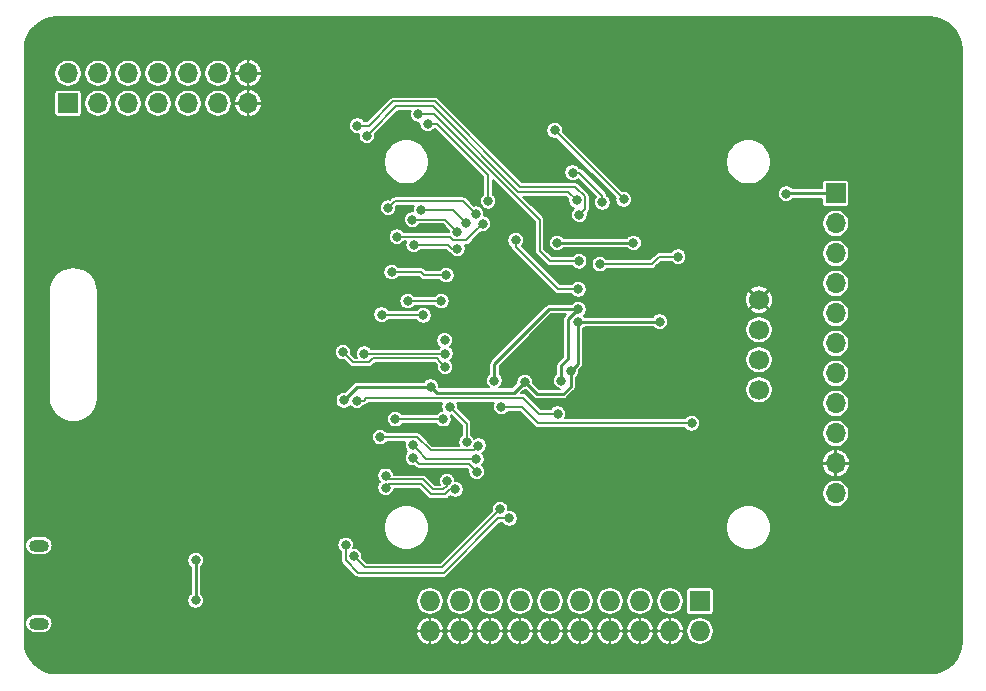
<source format=gbr>
G04 #@! TF.GenerationSoftware,KiCad,Pcbnew,5.1.6*
G04 #@! TF.CreationDate,2020-08-20T20:45:38+02:00*
G04 #@! TF.ProjectId,kicon19-badge,6b69636f-6e31-4392-9d62-616467652e6b,rev?*
G04 #@! TF.SameCoordinates,Original*
G04 #@! TF.FileFunction,Copper,L2,Bot*
G04 #@! TF.FilePolarity,Positive*
%FSLAX46Y46*%
G04 Gerber Fmt 4.6, Leading zero omitted, Abs format (unit mm)*
G04 Created by KiCad (PCBNEW 5.1.6) date 2020-08-20 20:45:38*
%MOMM*%
%LPD*%
G01*
G04 APERTURE LIST*
G04 #@! TA.AperFunction,ComponentPad*
%ADD10O,1.700000X1.700000*%
G04 #@! TD*
G04 #@! TA.AperFunction,ComponentPad*
%ADD11R,1.700000X1.700000*%
G04 #@! TD*
G04 #@! TA.AperFunction,ComponentPad*
%ADD12C,1.700000*%
G04 #@! TD*
G04 #@! TA.AperFunction,ComponentPad*
%ADD13O,1.700000X1.000000*%
G04 #@! TD*
G04 #@! TA.AperFunction,ComponentPad*
%ADD14O,1.727200X1.727200*%
G04 #@! TD*
G04 #@! TA.AperFunction,ComponentPad*
%ADD15R,1.727200X1.727200*%
G04 #@! TD*
G04 #@! TA.AperFunction,ViaPad*
%ADD16C,0.800000*%
G04 #@! TD*
G04 #@! TA.AperFunction,Conductor*
%ADD17C,0.254000*%
G04 #@! TD*
G04 #@! TA.AperFunction,Conductor*
%ADD18C,0.203200*%
G04 #@! TD*
G04 #@! TA.AperFunction,Conductor*
%ADD19C,0.250000*%
G04 #@! TD*
G04 #@! TA.AperFunction,Conductor*
%ADD20C,0.200000*%
G04 #@! TD*
G04 APERTURE END LIST*
D10*
X125240000Y-74960000D03*
X125240000Y-77500000D03*
X122700000Y-74960000D03*
X122700000Y-77500000D03*
X120160000Y-74960000D03*
X120160000Y-77500000D03*
X117620000Y-74960000D03*
X117620000Y-77500000D03*
X115080000Y-74960000D03*
X115080000Y-77500000D03*
X112540000Y-74960000D03*
X112540000Y-77500000D03*
X110000000Y-74960000D03*
D11*
X110000000Y-77500000D03*
D12*
X168500000Y-99220000D03*
X168500000Y-96680000D03*
X168500000Y-101760000D03*
X168500000Y-94140000D03*
D10*
X175000000Y-110540000D03*
X175000000Y-108000000D03*
X175000000Y-105460000D03*
X175000000Y-102920000D03*
X175000000Y-100380000D03*
X175000000Y-97840000D03*
X175000000Y-95300000D03*
X175000000Y-92760000D03*
X175000000Y-90220000D03*
X175000000Y-87680000D03*
D11*
X175000000Y-85140000D03*
D13*
X107539600Y-121553200D03*
X107539600Y-114953200D03*
D14*
X140640000Y-122190000D03*
X140640000Y-119650000D03*
X143180000Y-122190000D03*
X143180000Y-119650000D03*
X145720000Y-122190000D03*
X145720000Y-119650000D03*
X148260000Y-122190000D03*
X148260000Y-119650000D03*
X150800000Y-122190000D03*
X150800000Y-119650000D03*
X153340000Y-122190000D03*
X153340000Y-119650000D03*
X155880000Y-122190000D03*
X155880000Y-119650000D03*
X158420000Y-122190000D03*
X158420000Y-119650000D03*
X160960000Y-122190000D03*
X160960000Y-119650000D03*
X163500000Y-122190000D03*
D15*
X163500000Y-119650000D03*
D16*
X145500000Y-97000000D03*
X149750000Y-97000000D03*
X149750000Y-92750000D03*
X145500000Y-92750000D03*
X138625000Y-100225000D03*
X145500000Y-77500000D03*
X157500000Y-100825000D03*
X157875000Y-94850000D03*
X161250000Y-76400000D03*
X163275000Y-80650000D03*
X147630000Y-94996000D03*
X122325000Y-107250000D03*
X118675000Y-114525000D03*
X129900000Y-104425000D03*
X128125000Y-102750000D03*
X154650000Y-87150000D03*
X149400000Y-110850000D03*
X151200000Y-86025000D03*
X131900000Y-100125000D03*
X148700006Y-105000000D03*
X144200000Y-103800000D03*
X111850000Y-119550000D03*
X157950000Y-105450000D03*
X154250000Y-90100000D03*
X116700000Y-115700000D03*
X152550000Y-100200000D03*
X153200000Y-96000000D03*
X141875000Y-97575000D03*
X148675000Y-101100000D03*
X133350000Y-102650000D03*
X151403840Y-89328840D03*
X157875000Y-89325000D03*
X140700000Y-101500006D03*
X160100000Y-96000000D03*
X120800000Y-116200000D03*
X120800000Y-119600000D03*
X138750000Y-94250000D03*
X141600000Y-94250000D03*
X153200000Y-93246000D03*
X151775002Y-101000000D03*
X147900000Y-89100000D03*
X153200000Y-94950000D03*
X146101453Y-101000000D03*
X142956792Y-88406792D03*
X139150000Y-87350000D03*
X143694292Y-87669292D03*
X139900000Y-86550000D03*
X157051610Y-85651610D03*
X151200000Y-79800000D03*
X153275000Y-90875000D03*
X139650000Y-78450000D03*
X153050000Y-85725000D03*
X135300000Y-80250000D03*
X140450000Y-79250002D03*
X145563470Y-85794915D03*
X153300000Y-86950000D03*
X134500000Y-79400000D03*
X140075000Y-95450000D03*
X144575000Y-107625000D03*
X136550000Y-95400000D03*
X139198390Y-106476610D03*
X137399996Y-91800000D03*
X139198390Y-107550000D03*
X142036235Y-92053463D03*
X144600000Y-108700000D03*
X137100000Y-86350000D03*
X144506792Y-86856792D03*
X137848400Y-88800000D03*
X145097504Y-87700000D03*
X136894150Y-110048340D03*
X142789787Y-110183857D03*
X142082679Y-109476749D03*
X136894150Y-109048340D03*
X170800000Y-85150000D03*
X161650002Y-90500000D03*
X155025003Y-91125003D03*
X152725000Y-83375000D03*
X155250000Y-85900000D03*
X141775000Y-104250000D03*
X137700000Y-104250000D03*
X143750000Y-106200000D03*
X142299996Y-103200000D03*
X142954140Y-89810004D03*
X139251610Y-89501610D03*
X151450000Y-103798390D03*
X134450000Y-102684299D03*
X144750000Y-106500000D03*
X136428272Y-105771728D03*
X146680000Y-103200000D03*
X162800000Y-104600000D03*
X146585112Y-111864888D03*
X134201610Y-115850000D03*
X147375000Y-112648400D03*
X133500000Y-114900000D03*
X141950000Y-98700000D03*
X135073400Y-98700000D03*
X133275000Y-98575000D03*
X141925000Y-99825002D03*
D17*
X153200000Y-99550000D02*
X153200000Y-96000000D01*
X152550000Y-100200000D02*
X153200000Y-99550000D01*
D18*
X148675000Y-101100000D02*
X148350000Y-101100000D01*
D17*
X149700000Y-102125000D02*
X148675000Y-101100000D01*
X152550000Y-101500000D02*
X151925000Y-102125000D01*
X152550000Y-100200000D02*
X152550000Y-101500000D01*
X151925000Y-102125000D02*
X149700000Y-102125000D01*
X151403840Y-89328840D02*
X157871160Y-89328840D01*
X157871160Y-89328840D02*
X157875000Y-89325000D01*
X133350000Y-102650000D02*
X134499994Y-101500006D01*
X134499994Y-101500006D02*
X140134315Y-101500006D01*
X140134315Y-101500006D02*
X140700000Y-101500006D01*
X148675000Y-101100000D02*
X147775000Y-102000000D01*
X147775000Y-102000000D02*
X141199994Y-102000000D01*
X141199994Y-102000000D02*
X140700000Y-101500006D01*
X153200000Y-96000000D02*
X160100000Y-96000000D01*
D19*
X120800000Y-116200000D02*
X120800000Y-119600000D01*
D18*
X141600000Y-94250000D02*
X138750000Y-94250000D01*
D17*
X153200000Y-94950000D02*
X152350000Y-95800000D01*
X152350000Y-99125002D02*
X151775002Y-99700000D01*
X151775002Y-99700000D02*
X151775002Y-100434315D01*
X152350000Y-95800000D02*
X152350000Y-99125002D01*
X151775002Y-100434315D02*
X151775002Y-101000000D01*
D18*
X151480315Y-93246000D02*
X152634315Y-93246000D01*
X147900000Y-89665685D02*
X151480315Y-93246000D01*
X152634315Y-93246000D02*
X153200000Y-93246000D01*
X147900000Y-89100000D02*
X147900000Y-89665685D01*
D17*
X150742834Y-94950000D02*
X146100000Y-99592834D01*
X146100000Y-100998547D02*
X146101453Y-101000000D01*
X153200000Y-94950000D02*
X150742834Y-94950000D01*
X146100000Y-99592834D02*
X146100000Y-100998547D01*
D18*
X141900000Y-87350000D02*
X139715685Y-87350000D01*
X139715685Y-87350000D02*
X139150000Y-87350000D01*
X142956792Y-88406792D02*
X141900000Y-87350000D01*
X142575000Y-86550000D02*
X140465685Y-86550000D01*
X140465685Y-86550000D02*
X139900000Y-86550000D01*
X143694292Y-87669292D02*
X142575000Y-86550000D01*
X157051610Y-85651610D02*
X151200000Y-79800000D01*
X140215685Y-78450000D02*
X139650000Y-78450000D01*
X150800000Y-90875000D02*
X149925000Y-90000000D01*
X153275000Y-90875000D02*
X150800000Y-90875000D01*
X149925000Y-87375000D02*
X141000000Y-78450000D01*
X149925000Y-90000000D02*
X149925000Y-87375000D01*
X141000000Y-78450000D02*
X140215685Y-78450000D01*
X152325000Y-85000000D02*
X148129773Y-84999999D01*
X140878173Y-77748399D02*
X137801601Y-77748399D01*
X153050000Y-85725000D02*
X152325000Y-85000000D01*
X148129773Y-84999999D02*
X140878173Y-77748399D01*
X135699999Y-79850001D02*
X135300000Y-80250000D01*
X137801601Y-77748399D02*
X135699999Y-79850001D01*
X141200002Y-79250002D02*
X140450000Y-79250002D01*
X145563470Y-85794915D02*
X145563470Y-83613470D01*
X145563470Y-83613470D02*
X141200002Y-79250002D01*
X135500000Y-79400000D02*
X137554812Y-77345188D01*
X153751601Y-86498399D02*
X153300000Y-86950000D01*
X137554812Y-77345188D02*
X141045188Y-77345188D01*
X153751601Y-85388231D02*
X153751601Y-86498399D01*
X134500000Y-79400000D02*
X135500000Y-79400000D01*
X141045188Y-77345188D02*
X148296789Y-84596789D01*
X148296789Y-84596789D02*
X152960159Y-84596789D01*
X152960159Y-84596789D02*
X153751601Y-85388231D01*
X136600000Y-95450000D02*
X136550000Y-95400000D01*
X140075000Y-95450000D02*
X136600000Y-95450000D01*
X139598389Y-106876609D02*
X139198390Y-106476610D01*
X140346780Y-107625000D02*
X139598389Y-106876609D01*
X144575000Y-107625000D02*
X140346780Y-107625000D01*
X137965681Y-91800000D02*
X137399996Y-91800000D01*
X139700000Y-91800000D02*
X139900000Y-91800000D01*
X139700000Y-91800000D02*
X137965681Y-91800000D01*
X140153463Y-92053463D02*
X142036235Y-92053463D01*
X139900000Y-91800000D02*
X140153463Y-92053463D01*
X139198390Y-107550000D02*
X139676600Y-108028210D01*
X143403210Y-108028210D02*
X143928210Y-108028210D01*
X139676600Y-108028210D02*
X143403210Y-108028210D01*
X143928210Y-108028210D02*
X144600000Y-108700000D01*
X137650000Y-85800000D02*
X143450000Y-85800000D01*
X143450000Y-85800000D02*
X144106793Y-86456793D01*
X137100000Y-86350000D02*
X137650000Y-85800000D01*
X144106793Y-86456793D02*
X144506792Y-86856792D01*
X144697505Y-88099999D02*
X145097504Y-87700000D01*
X143689110Y-89108394D02*
X144697505Y-88099999D01*
X142620022Y-89108394D02*
X143689110Y-89108394D01*
X142311628Y-88800000D02*
X142620022Y-89108394D01*
X137848400Y-88800000D02*
X142311628Y-88800000D01*
D20*
X142789787Y-110183857D02*
X142365522Y-110183857D01*
X142365522Y-110183857D02*
X141949379Y-110600000D01*
X141949379Y-110600000D02*
X140717156Y-110600000D01*
X137194150Y-109748340D02*
X136894150Y-110048340D01*
X140717156Y-110600000D02*
X139865496Y-109748340D01*
X139865496Y-109748340D02*
X137194150Y-109748340D01*
X142082679Y-109901014D02*
X141783693Y-110200000D01*
X142082679Y-109476749D02*
X142082679Y-109901014D01*
X141783693Y-110200000D02*
X140882844Y-110200000D01*
X137194150Y-109348340D02*
X136894150Y-109048340D01*
X140031184Y-109348340D02*
X137194150Y-109348340D01*
X140882844Y-110200000D02*
X140031184Y-109348340D01*
D19*
X170810000Y-85140000D02*
X170800000Y-85150000D01*
X175000000Y-85140000D02*
X170810000Y-85140000D01*
D18*
X159425000Y-91125000D02*
X155025006Y-91125000D01*
X155025006Y-91125000D02*
X155025003Y-91125003D01*
X161650002Y-90500000D02*
X160050000Y-90500000D01*
X160050000Y-90500000D02*
X159425000Y-91125000D01*
X155250000Y-85350000D02*
X155250000Y-85900000D01*
X152725000Y-83375000D02*
X153275000Y-83375000D01*
X153275000Y-83375000D02*
X155250000Y-85350000D01*
X137700000Y-104250000D02*
X141775000Y-104250000D01*
X143750000Y-104650004D02*
X142699995Y-103599999D01*
X142699995Y-103599999D02*
X142299996Y-103200000D01*
X143750000Y-106200000D02*
X143750000Y-104650004D01*
X139253220Y-89500000D02*
X139251610Y-89501610D01*
X142200000Y-89500000D02*
X139253220Y-89500000D01*
X142954140Y-89810004D02*
X142510004Y-89810004D01*
X142510004Y-89810004D02*
X142200000Y-89500000D01*
X149898390Y-103798390D02*
X148549999Y-102449999D01*
X151450000Y-103798390D02*
X149898390Y-103798390D01*
X148549999Y-102449999D02*
X135249985Y-102449999D01*
X135249985Y-102449999D02*
X135015685Y-102684299D01*
X135015685Y-102684299D02*
X134450000Y-102684299D01*
X136451601Y-105748399D02*
X136428272Y-105771728D01*
X139561760Y-105775000D02*
X136431544Y-105775000D01*
X136431544Y-105775000D02*
X136428272Y-105771728D01*
X140688361Y-106901601D02*
X139561760Y-105775000D01*
X144348399Y-106901601D02*
X140688361Y-106901601D01*
X144750000Y-106500000D02*
X144348399Y-106901601D01*
X146680000Y-103200000D02*
X148400000Y-103200000D01*
X148400000Y-103200000D02*
X149800000Y-104600000D01*
X161434317Y-104600000D02*
X162000002Y-104600000D01*
X149800000Y-104600000D02*
X161434317Y-104600000D01*
X162000002Y-104600000D02*
X162800000Y-104600000D01*
X134201610Y-115851610D02*
X134201610Y-115850000D01*
X135150000Y-116800000D02*
X134201610Y-115851610D01*
X146585112Y-111864888D02*
X141650000Y-116800000D01*
X141650000Y-116800000D02*
X135150000Y-116800000D01*
X146400000Y-112650000D02*
X147373400Y-112650000D01*
X147373400Y-112650000D02*
X147375000Y-112648400D01*
X141800000Y-117250000D02*
X146400000Y-112650000D01*
X133500000Y-114900000D02*
X133500000Y-116200000D01*
X134550000Y-117250000D02*
X141800000Y-117250000D01*
X133500000Y-116200000D02*
X134550000Y-117250000D01*
X141950000Y-98700000D02*
X141384315Y-98700000D01*
X141384315Y-98700000D02*
X135073400Y-98700000D01*
X141525001Y-99425003D02*
X141925000Y-99825002D01*
X141203208Y-99103210D02*
X141525001Y-99425003D01*
X135450000Y-99450000D02*
X135796790Y-99103210D01*
X133275000Y-98575000D02*
X134150000Y-99450000D01*
X135796790Y-99103210D02*
X141203208Y-99103210D01*
X134150000Y-99450000D02*
X135450000Y-99450000D01*
G36*
X183518337Y-70282205D02*
G01*
X184016934Y-70432741D01*
X184476789Y-70677249D01*
X184880400Y-71006426D01*
X185212386Y-71407728D01*
X185460099Y-71865865D01*
X185614114Y-72363403D01*
X185670187Y-72896909D01*
X185670200Y-72900575D01*
X185670201Y-123083860D01*
X185617794Y-123618338D01*
X185467260Y-124116932D01*
X185222750Y-124576790D01*
X184893574Y-124980400D01*
X184492272Y-125312386D01*
X184034133Y-125560100D01*
X183536597Y-125714113D01*
X183003091Y-125770187D01*
X182999424Y-125770200D01*
X109016130Y-125770200D01*
X108481662Y-125717794D01*
X107983068Y-125567260D01*
X107523210Y-125322750D01*
X107119600Y-124993574D01*
X106787614Y-124592272D01*
X106539900Y-124134133D01*
X106385887Y-123636597D01*
X106329813Y-123103091D01*
X106329800Y-123099424D01*
X106329800Y-122405771D01*
X139440044Y-122405771D01*
X139505196Y-122635725D01*
X139613958Y-122848550D01*
X139762150Y-123036067D01*
X139944077Y-123191070D01*
X140152748Y-123307603D01*
X140380144Y-123381187D01*
X140424229Y-123389954D01*
X140614600Y-123320015D01*
X140614600Y-122215400D01*
X140665400Y-122215400D01*
X140665400Y-123320015D01*
X140855771Y-123389954D01*
X140899856Y-123381187D01*
X141127252Y-123307603D01*
X141335923Y-123191070D01*
X141517850Y-123036067D01*
X141666042Y-122848550D01*
X141774804Y-122635725D01*
X141839956Y-122405771D01*
X141980044Y-122405771D01*
X142045196Y-122635725D01*
X142153958Y-122848550D01*
X142302150Y-123036067D01*
X142484077Y-123191070D01*
X142692748Y-123307603D01*
X142920144Y-123381187D01*
X142964229Y-123389954D01*
X143154600Y-123320015D01*
X143154600Y-122215400D01*
X143205400Y-122215400D01*
X143205400Y-123320015D01*
X143395771Y-123389954D01*
X143439856Y-123381187D01*
X143667252Y-123307603D01*
X143875923Y-123191070D01*
X144057850Y-123036067D01*
X144206042Y-122848550D01*
X144314804Y-122635725D01*
X144379956Y-122405771D01*
X144520044Y-122405771D01*
X144585196Y-122635725D01*
X144693958Y-122848550D01*
X144842150Y-123036067D01*
X145024077Y-123191070D01*
X145232748Y-123307603D01*
X145460144Y-123381187D01*
X145504229Y-123389954D01*
X145694600Y-123320015D01*
X145694600Y-122215400D01*
X145745400Y-122215400D01*
X145745400Y-123320015D01*
X145935771Y-123389954D01*
X145979856Y-123381187D01*
X146207252Y-123307603D01*
X146415923Y-123191070D01*
X146597850Y-123036067D01*
X146746042Y-122848550D01*
X146854804Y-122635725D01*
X146919956Y-122405771D01*
X147060044Y-122405771D01*
X147125196Y-122635725D01*
X147233958Y-122848550D01*
X147382150Y-123036067D01*
X147564077Y-123191070D01*
X147772748Y-123307603D01*
X148000144Y-123381187D01*
X148044229Y-123389954D01*
X148234600Y-123320015D01*
X148234600Y-122215400D01*
X148285400Y-122215400D01*
X148285400Y-123320015D01*
X148475771Y-123389954D01*
X148519856Y-123381187D01*
X148747252Y-123307603D01*
X148955923Y-123191070D01*
X149137850Y-123036067D01*
X149286042Y-122848550D01*
X149394804Y-122635725D01*
X149459956Y-122405771D01*
X149600044Y-122405771D01*
X149665196Y-122635725D01*
X149773958Y-122848550D01*
X149922150Y-123036067D01*
X150104077Y-123191070D01*
X150312748Y-123307603D01*
X150540144Y-123381187D01*
X150584229Y-123389954D01*
X150774600Y-123320015D01*
X150774600Y-122215400D01*
X150825400Y-122215400D01*
X150825400Y-123320015D01*
X151015771Y-123389954D01*
X151059856Y-123381187D01*
X151287252Y-123307603D01*
X151495923Y-123191070D01*
X151677850Y-123036067D01*
X151826042Y-122848550D01*
X151934804Y-122635725D01*
X151999956Y-122405771D01*
X152140044Y-122405771D01*
X152205196Y-122635725D01*
X152313958Y-122848550D01*
X152462150Y-123036067D01*
X152644077Y-123191070D01*
X152852748Y-123307603D01*
X153080144Y-123381187D01*
X153124229Y-123389954D01*
X153314600Y-123320015D01*
X153314600Y-122215400D01*
X153365400Y-122215400D01*
X153365400Y-123320015D01*
X153555771Y-123389954D01*
X153599856Y-123381187D01*
X153827252Y-123307603D01*
X154035923Y-123191070D01*
X154217850Y-123036067D01*
X154366042Y-122848550D01*
X154474804Y-122635725D01*
X154539956Y-122405771D01*
X154680044Y-122405771D01*
X154745196Y-122635725D01*
X154853958Y-122848550D01*
X155002150Y-123036067D01*
X155184077Y-123191070D01*
X155392748Y-123307603D01*
X155620144Y-123381187D01*
X155664229Y-123389954D01*
X155854600Y-123320015D01*
X155854600Y-122215400D01*
X155905400Y-122215400D01*
X155905400Y-123320015D01*
X156095771Y-123389954D01*
X156139856Y-123381187D01*
X156367252Y-123307603D01*
X156575923Y-123191070D01*
X156757850Y-123036067D01*
X156906042Y-122848550D01*
X157014804Y-122635725D01*
X157079956Y-122405771D01*
X157220044Y-122405771D01*
X157285196Y-122635725D01*
X157393958Y-122848550D01*
X157542150Y-123036067D01*
X157724077Y-123191070D01*
X157932748Y-123307603D01*
X158160144Y-123381187D01*
X158204229Y-123389954D01*
X158394600Y-123320015D01*
X158394600Y-122215400D01*
X158445400Y-122215400D01*
X158445400Y-123320015D01*
X158635771Y-123389954D01*
X158679856Y-123381187D01*
X158907252Y-123307603D01*
X159115923Y-123191070D01*
X159297850Y-123036067D01*
X159446042Y-122848550D01*
X159554804Y-122635725D01*
X159619956Y-122405771D01*
X159760044Y-122405771D01*
X159825196Y-122635725D01*
X159933958Y-122848550D01*
X160082150Y-123036067D01*
X160264077Y-123191070D01*
X160472748Y-123307603D01*
X160700144Y-123381187D01*
X160744229Y-123389954D01*
X160934600Y-123320015D01*
X160934600Y-122215400D01*
X160985400Y-122215400D01*
X160985400Y-123320015D01*
X161175771Y-123389954D01*
X161219856Y-123381187D01*
X161447252Y-123307603D01*
X161655923Y-123191070D01*
X161837850Y-123036067D01*
X161986042Y-122848550D01*
X162094804Y-122635725D01*
X162159956Y-122405771D01*
X162090037Y-122215400D01*
X160985400Y-122215400D01*
X160934600Y-122215400D01*
X159829963Y-122215400D01*
X159760044Y-122405771D01*
X159619956Y-122405771D01*
X159550037Y-122215400D01*
X158445400Y-122215400D01*
X158394600Y-122215400D01*
X157289963Y-122215400D01*
X157220044Y-122405771D01*
X157079956Y-122405771D01*
X157010037Y-122215400D01*
X155905400Y-122215400D01*
X155854600Y-122215400D01*
X154749963Y-122215400D01*
X154680044Y-122405771D01*
X154539956Y-122405771D01*
X154470037Y-122215400D01*
X153365400Y-122215400D01*
X153314600Y-122215400D01*
X152209963Y-122215400D01*
X152140044Y-122405771D01*
X151999956Y-122405771D01*
X151930037Y-122215400D01*
X150825400Y-122215400D01*
X150774600Y-122215400D01*
X149669963Y-122215400D01*
X149600044Y-122405771D01*
X149459956Y-122405771D01*
X149390037Y-122215400D01*
X148285400Y-122215400D01*
X148234600Y-122215400D01*
X147129963Y-122215400D01*
X147060044Y-122405771D01*
X146919956Y-122405771D01*
X146850037Y-122215400D01*
X145745400Y-122215400D01*
X145694600Y-122215400D01*
X144589963Y-122215400D01*
X144520044Y-122405771D01*
X144379956Y-122405771D01*
X144310037Y-122215400D01*
X143205400Y-122215400D01*
X143154600Y-122215400D01*
X142049963Y-122215400D01*
X141980044Y-122405771D01*
X141839956Y-122405771D01*
X141770037Y-122215400D01*
X140665400Y-122215400D01*
X140614600Y-122215400D01*
X139509963Y-122215400D01*
X139440044Y-122405771D01*
X106329800Y-122405771D01*
X106329800Y-121553200D01*
X106380906Y-121553200D01*
X106396445Y-121710968D01*
X106442464Y-121862674D01*
X106517196Y-122002486D01*
X106617767Y-122125033D01*
X106740314Y-122225604D01*
X106880126Y-122300336D01*
X107031832Y-122346355D01*
X107150064Y-122358000D01*
X107929136Y-122358000D01*
X108047368Y-122346355D01*
X108199074Y-122300336D01*
X108338886Y-122225604D01*
X108461433Y-122125033D01*
X108562004Y-122002486D01*
X108577107Y-121974229D01*
X139440044Y-121974229D01*
X139509963Y-122164600D01*
X140614600Y-122164600D01*
X140614600Y-121059985D01*
X140665400Y-121059985D01*
X140665400Y-122164600D01*
X141770037Y-122164600D01*
X141839956Y-121974229D01*
X141980044Y-121974229D01*
X142049963Y-122164600D01*
X143154600Y-122164600D01*
X143154600Y-121059985D01*
X143205400Y-121059985D01*
X143205400Y-122164600D01*
X144310037Y-122164600D01*
X144379956Y-121974229D01*
X144520044Y-121974229D01*
X144589963Y-122164600D01*
X145694600Y-122164600D01*
X145694600Y-121059985D01*
X145745400Y-121059985D01*
X145745400Y-122164600D01*
X146850037Y-122164600D01*
X146919956Y-121974229D01*
X147060044Y-121974229D01*
X147129963Y-122164600D01*
X148234600Y-122164600D01*
X148234600Y-121059985D01*
X148285400Y-121059985D01*
X148285400Y-122164600D01*
X149390037Y-122164600D01*
X149459956Y-121974229D01*
X149600044Y-121974229D01*
X149669963Y-122164600D01*
X150774600Y-122164600D01*
X150774600Y-121059985D01*
X150825400Y-121059985D01*
X150825400Y-122164600D01*
X151930037Y-122164600D01*
X151999956Y-121974229D01*
X152140044Y-121974229D01*
X152209963Y-122164600D01*
X153314600Y-122164600D01*
X153314600Y-121059985D01*
X153365400Y-121059985D01*
X153365400Y-122164600D01*
X154470037Y-122164600D01*
X154539956Y-121974229D01*
X154680044Y-121974229D01*
X154749963Y-122164600D01*
X155854600Y-122164600D01*
X155854600Y-121059985D01*
X155905400Y-121059985D01*
X155905400Y-122164600D01*
X157010037Y-122164600D01*
X157079956Y-121974229D01*
X157220044Y-121974229D01*
X157289963Y-122164600D01*
X158394600Y-122164600D01*
X158394600Y-121059985D01*
X158445400Y-121059985D01*
X158445400Y-122164600D01*
X159550037Y-122164600D01*
X159619956Y-121974229D01*
X159760044Y-121974229D01*
X159829963Y-122164600D01*
X160934600Y-122164600D01*
X160934600Y-121059985D01*
X160985400Y-121059985D01*
X160985400Y-122164600D01*
X162090037Y-122164600D01*
X162122973Y-122074923D01*
X162331600Y-122074923D01*
X162331600Y-122305077D01*
X162376501Y-122530810D01*
X162464578Y-122743445D01*
X162592445Y-122934811D01*
X162755189Y-123097555D01*
X162946555Y-123225422D01*
X163159190Y-123313499D01*
X163384923Y-123358400D01*
X163615077Y-123358400D01*
X163840810Y-123313499D01*
X164053445Y-123225422D01*
X164244811Y-123097555D01*
X164407555Y-122934811D01*
X164535422Y-122743445D01*
X164623499Y-122530810D01*
X164668400Y-122305077D01*
X164668400Y-122074923D01*
X164623499Y-121849190D01*
X164535422Y-121636555D01*
X164407555Y-121445189D01*
X164244811Y-121282445D01*
X164053445Y-121154578D01*
X163840810Y-121066501D01*
X163615077Y-121021600D01*
X163384923Y-121021600D01*
X163159190Y-121066501D01*
X162946555Y-121154578D01*
X162755189Y-121282445D01*
X162592445Y-121445189D01*
X162464578Y-121636555D01*
X162376501Y-121849190D01*
X162331600Y-122074923D01*
X162122973Y-122074923D01*
X162159956Y-121974229D01*
X162094804Y-121744275D01*
X161986042Y-121531450D01*
X161837850Y-121343933D01*
X161655923Y-121188930D01*
X161447252Y-121072397D01*
X161219856Y-120998813D01*
X161175771Y-120990046D01*
X160985400Y-121059985D01*
X160934600Y-121059985D01*
X160744229Y-120990046D01*
X160700144Y-120998813D01*
X160472748Y-121072397D01*
X160264077Y-121188930D01*
X160082150Y-121343933D01*
X159933958Y-121531450D01*
X159825196Y-121744275D01*
X159760044Y-121974229D01*
X159619956Y-121974229D01*
X159554804Y-121744275D01*
X159446042Y-121531450D01*
X159297850Y-121343933D01*
X159115923Y-121188930D01*
X158907252Y-121072397D01*
X158679856Y-120998813D01*
X158635771Y-120990046D01*
X158445400Y-121059985D01*
X158394600Y-121059985D01*
X158204229Y-120990046D01*
X158160144Y-120998813D01*
X157932748Y-121072397D01*
X157724077Y-121188930D01*
X157542150Y-121343933D01*
X157393958Y-121531450D01*
X157285196Y-121744275D01*
X157220044Y-121974229D01*
X157079956Y-121974229D01*
X157014804Y-121744275D01*
X156906042Y-121531450D01*
X156757850Y-121343933D01*
X156575923Y-121188930D01*
X156367252Y-121072397D01*
X156139856Y-120998813D01*
X156095771Y-120990046D01*
X155905400Y-121059985D01*
X155854600Y-121059985D01*
X155664229Y-120990046D01*
X155620144Y-120998813D01*
X155392748Y-121072397D01*
X155184077Y-121188930D01*
X155002150Y-121343933D01*
X154853958Y-121531450D01*
X154745196Y-121744275D01*
X154680044Y-121974229D01*
X154539956Y-121974229D01*
X154474804Y-121744275D01*
X154366042Y-121531450D01*
X154217850Y-121343933D01*
X154035923Y-121188930D01*
X153827252Y-121072397D01*
X153599856Y-120998813D01*
X153555771Y-120990046D01*
X153365400Y-121059985D01*
X153314600Y-121059985D01*
X153124229Y-120990046D01*
X153080144Y-120998813D01*
X152852748Y-121072397D01*
X152644077Y-121188930D01*
X152462150Y-121343933D01*
X152313958Y-121531450D01*
X152205196Y-121744275D01*
X152140044Y-121974229D01*
X151999956Y-121974229D01*
X151934804Y-121744275D01*
X151826042Y-121531450D01*
X151677850Y-121343933D01*
X151495923Y-121188930D01*
X151287252Y-121072397D01*
X151059856Y-120998813D01*
X151015771Y-120990046D01*
X150825400Y-121059985D01*
X150774600Y-121059985D01*
X150584229Y-120990046D01*
X150540144Y-120998813D01*
X150312748Y-121072397D01*
X150104077Y-121188930D01*
X149922150Y-121343933D01*
X149773958Y-121531450D01*
X149665196Y-121744275D01*
X149600044Y-121974229D01*
X149459956Y-121974229D01*
X149394804Y-121744275D01*
X149286042Y-121531450D01*
X149137850Y-121343933D01*
X148955923Y-121188930D01*
X148747252Y-121072397D01*
X148519856Y-120998813D01*
X148475771Y-120990046D01*
X148285400Y-121059985D01*
X148234600Y-121059985D01*
X148044229Y-120990046D01*
X148000144Y-120998813D01*
X147772748Y-121072397D01*
X147564077Y-121188930D01*
X147382150Y-121343933D01*
X147233958Y-121531450D01*
X147125196Y-121744275D01*
X147060044Y-121974229D01*
X146919956Y-121974229D01*
X146854804Y-121744275D01*
X146746042Y-121531450D01*
X146597850Y-121343933D01*
X146415923Y-121188930D01*
X146207252Y-121072397D01*
X145979856Y-120998813D01*
X145935771Y-120990046D01*
X145745400Y-121059985D01*
X145694600Y-121059985D01*
X145504229Y-120990046D01*
X145460144Y-120998813D01*
X145232748Y-121072397D01*
X145024077Y-121188930D01*
X144842150Y-121343933D01*
X144693958Y-121531450D01*
X144585196Y-121744275D01*
X144520044Y-121974229D01*
X144379956Y-121974229D01*
X144314804Y-121744275D01*
X144206042Y-121531450D01*
X144057850Y-121343933D01*
X143875923Y-121188930D01*
X143667252Y-121072397D01*
X143439856Y-120998813D01*
X143395771Y-120990046D01*
X143205400Y-121059985D01*
X143154600Y-121059985D01*
X142964229Y-120990046D01*
X142920144Y-120998813D01*
X142692748Y-121072397D01*
X142484077Y-121188930D01*
X142302150Y-121343933D01*
X142153958Y-121531450D01*
X142045196Y-121744275D01*
X141980044Y-121974229D01*
X141839956Y-121974229D01*
X141774804Y-121744275D01*
X141666042Y-121531450D01*
X141517850Y-121343933D01*
X141335923Y-121188930D01*
X141127252Y-121072397D01*
X140899856Y-120998813D01*
X140855771Y-120990046D01*
X140665400Y-121059985D01*
X140614600Y-121059985D01*
X140424229Y-120990046D01*
X140380144Y-120998813D01*
X140152748Y-121072397D01*
X139944077Y-121188930D01*
X139762150Y-121343933D01*
X139613958Y-121531450D01*
X139505196Y-121744275D01*
X139440044Y-121974229D01*
X108577107Y-121974229D01*
X108636736Y-121862674D01*
X108682755Y-121710968D01*
X108698294Y-121553200D01*
X108682755Y-121395432D01*
X108636736Y-121243726D01*
X108562004Y-121103914D01*
X108461433Y-120981367D01*
X108338886Y-120880796D01*
X108199074Y-120806064D01*
X108047368Y-120760045D01*
X107929136Y-120748400D01*
X107150064Y-120748400D01*
X107031832Y-120760045D01*
X106880126Y-120806064D01*
X106740314Y-120880796D01*
X106617767Y-120981367D01*
X106517196Y-121103914D01*
X106442464Y-121243726D01*
X106396445Y-121395432D01*
X106380906Y-121553200D01*
X106329800Y-121553200D01*
X106329800Y-116130583D01*
X120095200Y-116130583D01*
X120095200Y-116269417D01*
X120122285Y-116405583D01*
X120175415Y-116533848D01*
X120252546Y-116649284D01*
X120350716Y-116747454D01*
X120370200Y-116760473D01*
X120370201Y-119039527D01*
X120350716Y-119052546D01*
X120252546Y-119150716D01*
X120175415Y-119266152D01*
X120122285Y-119394417D01*
X120095200Y-119530583D01*
X120095200Y-119669417D01*
X120122285Y-119805583D01*
X120175415Y-119933848D01*
X120252546Y-120049284D01*
X120350716Y-120147454D01*
X120466152Y-120224585D01*
X120594417Y-120277715D01*
X120730583Y-120304800D01*
X120869417Y-120304800D01*
X121005583Y-120277715D01*
X121133848Y-120224585D01*
X121249284Y-120147454D01*
X121347454Y-120049284D01*
X121424585Y-119933848D01*
X121477715Y-119805583D01*
X121504800Y-119669417D01*
X121504800Y-119534923D01*
X139471600Y-119534923D01*
X139471600Y-119765077D01*
X139516501Y-119990810D01*
X139604578Y-120203445D01*
X139732445Y-120394811D01*
X139895189Y-120557555D01*
X140086555Y-120685422D01*
X140299190Y-120773499D01*
X140524923Y-120818400D01*
X140755077Y-120818400D01*
X140980810Y-120773499D01*
X141193445Y-120685422D01*
X141384811Y-120557555D01*
X141547555Y-120394811D01*
X141675422Y-120203445D01*
X141763499Y-119990810D01*
X141808400Y-119765077D01*
X141808400Y-119534923D01*
X142011600Y-119534923D01*
X142011600Y-119765077D01*
X142056501Y-119990810D01*
X142144578Y-120203445D01*
X142272445Y-120394811D01*
X142435189Y-120557555D01*
X142626555Y-120685422D01*
X142839190Y-120773499D01*
X143064923Y-120818400D01*
X143295077Y-120818400D01*
X143520810Y-120773499D01*
X143733445Y-120685422D01*
X143924811Y-120557555D01*
X144087555Y-120394811D01*
X144215422Y-120203445D01*
X144303499Y-119990810D01*
X144348400Y-119765077D01*
X144348400Y-119534923D01*
X144551600Y-119534923D01*
X144551600Y-119765077D01*
X144596501Y-119990810D01*
X144684578Y-120203445D01*
X144812445Y-120394811D01*
X144975189Y-120557555D01*
X145166555Y-120685422D01*
X145379190Y-120773499D01*
X145604923Y-120818400D01*
X145835077Y-120818400D01*
X146060810Y-120773499D01*
X146273445Y-120685422D01*
X146464811Y-120557555D01*
X146627555Y-120394811D01*
X146755422Y-120203445D01*
X146843499Y-119990810D01*
X146888400Y-119765077D01*
X146888400Y-119534923D01*
X147091600Y-119534923D01*
X147091600Y-119765077D01*
X147136501Y-119990810D01*
X147224578Y-120203445D01*
X147352445Y-120394811D01*
X147515189Y-120557555D01*
X147706555Y-120685422D01*
X147919190Y-120773499D01*
X148144923Y-120818400D01*
X148375077Y-120818400D01*
X148600810Y-120773499D01*
X148813445Y-120685422D01*
X149004811Y-120557555D01*
X149167555Y-120394811D01*
X149295422Y-120203445D01*
X149383499Y-119990810D01*
X149428400Y-119765077D01*
X149428400Y-119534923D01*
X149631600Y-119534923D01*
X149631600Y-119765077D01*
X149676501Y-119990810D01*
X149764578Y-120203445D01*
X149892445Y-120394811D01*
X150055189Y-120557555D01*
X150246555Y-120685422D01*
X150459190Y-120773499D01*
X150684923Y-120818400D01*
X150915077Y-120818400D01*
X151140810Y-120773499D01*
X151353445Y-120685422D01*
X151544811Y-120557555D01*
X151707555Y-120394811D01*
X151835422Y-120203445D01*
X151923499Y-119990810D01*
X151968400Y-119765077D01*
X151968400Y-119534923D01*
X152171600Y-119534923D01*
X152171600Y-119765077D01*
X152216501Y-119990810D01*
X152304578Y-120203445D01*
X152432445Y-120394811D01*
X152595189Y-120557555D01*
X152786555Y-120685422D01*
X152999190Y-120773499D01*
X153224923Y-120818400D01*
X153455077Y-120818400D01*
X153680810Y-120773499D01*
X153893445Y-120685422D01*
X154084811Y-120557555D01*
X154247555Y-120394811D01*
X154375422Y-120203445D01*
X154463499Y-119990810D01*
X154508400Y-119765077D01*
X154508400Y-119534923D01*
X154711600Y-119534923D01*
X154711600Y-119765077D01*
X154756501Y-119990810D01*
X154844578Y-120203445D01*
X154972445Y-120394811D01*
X155135189Y-120557555D01*
X155326555Y-120685422D01*
X155539190Y-120773499D01*
X155764923Y-120818400D01*
X155995077Y-120818400D01*
X156220810Y-120773499D01*
X156433445Y-120685422D01*
X156624811Y-120557555D01*
X156787555Y-120394811D01*
X156915422Y-120203445D01*
X157003499Y-119990810D01*
X157048400Y-119765077D01*
X157048400Y-119534923D01*
X157251600Y-119534923D01*
X157251600Y-119765077D01*
X157296501Y-119990810D01*
X157384578Y-120203445D01*
X157512445Y-120394811D01*
X157675189Y-120557555D01*
X157866555Y-120685422D01*
X158079190Y-120773499D01*
X158304923Y-120818400D01*
X158535077Y-120818400D01*
X158760810Y-120773499D01*
X158973445Y-120685422D01*
X159164811Y-120557555D01*
X159327555Y-120394811D01*
X159455422Y-120203445D01*
X159543499Y-119990810D01*
X159588400Y-119765077D01*
X159588400Y-119534923D01*
X159791600Y-119534923D01*
X159791600Y-119765077D01*
X159836501Y-119990810D01*
X159924578Y-120203445D01*
X160052445Y-120394811D01*
X160215189Y-120557555D01*
X160406555Y-120685422D01*
X160619190Y-120773499D01*
X160844923Y-120818400D01*
X161075077Y-120818400D01*
X161300810Y-120773499D01*
X161513445Y-120685422D01*
X161704811Y-120557555D01*
X161867555Y-120394811D01*
X161995422Y-120203445D01*
X162083499Y-119990810D01*
X162128400Y-119765077D01*
X162128400Y-119534923D01*
X162083499Y-119309190D01*
X161995422Y-119096555D01*
X161867555Y-118905189D01*
X161748766Y-118786400D01*
X162330126Y-118786400D01*
X162330126Y-120513600D01*
X162336011Y-120573351D01*
X162353440Y-120630806D01*
X162381742Y-120683757D01*
X162419832Y-120730168D01*
X162466243Y-120768258D01*
X162519194Y-120796560D01*
X162576649Y-120813989D01*
X162636400Y-120819874D01*
X164363600Y-120819874D01*
X164423351Y-120813989D01*
X164480806Y-120796560D01*
X164533757Y-120768258D01*
X164580168Y-120730168D01*
X164618258Y-120683757D01*
X164646560Y-120630806D01*
X164663989Y-120573351D01*
X164669874Y-120513600D01*
X164669874Y-118786400D01*
X164663989Y-118726649D01*
X164646560Y-118669194D01*
X164618258Y-118616243D01*
X164580168Y-118569832D01*
X164533757Y-118531742D01*
X164480806Y-118503440D01*
X164423351Y-118486011D01*
X164363600Y-118480126D01*
X162636400Y-118480126D01*
X162576649Y-118486011D01*
X162519194Y-118503440D01*
X162466243Y-118531742D01*
X162419832Y-118569832D01*
X162381742Y-118616243D01*
X162353440Y-118669194D01*
X162336011Y-118726649D01*
X162330126Y-118786400D01*
X161748766Y-118786400D01*
X161704811Y-118742445D01*
X161513445Y-118614578D01*
X161300810Y-118526501D01*
X161075077Y-118481600D01*
X160844923Y-118481600D01*
X160619190Y-118526501D01*
X160406555Y-118614578D01*
X160215189Y-118742445D01*
X160052445Y-118905189D01*
X159924578Y-119096555D01*
X159836501Y-119309190D01*
X159791600Y-119534923D01*
X159588400Y-119534923D01*
X159543499Y-119309190D01*
X159455422Y-119096555D01*
X159327555Y-118905189D01*
X159164811Y-118742445D01*
X158973445Y-118614578D01*
X158760810Y-118526501D01*
X158535077Y-118481600D01*
X158304923Y-118481600D01*
X158079190Y-118526501D01*
X157866555Y-118614578D01*
X157675189Y-118742445D01*
X157512445Y-118905189D01*
X157384578Y-119096555D01*
X157296501Y-119309190D01*
X157251600Y-119534923D01*
X157048400Y-119534923D01*
X157003499Y-119309190D01*
X156915422Y-119096555D01*
X156787555Y-118905189D01*
X156624811Y-118742445D01*
X156433445Y-118614578D01*
X156220810Y-118526501D01*
X155995077Y-118481600D01*
X155764923Y-118481600D01*
X155539190Y-118526501D01*
X155326555Y-118614578D01*
X155135189Y-118742445D01*
X154972445Y-118905189D01*
X154844578Y-119096555D01*
X154756501Y-119309190D01*
X154711600Y-119534923D01*
X154508400Y-119534923D01*
X154463499Y-119309190D01*
X154375422Y-119096555D01*
X154247555Y-118905189D01*
X154084811Y-118742445D01*
X153893445Y-118614578D01*
X153680810Y-118526501D01*
X153455077Y-118481600D01*
X153224923Y-118481600D01*
X152999190Y-118526501D01*
X152786555Y-118614578D01*
X152595189Y-118742445D01*
X152432445Y-118905189D01*
X152304578Y-119096555D01*
X152216501Y-119309190D01*
X152171600Y-119534923D01*
X151968400Y-119534923D01*
X151923499Y-119309190D01*
X151835422Y-119096555D01*
X151707555Y-118905189D01*
X151544811Y-118742445D01*
X151353445Y-118614578D01*
X151140810Y-118526501D01*
X150915077Y-118481600D01*
X150684923Y-118481600D01*
X150459190Y-118526501D01*
X150246555Y-118614578D01*
X150055189Y-118742445D01*
X149892445Y-118905189D01*
X149764578Y-119096555D01*
X149676501Y-119309190D01*
X149631600Y-119534923D01*
X149428400Y-119534923D01*
X149383499Y-119309190D01*
X149295422Y-119096555D01*
X149167555Y-118905189D01*
X149004811Y-118742445D01*
X148813445Y-118614578D01*
X148600810Y-118526501D01*
X148375077Y-118481600D01*
X148144923Y-118481600D01*
X147919190Y-118526501D01*
X147706555Y-118614578D01*
X147515189Y-118742445D01*
X147352445Y-118905189D01*
X147224578Y-119096555D01*
X147136501Y-119309190D01*
X147091600Y-119534923D01*
X146888400Y-119534923D01*
X146843499Y-119309190D01*
X146755422Y-119096555D01*
X146627555Y-118905189D01*
X146464811Y-118742445D01*
X146273445Y-118614578D01*
X146060810Y-118526501D01*
X145835077Y-118481600D01*
X145604923Y-118481600D01*
X145379190Y-118526501D01*
X145166555Y-118614578D01*
X144975189Y-118742445D01*
X144812445Y-118905189D01*
X144684578Y-119096555D01*
X144596501Y-119309190D01*
X144551600Y-119534923D01*
X144348400Y-119534923D01*
X144303499Y-119309190D01*
X144215422Y-119096555D01*
X144087555Y-118905189D01*
X143924811Y-118742445D01*
X143733445Y-118614578D01*
X143520810Y-118526501D01*
X143295077Y-118481600D01*
X143064923Y-118481600D01*
X142839190Y-118526501D01*
X142626555Y-118614578D01*
X142435189Y-118742445D01*
X142272445Y-118905189D01*
X142144578Y-119096555D01*
X142056501Y-119309190D01*
X142011600Y-119534923D01*
X141808400Y-119534923D01*
X141763499Y-119309190D01*
X141675422Y-119096555D01*
X141547555Y-118905189D01*
X141384811Y-118742445D01*
X141193445Y-118614578D01*
X140980810Y-118526501D01*
X140755077Y-118481600D01*
X140524923Y-118481600D01*
X140299190Y-118526501D01*
X140086555Y-118614578D01*
X139895189Y-118742445D01*
X139732445Y-118905189D01*
X139604578Y-119096555D01*
X139516501Y-119309190D01*
X139471600Y-119534923D01*
X121504800Y-119534923D01*
X121504800Y-119530583D01*
X121477715Y-119394417D01*
X121424585Y-119266152D01*
X121347454Y-119150716D01*
X121249284Y-119052546D01*
X121229800Y-119039527D01*
X121229800Y-116760473D01*
X121249284Y-116747454D01*
X121347454Y-116649284D01*
X121424585Y-116533848D01*
X121477715Y-116405583D01*
X121504800Y-116269417D01*
X121504800Y-116130583D01*
X121477715Y-115994417D01*
X121424585Y-115866152D01*
X121347454Y-115750716D01*
X121249284Y-115652546D01*
X121133848Y-115575415D01*
X121005583Y-115522285D01*
X120869417Y-115495200D01*
X120730583Y-115495200D01*
X120594417Y-115522285D01*
X120466152Y-115575415D01*
X120350716Y-115652546D01*
X120252546Y-115750716D01*
X120175415Y-115866152D01*
X120122285Y-115994417D01*
X120095200Y-116130583D01*
X106329800Y-116130583D01*
X106329800Y-114953200D01*
X106380906Y-114953200D01*
X106396445Y-115110968D01*
X106442464Y-115262674D01*
X106517196Y-115402486D01*
X106617767Y-115525033D01*
X106740314Y-115625604D01*
X106880126Y-115700336D01*
X107031832Y-115746355D01*
X107150064Y-115758000D01*
X107929136Y-115758000D01*
X108047368Y-115746355D01*
X108199074Y-115700336D01*
X108338886Y-115625604D01*
X108461433Y-115525033D01*
X108562004Y-115402486D01*
X108636736Y-115262674D01*
X108682755Y-115110968D01*
X108698294Y-114953200D01*
X108686218Y-114830583D01*
X132795200Y-114830583D01*
X132795200Y-114969417D01*
X132822285Y-115105583D01*
X132875415Y-115233848D01*
X132952546Y-115349284D01*
X133050716Y-115447454D01*
X133093600Y-115476108D01*
X133093601Y-116180038D01*
X133091635Y-116200000D01*
X133099481Y-116279668D01*
X133122719Y-116356274D01*
X133122720Y-116356275D01*
X133160457Y-116426876D01*
X133177549Y-116447702D01*
X133198518Y-116473254D01*
X133198524Y-116473260D01*
X133211243Y-116488758D01*
X133226741Y-116501477D01*
X134248518Y-117523254D01*
X134261242Y-117538758D01*
X134323124Y-117589544D01*
X134393725Y-117627281D01*
X134447093Y-117643470D01*
X134470331Y-117650519D01*
X134478335Y-117651307D01*
X134530040Y-117656400D01*
X134530046Y-117656400D01*
X134549999Y-117658365D01*
X134569952Y-117656400D01*
X141780047Y-117656400D01*
X141800000Y-117658365D01*
X141819953Y-117656400D01*
X141819960Y-117656400D01*
X141879668Y-117650519D01*
X141956275Y-117627281D01*
X142026876Y-117589544D01*
X142088758Y-117538758D01*
X142101482Y-117523254D01*
X146568336Y-113056400D01*
X146799961Y-113056400D01*
X146827546Y-113097684D01*
X146925716Y-113195854D01*
X147041152Y-113272985D01*
X147169417Y-113326115D01*
X147305583Y-113353200D01*
X147444417Y-113353200D01*
X147580583Y-113326115D01*
X147708848Y-113272985D01*
X147762114Y-113237394D01*
X165695200Y-113237394D01*
X165695200Y-113612606D01*
X165768400Y-113980610D01*
X165911988Y-114327261D01*
X166120445Y-114639240D01*
X166385760Y-114904555D01*
X166697739Y-115113012D01*
X167044390Y-115256600D01*
X167412394Y-115329800D01*
X167787606Y-115329800D01*
X168155610Y-115256600D01*
X168502261Y-115113012D01*
X168814240Y-114904555D01*
X169079555Y-114639240D01*
X169288012Y-114327261D01*
X169431600Y-113980610D01*
X169504800Y-113612606D01*
X169504800Y-113237394D01*
X169431600Y-112869390D01*
X169288012Y-112522739D01*
X169079555Y-112210760D01*
X168814240Y-111945445D01*
X168502261Y-111736988D01*
X168155610Y-111593400D01*
X167787606Y-111520200D01*
X167412394Y-111520200D01*
X167044390Y-111593400D01*
X166697739Y-111736988D01*
X166385760Y-111945445D01*
X166120445Y-112210760D01*
X165911988Y-112522739D01*
X165768400Y-112869390D01*
X165695200Y-113237394D01*
X147762114Y-113237394D01*
X147824284Y-113195854D01*
X147922454Y-113097684D01*
X147999585Y-112982248D01*
X148052715Y-112853983D01*
X148079800Y-112717817D01*
X148079800Y-112578983D01*
X148052715Y-112442817D01*
X147999585Y-112314552D01*
X147922454Y-112199116D01*
X147824284Y-112100946D01*
X147708848Y-112023815D01*
X147580583Y-111970685D01*
X147444417Y-111943600D01*
X147305583Y-111943600D01*
X147287341Y-111947228D01*
X147289912Y-111934305D01*
X147289912Y-111795471D01*
X147262827Y-111659305D01*
X147209697Y-111531040D01*
X147132566Y-111415604D01*
X147034396Y-111317434D01*
X146918960Y-111240303D01*
X146790695Y-111187173D01*
X146654529Y-111160088D01*
X146515695Y-111160088D01*
X146379529Y-111187173D01*
X146251264Y-111240303D01*
X146135828Y-111317434D01*
X146037658Y-111415604D01*
X145960527Y-111531040D01*
X145907397Y-111659305D01*
X145880312Y-111795471D01*
X145880312Y-111934305D01*
X145890374Y-111984890D01*
X141481664Y-116393600D01*
X135318337Y-116393600D01*
X134896081Y-115971345D01*
X134906410Y-115919417D01*
X134906410Y-115780583D01*
X134879325Y-115644417D01*
X134826195Y-115516152D01*
X134749064Y-115400716D01*
X134650894Y-115302546D01*
X134535458Y-115225415D01*
X134407193Y-115172285D01*
X134271027Y-115145200D01*
X134161305Y-115145200D01*
X134177715Y-115105583D01*
X134204800Y-114969417D01*
X134204800Y-114830583D01*
X134177715Y-114694417D01*
X134124585Y-114566152D01*
X134047454Y-114450716D01*
X133949284Y-114352546D01*
X133833848Y-114275415D01*
X133705583Y-114222285D01*
X133569417Y-114195200D01*
X133430583Y-114195200D01*
X133294417Y-114222285D01*
X133166152Y-114275415D01*
X133050716Y-114352546D01*
X132952546Y-114450716D01*
X132875415Y-114566152D01*
X132822285Y-114694417D01*
X132795200Y-114830583D01*
X108686218Y-114830583D01*
X108682755Y-114795432D01*
X108636736Y-114643726D01*
X108562004Y-114503914D01*
X108461433Y-114381367D01*
X108338886Y-114280796D01*
X108199074Y-114206064D01*
X108047368Y-114160045D01*
X107929136Y-114148400D01*
X107150064Y-114148400D01*
X107031832Y-114160045D01*
X106880126Y-114206064D01*
X106740314Y-114280796D01*
X106617767Y-114381367D01*
X106517196Y-114503914D01*
X106442464Y-114643726D01*
X106396445Y-114795432D01*
X106380906Y-114953200D01*
X106329800Y-114953200D01*
X106329800Y-113237394D01*
X136745200Y-113237394D01*
X136745200Y-113612606D01*
X136818400Y-113980610D01*
X136961988Y-114327261D01*
X137170445Y-114639240D01*
X137435760Y-114904555D01*
X137747739Y-115113012D01*
X138094390Y-115256600D01*
X138462394Y-115329800D01*
X138837606Y-115329800D01*
X139205610Y-115256600D01*
X139552261Y-115113012D01*
X139864240Y-114904555D01*
X140129555Y-114639240D01*
X140338012Y-114327261D01*
X140481600Y-113980610D01*
X140554800Y-113612606D01*
X140554800Y-113237394D01*
X140481600Y-112869390D01*
X140338012Y-112522739D01*
X140129555Y-112210760D01*
X139864240Y-111945445D01*
X139552261Y-111736988D01*
X139205610Y-111593400D01*
X138837606Y-111520200D01*
X138462394Y-111520200D01*
X138094390Y-111593400D01*
X137747739Y-111736988D01*
X137435760Y-111945445D01*
X137170445Y-112210760D01*
X136961988Y-112522739D01*
X136818400Y-112869390D01*
X136745200Y-113237394D01*
X106329800Y-113237394D01*
X106329800Y-108978923D01*
X136189350Y-108978923D01*
X136189350Y-109117757D01*
X136216435Y-109253923D01*
X136269565Y-109382188D01*
X136346696Y-109497624D01*
X136397412Y-109548340D01*
X136346696Y-109599056D01*
X136269565Y-109714492D01*
X136216435Y-109842757D01*
X136189350Y-109978923D01*
X136189350Y-110117757D01*
X136216435Y-110253923D01*
X136269565Y-110382188D01*
X136346696Y-110497624D01*
X136444866Y-110595794D01*
X136560302Y-110672925D01*
X136688567Y-110726055D01*
X136824733Y-110753140D01*
X136963567Y-110753140D01*
X137099733Y-110726055D01*
X137227998Y-110672925D01*
X137343434Y-110595794D01*
X137441604Y-110497624D01*
X137518735Y-110382188D01*
X137571865Y-110253923D01*
X137591912Y-110153140D01*
X139697823Y-110153140D01*
X140416865Y-110872183D01*
X140429535Y-110887621D01*
X140444972Y-110900290D01*
X140444975Y-110900293D01*
X140459720Y-110912394D01*
X140491173Y-110938207D01*
X140561496Y-110975795D01*
X140637801Y-110998942D01*
X140697277Y-111004800D01*
X140697283Y-111004800D01*
X140717155Y-111006757D01*
X140737027Y-111004800D01*
X141929507Y-111004800D01*
X141949379Y-111006757D01*
X141969251Y-111004800D01*
X141969258Y-111004800D01*
X142028734Y-110998942D01*
X142105039Y-110975795D01*
X142175362Y-110938207D01*
X142237000Y-110887621D01*
X142249674Y-110872178D01*
X142370499Y-110751353D01*
X142455939Y-110808442D01*
X142584204Y-110861572D01*
X142720370Y-110888657D01*
X142859204Y-110888657D01*
X142995370Y-110861572D01*
X143123635Y-110808442D01*
X143239071Y-110731311D01*
X143337241Y-110633141D01*
X143414372Y-110517705D01*
X143452249Y-110426262D01*
X173845200Y-110426262D01*
X173845200Y-110653738D01*
X173889578Y-110876843D01*
X173976629Y-111087003D01*
X174103008Y-111276142D01*
X174263858Y-111436992D01*
X174452997Y-111563371D01*
X174663157Y-111650422D01*
X174886262Y-111694800D01*
X175113738Y-111694800D01*
X175336843Y-111650422D01*
X175547003Y-111563371D01*
X175736142Y-111436992D01*
X175896992Y-111276142D01*
X176023371Y-111087003D01*
X176110422Y-110876843D01*
X176154800Y-110653738D01*
X176154800Y-110426262D01*
X176110422Y-110203157D01*
X176023371Y-109992997D01*
X175896992Y-109803858D01*
X175736142Y-109643008D01*
X175547003Y-109516629D01*
X175336843Y-109429578D01*
X175113738Y-109385200D01*
X174886262Y-109385200D01*
X174663157Y-109429578D01*
X174452997Y-109516629D01*
X174263858Y-109643008D01*
X174103008Y-109803858D01*
X173976629Y-109992997D01*
X173889578Y-110203157D01*
X173845200Y-110426262D01*
X143452249Y-110426262D01*
X143467502Y-110389440D01*
X143494587Y-110253274D01*
X143494587Y-110114440D01*
X143467502Y-109978274D01*
X143414372Y-109850009D01*
X143337241Y-109734573D01*
X143239071Y-109636403D01*
X143123635Y-109559272D01*
X142995370Y-109506142D01*
X142859204Y-109479057D01*
X142787479Y-109479057D01*
X142787479Y-109407332D01*
X142760394Y-109271166D01*
X142707264Y-109142901D01*
X142630133Y-109027465D01*
X142531963Y-108929295D01*
X142416527Y-108852164D01*
X142288262Y-108799034D01*
X142152096Y-108771949D01*
X142013262Y-108771949D01*
X141877096Y-108799034D01*
X141748831Y-108852164D01*
X141633395Y-108929295D01*
X141535225Y-109027465D01*
X141458094Y-109142901D01*
X141404964Y-109271166D01*
X141377879Y-109407332D01*
X141377879Y-109546166D01*
X141404964Y-109682332D01*
X141451716Y-109795200D01*
X141050518Y-109795200D01*
X140331479Y-109076162D01*
X140318805Y-109060719D01*
X140257167Y-109010133D01*
X140186844Y-108972545D01*
X140110539Y-108949398D01*
X140051063Y-108943540D01*
X140051056Y-108943540D01*
X140031184Y-108941583D01*
X140011312Y-108943540D01*
X137591912Y-108943540D01*
X137571865Y-108842757D01*
X137518735Y-108714492D01*
X137441604Y-108599056D01*
X137343434Y-108500886D01*
X137227998Y-108423755D01*
X137099733Y-108370625D01*
X136963567Y-108343540D01*
X136824733Y-108343540D01*
X136688567Y-108370625D01*
X136560302Y-108423755D01*
X136444866Y-108500886D01*
X136346696Y-108599056D01*
X136269565Y-108714492D01*
X136216435Y-108842757D01*
X136189350Y-108978923D01*
X106329800Y-108978923D01*
X106329800Y-93349057D01*
X108395200Y-93349057D01*
X108395201Y-102550944D01*
X108424932Y-102852811D01*
X108542428Y-103240143D01*
X108733231Y-103597109D01*
X108990008Y-103909993D01*
X109302892Y-104166770D01*
X109659858Y-104357573D01*
X110047190Y-104475069D01*
X110450000Y-104514742D01*
X110852811Y-104475069D01*
X111240143Y-104357573D01*
X111597109Y-104166770D01*
X111909993Y-103909993D01*
X112166770Y-103597109D01*
X112357573Y-103240143D01*
X112475069Y-102852811D01*
X112501880Y-102580583D01*
X132645200Y-102580583D01*
X132645200Y-102719417D01*
X132672285Y-102855583D01*
X132725415Y-102983848D01*
X132802546Y-103099284D01*
X132900716Y-103197454D01*
X133016152Y-103274585D01*
X133144417Y-103327715D01*
X133280583Y-103354800D01*
X133419417Y-103354800D01*
X133555583Y-103327715D01*
X133683848Y-103274585D01*
X133799284Y-103197454D01*
X133886768Y-103109970D01*
X133902546Y-103133583D01*
X134000716Y-103231753D01*
X134116152Y-103308884D01*
X134244417Y-103362014D01*
X134380583Y-103389099D01*
X134519417Y-103389099D01*
X134655583Y-103362014D01*
X134783848Y-103308884D01*
X134899284Y-103231753D01*
X134997454Y-103133583D01*
X135025437Y-103091704D01*
X135035638Y-103090699D01*
X135035645Y-103090699D01*
X135095353Y-103084818D01*
X135171960Y-103061580D01*
X135242561Y-103023843D01*
X135304443Y-102973057D01*
X135317167Y-102957552D01*
X135418321Y-102856399D01*
X141681928Y-102856399D01*
X141675411Y-102866152D01*
X141622281Y-102994417D01*
X141595196Y-103130583D01*
X141595196Y-103269417D01*
X141622281Y-103405583D01*
X141675411Y-103533848D01*
X141685646Y-103549166D01*
X141569417Y-103572285D01*
X141441152Y-103625415D01*
X141325716Y-103702546D01*
X141227546Y-103800716D01*
X141198892Y-103843600D01*
X138276108Y-103843600D01*
X138247454Y-103800716D01*
X138149284Y-103702546D01*
X138033848Y-103625415D01*
X137905583Y-103572285D01*
X137769417Y-103545200D01*
X137630583Y-103545200D01*
X137494417Y-103572285D01*
X137366152Y-103625415D01*
X137250716Y-103702546D01*
X137152546Y-103800716D01*
X137075415Y-103916152D01*
X137022285Y-104044417D01*
X136995200Y-104180583D01*
X136995200Y-104319417D01*
X137022285Y-104455583D01*
X137075415Y-104583848D01*
X137152546Y-104699284D01*
X137250716Y-104797454D01*
X137366152Y-104874585D01*
X137494417Y-104927715D01*
X137630583Y-104954800D01*
X137769417Y-104954800D01*
X137905583Y-104927715D01*
X138033848Y-104874585D01*
X138149284Y-104797454D01*
X138247454Y-104699284D01*
X138276108Y-104656400D01*
X141198892Y-104656400D01*
X141227546Y-104699284D01*
X141325716Y-104797454D01*
X141441152Y-104874585D01*
X141569417Y-104927715D01*
X141705583Y-104954800D01*
X141844417Y-104954800D01*
X141980583Y-104927715D01*
X142108848Y-104874585D01*
X142224284Y-104797454D01*
X142322454Y-104699284D01*
X142399585Y-104583848D01*
X142452715Y-104455583D01*
X142479800Y-104319417D01*
X142479800Y-104180583D01*
X142452715Y-104044417D01*
X142399585Y-103916152D01*
X142389350Y-103900834D01*
X142419997Y-103894738D01*
X142426740Y-103901481D01*
X142426746Y-103901486D01*
X143343601Y-104818341D01*
X143343600Y-105623892D01*
X143300716Y-105652546D01*
X143202546Y-105750716D01*
X143125415Y-105866152D01*
X143072285Y-105994417D01*
X143045200Y-106130583D01*
X143045200Y-106269417D01*
X143072285Y-106405583D01*
X143109407Y-106495201D01*
X140856697Y-106495201D01*
X139863242Y-105501746D01*
X139850518Y-105486242D01*
X139788636Y-105435456D01*
X139718035Y-105397719D01*
X139641428Y-105374481D01*
X139581720Y-105368600D01*
X139581713Y-105368600D01*
X139561760Y-105366635D01*
X139541807Y-105368600D01*
X137006566Y-105368600D01*
X136975726Y-105322444D01*
X136877556Y-105224274D01*
X136762120Y-105147143D01*
X136633855Y-105094013D01*
X136497689Y-105066928D01*
X136358855Y-105066928D01*
X136222689Y-105094013D01*
X136094424Y-105147143D01*
X135978988Y-105224274D01*
X135880818Y-105322444D01*
X135803687Y-105437880D01*
X135750557Y-105566145D01*
X135723472Y-105702311D01*
X135723472Y-105841145D01*
X135750557Y-105977311D01*
X135803687Y-106105576D01*
X135880818Y-106221012D01*
X135978988Y-106319182D01*
X136094424Y-106396313D01*
X136222689Y-106449443D01*
X136358855Y-106476528D01*
X136497689Y-106476528D01*
X136633855Y-106449443D01*
X136762120Y-106396313D01*
X136877556Y-106319182D01*
X136975726Y-106221012D01*
X137002194Y-106181400D01*
X138557800Y-106181400D01*
X138520675Y-106271027D01*
X138493590Y-106407193D01*
X138493590Y-106546027D01*
X138520675Y-106682193D01*
X138573805Y-106810458D01*
X138650936Y-106925894D01*
X138738347Y-107013305D01*
X138650936Y-107100716D01*
X138573805Y-107216152D01*
X138520675Y-107344417D01*
X138493590Y-107480583D01*
X138493590Y-107619417D01*
X138520675Y-107755583D01*
X138573805Y-107883848D01*
X138650936Y-107999284D01*
X138749106Y-108097454D01*
X138864542Y-108174585D01*
X138992807Y-108227715D01*
X139128973Y-108254800D01*
X139267807Y-108254800D01*
X139318392Y-108244738D01*
X139375118Y-108301464D01*
X139387842Y-108316968D01*
X139449724Y-108367754D01*
X139520325Y-108405491D01*
X139596931Y-108428729D01*
X139604935Y-108429517D01*
X139656640Y-108434610D01*
X139656646Y-108434610D01*
X139676599Y-108436575D01*
X139696552Y-108434610D01*
X143759874Y-108434610D01*
X143905262Y-108579998D01*
X143895200Y-108630583D01*
X143895200Y-108769417D01*
X143922285Y-108905583D01*
X143975415Y-109033848D01*
X144052546Y-109149284D01*
X144150716Y-109247454D01*
X144266152Y-109324585D01*
X144394417Y-109377715D01*
X144530583Y-109404800D01*
X144669417Y-109404800D01*
X144805583Y-109377715D01*
X144933848Y-109324585D01*
X145049284Y-109247454D01*
X145147454Y-109149284D01*
X145224585Y-109033848D01*
X145277715Y-108905583D01*
X145304800Y-108769417D01*
X145304800Y-108630583D01*
X145277715Y-108494417D01*
X145224585Y-108366152D01*
X145147454Y-108250716D01*
X145110381Y-108213643D01*
X173813481Y-108213643D01*
X173822040Y-108256680D01*
X173894750Y-108481557D01*
X174009934Y-108687928D01*
X174163166Y-108867862D01*
X174348557Y-109014445D01*
X174558983Y-109122043D01*
X174786357Y-109186521D01*
X174974600Y-109116434D01*
X174974600Y-108025400D01*
X175025400Y-108025400D01*
X175025400Y-109116434D01*
X175213643Y-109186521D01*
X175441017Y-109122043D01*
X175651443Y-109014445D01*
X175836834Y-108867862D01*
X175990066Y-108687928D01*
X176105250Y-108481557D01*
X176177960Y-108256680D01*
X176186519Y-108213643D01*
X176116411Y-108025400D01*
X175025400Y-108025400D01*
X174974600Y-108025400D01*
X173883589Y-108025400D01*
X173813481Y-108213643D01*
X145110381Y-108213643D01*
X145049284Y-108152546D01*
X145046232Y-108150506D01*
X145122454Y-108074284D01*
X145199585Y-107958848D01*
X145252715Y-107830583D01*
X145261512Y-107786357D01*
X173813481Y-107786357D01*
X173883589Y-107974600D01*
X174974600Y-107974600D01*
X174974600Y-106883566D01*
X175025400Y-106883566D01*
X175025400Y-107974600D01*
X176116411Y-107974600D01*
X176186519Y-107786357D01*
X176177960Y-107743320D01*
X176105250Y-107518443D01*
X175990066Y-107312072D01*
X175836834Y-107132138D01*
X175651443Y-106985555D01*
X175441017Y-106877957D01*
X175213643Y-106813479D01*
X175025400Y-106883566D01*
X174974600Y-106883566D01*
X174786357Y-106813479D01*
X174558983Y-106877957D01*
X174348557Y-106985555D01*
X174163166Y-107132138D01*
X174009934Y-107312072D01*
X173894750Y-107518443D01*
X173822040Y-107743320D01*
X173813481Y-107786357D01*
X145261512Y-107786357D01*
X145279800Y-107694417D01*
X145279800Y-107555583D01*
X145252715Y-107419417D01*
X145199585Y-107291152D01*
X145122454Y-107175716D01*
X145074992Y-107128254D01*
X145083848Y-107124585D01*
X145199284Y-107047454D01*
X145297454Y-106949284D01*
X145374585Y-106833848D01*
X145427715Y-106705583D01*
X145454800Y-106569417D01*
X145454800Y-106430583D01*
X145427715Y-106294417D01*
X145374585Y-106166152D01*
X145297454Y-106050716D01*
X145199284Y-105952546D01*
X145083848Y-105875415D01*
X144955583Y-105822285D01*
X144819417Y-105795200D01*
X144680583Y-105795200D01*
X144544417Y-105822285D01*
X144416152Y-105875415D01*
X144386601Y-105895160D01*
X144374585Y-105866152D01*
X144297454Y-105750716D01*
X144199284Y-105652546D01*
X144156400Y-105623892D01*
X144156400Y-105346262D01*
X173845200Y-105346262D01*
X173845200Y-105573738D01*
X173889578Y-105796843D01*
X173976629Y-106007003D01*
X174103008Y-106196142D01*
X174263858Y-106356992D01*
X174452997Y-106483371D01*
X174663157Y-106570422D01*
X174886262Y-106614800D01*
X175113738Y-106614800D01*
X175336843Y-106570422D01*
X175547003Y-106483371D01*
X175736142Y-106356992D01*
X175896992Y-106196142D01*
X176023371Y-106007003D01*
X176110422Y-105796843D01*
X176154800Y-105573738D01*
X176154800Y-105346262D01*
X176110422Y-105123157D01*
X176023371Y-104912997D01*
X175896992Y-104723858D01*
X175736142Y-104563008D01*
X175547003Y-104436629D01*
X175336843Y-104349578D01*
X175113738Y-104305200D01*
X174886262Y-104305200D01*
X174663157Y-104349578D01*
X174452997Y-104436629D01*
X174263858Y-104563008D01*
X174103008Y-104723858D01*
X173976629Y-104912997D01*
X173889578Y-105123157D01*
X173845200Y-105346262D01*
X144156400Y-105346262D01*
X144156400Y-104669956D01*
X144158365Y-104650003D01*
X144156400Y-104630050D01*
X144156400Y-104630044D01*
X144150519Y-104570336D01*
X144127281Y-104493729D01*
X144089544Y-104423128D01*
X144038758Y-104361246D01*
X144023254Y-104348522D01*
X143001482Y-103326750D01*
X143001477Y-103326744D01*
X142994734Y-103320001D01*
X143004796Y-103269417D01*
X143004796Y-103130583D01*
X142977711Y-102994417D01*
X142924581Y-102866152D01*
X142918064Y-102856399D01*
X146061932Y-102856399D01*
X146055415Y-102866152D01*
X146002285Y-102994417D01*
X145975200Y-103130583D01*
X145975200Y-103269417D01*
X146002285Y-103405583D01*
X146055415Y-103533848D01*
X146132546Y-103649284D01*
X146230716Y-103747454D01*
X146346152Y-103824585D01*
X146474417Y-103877715D01*
X146610583Y-103904800D01*
X146749417Y-103904800D01*
X146885583Y-103877715D01*
X147013848Y-103824585D01*
X147129284Y-103747454D01*
X147227454Y-103649284D01*
X147256108Y-103606400D01*
X148231664Y-103606400D01*
X149498523Y-104873260D01*
X149511242Y-104888758D01*
X149526740Y-104901477D01*
X149526745Y-104901482D01*
X149540777Y-104912997D01*
X149573124Y-104939544D01*
X149643725Y-104977281D01*
X149720331Y-105000519D01*
X149727604Y-105001235D01*
X149780040Y-105006400D01*
X149780047Y-105006400D01*
X149800000Y-105008365D01*
X149819953Y-105006400D01*
X162223892Y-105006400D01*
X162252546Y-105049284D01*
X162350716Y-105147454D01*
X162466152Y-105224585D01*
X162594417Y-105277715D01*
X162730583Y-105304800D01*
X162869417Y-105304800D01*
X163005583Y-105277715D01*
X163133848Y-105224585D01*
X163249284Y-105147454D01*
X163347454Y-105049284D01*
X163424585Y-104933848D01*
X163477715Y-104805583D01*
X163504800Y-104669417D01*
X163504800Y-104530583D01*
X163477715Y-104394417D01*
X163424585Y-104266152D01*
X163347454Y-104150716D01*
X163249284Y-104052546D01*
X163133848Y-103975415D01*
X163005583Y-103922285D01*
X162869417Y-103895200D01*
X162730583Y-103895200D01*
X162594417Y-103922285D01*
X162466152Y-103975415D01*
X162350716Y-104052546D01*
X162252546Y-104150716D01*
X162223892Y-104193600D01*
X152033585Y-104193600D01*
X152074585Y-104132238D01*
X152127715Y-104003973D01*
X152154800Y-103867807D01*
X152154800Y-103728973D01*
X152127715Y-103592807D01*
X152074585Y-103464542D01*
X151997454Y-103349106D01*
X151899284Y-103250936D01*
X151783848Y-103173805D01*
X151655583Y-103120675D01*
X151519417Y-103093590D01*
X151380583Y-103093590D01*
X151244417Y-103120675D01*
X151116152Y-103173805D01*
X151000716Y-103250936D01*
X150902546Y-103349106D01*
X150873892Y-103391990D01*
X150066727Y-103391990D01*
X148851481Y-102176745D01*
X148838757Y-102161241D01*
X148776875Y-102110455D01*
X148706274Y-102072718D01*
X148629667Y-102049480D01*
X148569959Y-102043599D01*
X148569952Y-102043599D01*
X148549999Y-102041634D01*
X148530046Y-102043599D01*
X148342058Y-102043599D01*
X148584959Y-101800698D01*
X148605583Y-101804800D01*
X148744417Y-101804800D01*
X148765041Y-101800698D01*
X149379670Y-102415327D01*
X149393194Y-102431806D01*
X149458944Y-102485766D01*
X149507828Y-102511895D01*
X149533957Y-102525861D01*
X149615352Y-102550552D01*
X149700000Y-102558889D01*
X149721210Y-102556800D01*
X151903790Y-102556800D01*
X151925000Y-102558889D01*
X151946210Y-102556800D01*
X152009648Y-102550552D01*
X152091042Y-102525861D01*
X152166056Y-102485766D01*
X152231806Y-102431806D01*
X152245334Y-102415322D01*
X152840332Y-101820326D01*
X152856806Y-101806806D01*
X152910766Y-101741056D01*
X152950861Y-101666042D01*
X152956861Y-101646262D01*
X167345200Y-101646262D01*
X167345200Y-101873738D01*
X167389578Y-102096843D01*
X167476629Y-102307003D01*
X167603008Y-102496142D01*
X167763858Y-102656992D01*
X167952997Y-102783371D01*
X168163157Y-102870422D01*
X168386262Y-102914800D01*
X168613738Y-102914800D01*
X168836843Y-102870422D01*
X168991739Y-102806262D01*
X173845200Y-102806262D01*
X173845200Y-103033738D01*
X173889578Y-103256843D01*
X173976629Y-103467003D01*
X174103008Y-103656142D01*
X174263858Y-103816992D01*
X174452997Y-103943371D01*
X174663157Y-104030422D01*
X174886262Y-104074800D01*
X175113738Y-104074800D01*
X175336843Y-104030422D01*
X175547003Y-103943371D01*
X175736142Y-103816992D01*
X175896992Y-103656142D01*
X176023371Y-103467003D01*
X176110422Y-103256843D01*
X176154800Y-103033738D01*
X176154800Y-102806262D01*
X176110422Y-102583157D01*
X176023371Y-102372997D01*
X175896992Y-102183858D01*
X175736142Y-102023008D01*
X175547003Y-101896629D01*
X175336843Y-101809578D01*
X175113738Y-101765200D01*
X174886262Y-101765200D01*
X174663157Y-101809578D01*
X174452997Y-101896629D01*
X174263858Y-102023008D01*
X174103008Y-102183858D01*
X173976629Y-102372997D01*
X173889578Y-102583157D01*
X173845200Y-102806262D01*
X168991739Y-102806262D01*
X169047003Y-102783371D01*
X169236142Y-102656992D01*
X169396992Y-102496142D01*
X169523371Y-102307003D01*
X169610422Y-102096843D01*
X169654800Y-101873738D01*
X169654800Y-101646262D01*
X169610422Y-101423157D01*
X169523371Y-101212997D01*
X169396992Y-101023858D01*
X169236142Y-100863008D01*
X169047003Y-100736629D01*
X168836843Y-100649578D01*
X168613738Y-100605200D01*
X168386262Y-100605200D01*
X168163157Y-100649578D01*
X167952997Y-100736629D01*
X167763858Y-100863008D01*
X167603008Y-101023858D01*
X167476629Y-101212997D01*
X167389578Y-101423157D01*
X167345200Y-101646262D01*
X152956861Y-101646262D01*
X152975550Y-101584654D01*
X152975552Y-101584649D01*
X152976557Y-101574448D01*
X152981800Y-101521210D01*
X152981800Y-101521204D01*
X152983888Y-101500001D01*
X152981800Y-101478798D01*
X152981800Y-100759136D01*
X152999284Y-100747454D01*
X153097454Y-100649284D01*
X153174585Y-100533848D01*
X153227715Y-100405583D01*
X153254800Y-100269417D01*
X153254800Y-100130583D01*
X153250698Y-100109959D01*
X153490328Y-99870329D01*
X153506806Y-99856806D01*
X153560766Y-99791056D01*
X153600861Y-99716042D01*
X153625552Y-99634648D01*
X153631800Y-99571210D01*
X153631800Y-99571209D01*
X153633889Y-99550000D01*
X153631800Y-99528790D01*
X153631800Y-99106262D01*
X167345200Y-99106262D01*
X167345200Y-99333738D01*
X167389578Y-99556843D01*
X167476629Y-99767003D01*
X167603008Y-99956142D01*
X167763858Y-100116992D01*
X167952997Y-100243371D01*
X168163157Y-100330422D01*
X168386262Y-100374800D01*
X168613738Y-100374800D01*
X168836843Y-100330422D01*
X168991739Y-100266262D01*
X173845200Y-100266262D01*
X173845200Y-100493738D01*
X173889578Y-100716843D01*
X173976629Y-100927003D01*
X174103008Y-101116142D01*
X174263858Y-101276992D01*
X174452997Y-101403371D01*
X174663157Y-101490422D01*
X174886262Y-101534800D01*
X175113738Y-101534800D01*
X175336843Y-101490422D01*
X175547003Y-101403371D01*
X175736142Y-101276992D01*
X175896992Y-101116142D01*
X176023371Y-100927003D01*
X176110422Y-100716843D01*
X176154800Y-100493738D01*
X176154800Y-100266262D01*
X176110422Y-100043157D01*
X176023371Y-99832997D01*
X175896992Y-99643858D01*
X175736142Y-99483008D01*
X175547003Y-99356629D01*
X175336843Y-99269578D01*
X175113738Y-99225200D01*
X174886262Y-99225200D01*
X174663157Y-99269578D01*
X174452997Y-99356629D01*
X174263858Y-99483008D01*
X174103008Y-99643858D01*
X173976629Y-99832997D01*
X173889578Y-100043157D01*
X173845200Y-100266262D01*
X168991739Y-100266262D01*
X169047003Y-100243371D01*
X169236142Y-100116992D01*
X169396992Y-99956142D01*
X169523371Y-99767003D01*
X169610422Y-99556843D01*
X169654800Y-99333738D01*
X169654800Y-99106262D01*
X169610422Y-98883157D01*
X169523371Y-98672997D01*
X169396992Y-98483858D01*
X169236142Y-98323008D01*
X169047003Y-98196629D01*
X168836843Y-98109578D01*
X168613738Y-98065200D01*
X168386262Y-98065200D01*
X168163157Y-98109578D01*
X167952997Y-98196629D01*
X167763858Y-98323008D01*
X167603008Y-98483858D01*
X167476629Y-98672997D01*
X167389578Y-98883157D01*
X167345200Y-99106262D01*
X153631800Y-99106262D01*
X153631800Y-96559136D01*
X153649284Y-96547454D01*
X153747454Y-96449284D01*
X153759136Y-96431800D01*
X159540864Y-96431800D01*
X159552546Y-96449284D01*
X159650716Y-96547454D01*
X159766152Y-96624585D01*
X159894417Y-96677715D01*
X160030583Y-96704800D01*
X160169417Y-96704800D01*
X160305583Y-96677715D01*
X160433848Y-96624585D01*
X160521135Y-96566262D01*
X167345200Y-96566262D01*
X167345200Y-96793738D01*
X167389578Y-97016843D01*
X167476629Y-97227003D01*
X167603008Y-97416142D01*
X167763858Y-97576992D01*
X167952997Y-97703371D01*
X168163157Y-97790422D01*
X168386262Y-97834800D01*
X168613738Y-97834800D01*
X168836843Y-97790422D01*
X168991739Y-97726262D01*
X173845200Y-97726262D01*
X173845200Y-97953738D01*
X173889578Y-98176843D01*
X173976629Y-98387003D01*
X174103008Y-98576142D01*
X174263858Y-98736992D01*
X174452997Y-98863371D01*
X174663157Y-98950422D01*
X174886262Y-98994800D01*
X175113738Y-98994800D01*
X175336843Y-98950422D01*
X175547003Y-98863371D01*
X175736142Y-98736992D01*
X175896992Y-98576142D01*
X176023371Y-98387003D01*
X176110422Y-98176843D01*
X176154800Y-97953738D01*
X176154800Y-97726262D01*
X176110422Y-97503157D01*
X176023371Y-97292997D01*
X175896992Y-97103858D01*
X175736142Y-96943008D01*
X175547003Y-96816629D01*
X175336843Y-96729578D01*
X175113738Y-96685200D01*
X174886262Y-96685200D01*
X174663157Y-96729578D01*
X174452997Y-96816629D01*
X174263858Y-96943008D01*
X174103008Y-97103858D01*
X173976629Y-97292997D01*
X173889578Y-97503157D01*
X173845200Y-97726262D01*
X168991739Y-97726262D01*
X169047003Y-97703371D01*
X169236142Y-97576992D01*
X169396992Y-97416142D01*
X169523371Y-97227003D01*
X169610422Y-97016843D01*
X169654800Y-96793738D01*
X169654800Y-96566262D01*
X169610422Y-96343157D01*
X169523371Y-96132997D01*
X169396992Y-95943858D01*
X169236142Y-95783008D01*
X169047003Y-95656629D01*
X168836843Y-95569578D01*
X168613738Y-95525200D01*
X168386262Y-95525200D01*
X168163157Y-95569578D01*
X167952997Y-95656629D01*
X167763858Y-95783008D01*
X167603008Y-95943858D01*
X167476629Y-96132997D01*
X167389578Y-96343157D01*
X167345200Y-96566262D01*
X160521135Y-96566262D01*
X160549284Y-96547454D01*
X160647454Y-96449284D01*
X160724585Y-96333848D01*
X160777715Y-96205583D01*
X160804800Y-96069417D01*
X160804800Y-95930583D01*
X160777715Y-95794417D01*
X160724585Y-95666152D01*
X160647454Y-95550716D01*
X160549284Y-95452546D01*
X160433848Y-95375415D01*
X160305583Y-95322285D01*
X160169417Y-95295200D01*
X160030583Y-95295200D01*
X159894417Y-95322285D01*
X159766152Y-95375415D01*
X159650716Y-95452546D01*
X159552546Y-95550716D01*
X159540864Y-95568200D01*
X153759136Y-95568200D01*
X153747454Y-95550716D01*
X153671738Y-95475000D01*
X153747454Y-95399284D01*
X153824585Y-95283848D01*
X153877715Y-95155583D01*
X153904800Y-95019417D01*
X153904800Y-94951508D01*
X167724413Y-94951508D01*
X167808643Y-95134785D01*
X168016000Y-95250547D01*
X168241957Y-95323632D01*
X168477830Y-95351231D01*
X168714556Y-95332282D01*
X168943036Y-95267516D01*
X169101981Y-95186262D01*
X173845200Y-95186262D01*
X173845200Y-95413738D01*
X173889578Y-95636843D01*
X173976629Y-95847003D01*
X174103008Y-96036142D01*
X174263858Y-96196992D01*
X174452997Y-96323371D01*
X174663157Y-96410422D01*
X174886262Y-96454800D01*
X175113738Y-96454800D01*
X175336843Y-96410422D01*
X175547003Y-96323371D01*
X175736142Y-96196992D01*
X175896992Y-96036142D01*
X176023371Y-95847003D01*
X176110422Y-95636843D01*
X176154800Y-95413738D01*
X176154800Y-95186262D01*
X176110422Y-94963157D01*
X176023371Y-94752997D01*
X175896992Y-94563858D01*
X175736142Y-94403008D01*
X175547003Y-94276629D01*
X175336843Y-94189578D01*
X175113738Y-94145200D01*
X174886262Y-94145200D01*
X174663157Y-94189578D01*
X174452997Y-94276629D01*
X174263858Y-94403008D01*
X174103008Y-94563858D01*
X173976629Y-94752997D01*
X173889578Y-94963157D01*
X173845200Y-95186262D01*
X169101981Y-95186262D01*
X169154491Y-95159419D01*
X169191357Y-95134785D01*
X169275587Y-94951508D01*
X168500000Y-94175921D01*
X167724413Y-94951508D01*
X153904800Y-94951508D01*
X153904800Y-94880583D01*
X153877715Y-94744417D01*
X153824585Y-94616152D01*
X153747454Y-94500716D01*
X153649284Y-94402546D01*
X153533848Y-94325415D01*
X153405583Y-94272285D01*
X153269417Y-94245200D01*
X153130583Y-94245200D01*
X152994417Y-94272285D01*
X152866152Y-94325415D01*
X152750716Y-94402546D01*
X152652546Y-94500716D01*
X152640864Y-94518200D01*
X150764044Y-94518200D01*
X150742834Y-94516111D01*
X150721624Y-94518200D01*
X150658186Y-94524448D01*
X150576792Y-94549139D01*
X150501778Y-94589234D01*
X150436028Y-94643194D01*
X150422504Y-94659673D01*
X145809679Y-99272499D01*
X145793194Y-99286028D01*
X145739234Y-99351779D01*
X145699139Y-99426793D01*
X145689386Y-99458944D01*
X145674448Y-99508187D01*
X145666111Y-99592834D01*
X145668200Y-99614044D01*
X145668201Y-100441834D01*
X145652169Y-100452546D01*
X145553999Y-100550716D01*
X145476868Y-100666152D01*
X145423738Y-100794417D01*
X145396653Y-100930583D01*
X145396653Y-101069417D01*
X145423738Y-101205583D01*
X145476868Y-101333848D01*
X145553999Y-101449284D01*
X145652169Y-101547454D01*
X145683218Y-101568200D01*
X141404800Y-101568200D01*
X141404800Y-101430589D01*
X141377715Y-101294423D01*
X141324585Y-101166158D01*
X141247454Y-101050722D01*
X141149284Y-100952552D01*
X141033848Y-100875421D01*
X140905583Y-100822291D01*
X140769417Y-100795206D01*
X140630583Y-100795206D01*
X140494417Y-100822291D01*
X140366152Y-100875421D01*
X140250716Y-100952552D01*
X140152546Y-101050722D01*
X140140864Y-101068206D01*
X134521203Y-101068206D01*
X134499993Y-101066117D01*
X134466488Y-101069417D01*
X134415346Y-101074454D01*
X134333952Y-101099145D01*
X134258938Y-101139240D01*
X134193188Y-101193200D01*
X134179668Y-101209674D01*
X133440041Y-101949302D01*
X133419417Y-101945200D01*
X133280583Y-101945200D01*
X133144417Y-101972285D01*
X133016152Y-102025415D01*
X132900716Y-102102546D01*
X132802546Y-102200716D01*
X132725415Y-102316152D01*
X132672285Y-102444417D01*
X132645200Y-102580583D01*
X112501880Y-102580583D01*
X112504800Y-102550944D01*
X112504800Y-98505583D01*
X132570200Y-98505583D01*
X132570200Y-98644417D01*
X132597285Y-98780583D01*
X132650415Y-98908848D01*
X132727546Y-99024284D01*
X132825716Y-99122454D01*
X132941152Y-99199585D01*
X133069417Y-99252715D01*
X133205583Y-99279800D01*
X133344417Y-99279800D01*
X133395002Y-99269738D01*
X133848522Y-99723259D01*
X133861242Y-99738758D01*
X133876740Y-99751477D01*
X133876745Y-99751482D01*
X133881745Y-99755585D01*
X133923124Y-99789544D01*
X133990434Y-99825522D01*
X133993725Y-99827281D01*
X134070331Y-99850519D01*
X134077604Y-99851235D01*
X134130040Y-99856400D01*
X134130047Y-99856400D01*
X134150000Y-99858365D01*
X134169953Y-99856400D01*
X135430047Y-99856400D01*
X135450000Y-99858365D01*
X135469953Y-99856400D01*
X135469960Y-99856400D01*
X135529668Y-99850519D01*
X135606275Y-99827281D01*
X135676876Y-99789544D01*
X135738758Y-99738758D01*
X135751482Y-99723254D01*
X135965126Y-99509610D01*
X141034872Y-99509610D01*
X141230262Y-99705001D01*
X141220200Y-99755585D01*
X141220200Y-99894419D01*
X141247285Y-100030585D01*
X141300415Y-100158850D01*
X141377546Y-100274286D01*
X141475716Y-100372456D01*
X141591152Y-100449587D01*
X141719417Y-100502717D01*
X141855583Y-100529802D01*
X141994417Y-100529802D01*
X142130583Y-100502717D01*
X142258848Y-100449587D01*
X142374284Y-100372456D01*
X142472454Y-100274286D01*
X142549585Y-100158850D01*
X142602715Y-100030585D01*
X142629800Y-99894419D01*
X142629800Y-99755585D01*
X142602715Y-99619419D01*
X142549585Y-99491154D01*
X142472454Y-99375718D01*
X142374284Y-99277548D01*
X142364264Y-99270853D01*
X142399284Y-99247454D01*
X142497454Y-99149284D01*
X142574585Y-99033848D01*
X142627715Y-98905583D01*
X142654800Y-98769417D01*
X142654800Y-98630583D01*
X142627715Y-98494417D01*
X142574585Y-98366152D01*
X142497454Y-98250716D01*
X142399284Y-98152546D01*
X142336286Y-98110452D01*
X142422454Y-98024284D01*
X142499585Y-97908848D01*
X142552715Y-97780583D01*
X142579800Y-97644417D01*
X142579800Y-97505583D01*
X142552715Y-97369417D01*
X142499585Y-97241152D01*
X142422454Y-97125716D01*
X142324284Y-97027546D01*
X142208848Y-96950415D01*
X142080583Y-96897285D01*
X141944417Y-96870200D01*
X141805583Y-96870200D01*
X141669417Y-96897285D01*
X141541152Y-96950415D01*
X141425716Y-97027546D01*
X141327546Y-97125716D01*
X141250415Y-97241152D01*
X141197285Y-97369417D01*
X141170200Y-97505583D01*
X141170200Y-97644417D01*
X141197285Y-97780583D01*
X141250415Y-97908848D01*
X141327546Y-98024284D01*
X141425716Y-98122454D01*
X141488714Y-98164548D01*
X141402546Y-98250716D01*
X141373892Y-98293600D01*
X135649508Y-98293600D01*
X135620854Y-98250716D01*
X135522684Y-98152546D01*
X135407248Y-98075415D01*
X135278983Y-98022285D01*
X135142817Y-97995200D01*
X135003983Y-97995200D01*
X134867817Y-98022285D01*
X134739552Y-98075415D01*
X134624116Y-98152546D01*
X134525946Y-98250716D01*
X134448815Y-98366152D01*
X134395685Y-98494417D01*
X134368600Y-98630583D01*
X134368600Y-98769417D01*
X134395685Y-98905583D01*
X134448815Y-99033848D01*
X134455331Y-99043600D01*
X134318337Y-99043600D01*
X133969738Y-98695002D01*
X133979800Y-98644417D01*
X133979800Y-98505583D01*
X133952715Y-98369417D01*
X133899585Y-98241152D01*
X133822454Y-98125716D01*
X133724284Y-98027546D01*
X133608848Y-97950415D01*
X133480583Y-97897285D01*
X133344417Y-97870200D01*
X133205583Y-97870200D01*
X133069417Y-97897285D01*
X132941152Y-97950415D01*
X132825716Y-98027546D01*
X132727546Y-98125716D01*
X132650415Y-98241152D01*
X132597285Y-98369417D01*
X132570200Y-98505583D01*
X112504800Y-98505583D01*
X112504800Y-95330583D01*
X135845200Y-95330583D01*
X135845200Y-95469417D01*
X135872285Y-95605583D01*
X135925415Y-95733848D01*
X136002546Y-95849284D01*
X136100716Y-95947454D01*
X136216152Y-96024585D01*
X136344417Y-96077715D01*
X136480583Y-96104800D01*
X136619417Y-96104800D01*
X136755583Y-96077715D01*
X136883848Y-96024585D01*
X136999284Y-95947454D01*
X137090338Y-95856400D01*
X139498892Y-95856400D01*
X139527546Y-95899284D01*
X139625716Y-95997454D01*
X139741152Y-96074585D01*
X139869417Y-96127715D01*
X140005583Y-96154800D01*
X140144417Y-96154800D01*
X140280583Y-96127715D01*
X140408848Y-96074585D01*
X140524284Y-95997454D01*
X140622454Y-95899284D01*
X140699585Y-95783848D01*
X140752715Y-95655583D01*
X140779800Y-95519417D01*
X140779800Y-95380583D01*
X140752715Y-95244417D01*
X140699585Y-95116152D01*
X140622454Y-95000716D01*
X140524284Y-94902546D01*
X140408848Y-94825415D01*
X140280583Y-94772285D01*
X140144417Y-94745200D01*
X140005583Y-94745200D01*
X139869417Y-94772285D01*
X139741152Y-94825415D01*
X139625716Y-94902546D01*
X139527546Y-95000716D01*
X139498892Y-95043600D01*
X137159516Y-95043600D01*
X137097454Y-94950716D01*
X136999284Y-94852546D01*
X136883848Y-94775415D01*
X136755583Y-94722285D01*
X136619417Y-94695200D01*
X136480583Y-94695200D01*
X136344417Y-94722285D01*
X136216152Y-94775415D01*
X136100716Y-94852546D01*
X136002546Y-94950716D01*
X135925415Y-95066152D01*
X135872285Y-95194417D01*
X135845200Y-95330583D01*
X112504800Y-95330583D01*
X112504800Y-94180583D01*
X138045200Y-94180583D01*
X138045200Y-94319417D01*
X138072285Y-94455583D01*
X138125415Y-94583848D01*
X138202546Y-94699284D01*
X138300716Y-94797454D01*
X138416152Y-94874585D01*
X138544417Y-94927715D01*
X138680583Y-94954800D01*
X138819417Y-94954800D01*
X138955583Y-94927715D01*
X139083848Y-94874585D01*
X139199284Y-94797454D01*
X139297454Y-94699284D01*
X139326108Y-94656400D01*
X141023892Y-94656400D01*
X141052546Y-94699284D01*
X141150716Y-94797454D01*
X141266152Y-94874585D01*
X141394417Y-94927715D01*
X141530583Y-94954800D01*
X141669417Y-94954800D01*
X141805583Y-94927715D01*
X141933848Y-94874585D01*
X142049284Y-94797454D01*
X142147454Y-94699284D01*
X142224585Y-94583848D01*
X142277715Y-94455583D01*
X142304800Y-94319417D01*
X142304800Y-94180583D01*
X142292318Y-94117830D01*
X167288769Y-94117830D01*
X167307718Y-94354556D01*
X167372484Y-94583036D01*
X167480581Y-94794491D01*
X167505215Y-94831357D01*
X167688492Y-94915587D01*
X168464079Y-94140000D01*
X168535921Y-94140000D01*
X169311508Y-94915587D01*
X169494785Y-94831357D01*
X169610547Y-94624000D01*
X169683632Y-94398043D01*
X169711231Y-94162170D01*
X169692282Y-93925444D01*
X169627516Y-93696964D01*
X169519419Y-93485509D01*
X169494785Y-93448643D01*
X169311508Y-93364413D01*
X168535921Y-94140000D01*
X168464079Y-94140000D01*
X167688492Y-93364413D01*
X167505215Y-93448643D01*
X167389453Y-93656000D01*
X167316368Y-93881957D01*
X167288769Y-94117830D01*
X142292318Y-94117830D01*
X142277715Y-94044417D01*
X142224585Y-93916152D01*
X142147454Y-93800716D01*
X142049284Y-93702546D01*
X141933848Y-93625415D01*
X141805583Y-93572285D01*
X141669417Y-93545200D01*
X141530583Y-93545200D01*
X141394417Y-93572285D01*
X141266152Y-93625415D01*
X141150716Y-93702546D01*
X141052546Y-93800716D01*
X141023892Y-93843600D01*
X139326108Y-93843600D01*
X139297454Y-93800716D01*
X139199284Y-93702546D01*
X139083848Y-93625415D01*
X138955583Y-93572285D01*
X138819417Y-93545200D01*
X138680583Y-93545200D01*
X138544417Y-93572285D01*
X138416152Y-93625415D01*
X138300716Y-93702546D01*
X138202546Y-93800716D01*
X138125415Y-93916152D01*
X138072285Y-94044417D01*
X138045200Y-94180583D01*
X112504800Y-94180583D01*
X112504800Y-93349056D01*
X112475069Y-93047189D01*
X112357573Y-92659857D01*
X112166770Y-92302891D01*
X111909993Y-91990007D01*
X111597109Y-91733230D01*
X111592157Y-91730583D01*
X136695196Y-91730583D01*
X136695196Y-91869417D01*
X136722281Y-92005583D01*
X136775411Y-92133848D01*
X136852542Y-92249284D01*
X136950712Y-92347454D01*
X137066148Y-92424585D01*
X137194413Y-92477715D01*
X137330579Y-92504800D01*
X137469413Y-92504800D01*
X137605579Y-92477715D01*
X137733844Y-92424585D01*
X137849280Y-92347454D01*
X137947450Y-92249284D01*
X137976104Y-92206400D01*
X139731664Y-92206400D01*
X139851981Y-92326717D01*
X139864705Y-92342221D01*
X139926587Y-92393007D01*
X139997188Y-92430744D01*
X140073794Y-92453982D01*
X140081067Y-92454698D01*
X140133503Y-92459863D01*
X140133510Y-92459863D01*
X140153463Y-92461828D01*
X140173416Y-92459863D01*
X141460127Y-92459863D01*
X141488781Y-92502747D01*
X141586951Y-92600917D01*
X141702387Y-92678048D01*
X141830652Y-92731178D01*
X141966818Y-92758263D01*
X142105652Y-92758263D01*
X142241818Y-92731178D01*
X142370083Y-92678048D01*
X142485519Y-92600917D01*
X142583689Y-92502747D01*
X142660820Y-92387311D01*
X142713950Y-92259046D01*
X142741035Y-92122880D01*
X142741035Y-91984046D01*
X142713950Y-91847880D01*
X142660820Y-91719615D01*
X142583689Y-91604179D01*
X142485519Y-91506009D01*
X142370083Y-91428878D01*
X142241818Y-91375748D01*
X142105652Y-91348663D01*
X141966818Y-91348663D01*
X141830652Y-91375748D01*
X141702387Y-91428878D01*
X141586951Y-91506009D01*
X141488781Y-91604179D01*
X141460127Y-91647063D01*
X140321799Y-91647063D01*
X140201482Y-91526746D01*
X140188758Y-91511242D01*
X140126876Y-91460456D01*
X140056275Y-91422719D01*
X139979668Y-91399481D01*
X139919960Y-91393600D01*
X139919953Y-91393600D01*
X139900000Y-91391635D01*
X139880047Y-91393600D01*
X137976104Y-91393600D01*
X137947450Y-91350716D01*
X137849280Y-91252546D01*
X137733844Y-91175415D01*
X137605579Y-91122285D01*
X137469413Y-91095200D01*
X137330579Y-91095200D01*
X137194413Y-91122285D01*
X137066148Y-91175415D01*
X136950712Y-91252546D01*
X136852542Y-91350716D01*
X136775411Y-91466152D01*
X136722281Y-91594417D01*
X136695196Y-91730583D01*
X111592157Y-91730583D01*
X111240142Y-91542427D01*
X110852810Y-91424931D01*
X110450000Y-91385258D01*
X110047189Y-91424931D01*
X109659857Y-91542427D01*
X109302891Y-91733230D01*
X108990007Y-91990007D01*
X108733230Y-92302891D01*
X108542427Y-92659858D01*
X108424931Y-93047190D01*
X108395200Y-93349057D01*
X106329800Y-93349057D01*
X106329800Y-86280583D01*
X136395200Y-86280583D01*
X136395200Y-86419417D01*
X136422285Y-86555583D01*
X136475415Y-86683848D01*
X136552546Y-86799284D01*
X136650716Y-86897454D01*
X136766152Y-86974585D01*
X136894417Y-87027715D01*
X137030583Y-87054800D01*
X137169417Y-87054800D01*
X137305583Y-87027715D01*
X137433848Y-86974585D01*
X137549284Y-86897454D01*
X137647454Y-86799284D01*
X137724585Y-86683848D01*
X137777715Y-86555583D01*
X137804800Y-86419417D01*
X137804800Y-86280583D01*
X137794738Y-86229998D01*
X137818336Y-86206400D01*
X139281931Y-86206400D01*
X139275415Y-86216152D01*
X139222285Y-86344417D01*
X139195200Y-86480583D01*
X139195200Y-86619417D01*
X139200329Y-86645200D01*
X139080583Y-86645200D01*
X138944417Y-86672285D01*
X138816152Y-86725415D01*
X138700716Y-86802546D01*
X138602546Y-86900716D01*
X138525415Y-87016152D01*
X138472285Y-87144417D01*
X138445200Y-87280583D01*
X138445200Y-87419417D01*
X138472285Y-87555583D01*
X138525415Y-87683848D01*
X138602546Y-87799284D01*
X138700716Y-87897454D01*
X138816152Y-87974585D01*
X138944417Y-88027715D01*
X139080583Y-88054800D01*
X139219417Y-88054800D01*
X139355583Y-88027715D01*
X139483848Y-87974585D01*
X139599284Y-87897454D01*
X139697454Y-87799284D01*
X139726108Y-87756400D01*
X141731664Y-87756400D01*
X142262054Y-88286790D01*
X142251992Y-88337375D01*
X142251992Y-88393600D01*
X138424508Y-88393600D01*
X138395854Y-88350716D01*
X138297684Y-88252546D01*
X138182248Y-88175415D01*
X138053983Y-88122285D01*
X137917817Y-88095200D01*
X137778983Y-88095200D01*
X137642817Y-88122285D01*
X137514552Y-88175415D01*
X137399116Y-88252546D01*
X137300946Y-88350716D01*
X137223815Y-88466152D01*
X137170685Y-88594417D01*
X137143600Y-88730583D01*
X137143600Y-88869417D01*
X137170685Y-89005583D01*
X137223815Y-89133848D01*
X137300946Y-89249284D01*
X137399116Y-89347454D01*
X137514552Y-89424585D01*
X137642817Y-89477715D01*
X137778983Y-89504800D01*
X137917817Y-89504800D01*
X138053983Y-89477715D01*
X138182248Y-89424585D01*
X138297684Y-89347454D01*
X138395854Y-89249284D01*
X138424508Y-89206400D01*
X138611020Y-89206400D01*
X138573895Y-89296027D01*
X138546810Y-89432193D01*
X138546810Y-89571027D01*
X138573895Y-89707193D01*
X138627025Y-89835458D01*
X138704156Y-89950894D01*
X138802326Y-90049064D01*
X138917762Y-90126195D01*
X139046027Y-90179325D01*
X139182193Y-90206410D01*
X139321027Y-90206410D01*
X139457193Y-90179325D01*
X139585458Y-90126195D01*
X139700894Y-90049064D01*
X139799064Y-89950894D01*
X139828794Y-89906400D01*
X142031664Y-89906400D01*
X142208526Y-90083263D01*
X142221246Y-90098762D01*
X142236744Y-90111481D01*
X142236749Y-90111486D01*
X142250437Y-90122719D01*
X142283128Y-90149548D01*
X142338837Y-90179325D01*
X142353729Y-90187285D01*
X142359808Y-90189129D01*
X142406686Y-90259288D01*
X142504856Y-90357458D01*
X142620292Y-90434589D01*
X142748557Y-90487719D01*
X142884723Y-90514804D01*
X143023557Y-90514804D01*
X143159723Y-90487719D01*
X143287988Y-90434589D01*
X143403424Y-90357458D01*
X143501594Y-90259288D01*
X143578725Y-90143852D01*
X143631855Y-90015587D01*
X143658940Y-89879421D01*
X143658940Y-89740587D01*
X143631855Y-89604421D01*
X143594730Y-89514794D01*
X143669157Y-89514794D01*
X143689110Y-89516759D01*
X143709063Y-89514794D01*
X143709070Y-89514794D01*
X143768778Y-89508913D01*
X143845385Y-89485675D01*
X143915986Y-89447938D01*
X143977868Y-89397152D01*
X143990592Y-89381648D01*
X144341657Y-89030583D01*
X147195200Y-89030583D01*
X147195200Y-89169417D01*
X147222285Y-89305583D01*
X147275415Y-89433848D01*
X147352546Y-89549284D01*
X147450716Y-89647454D01*
X147492595Y-89675437D01*
X147499481Y-89745353D01*
X147522719Y-89821959D01*
X147529935Y-89835458D01*
X147560457Y-89892561D01*
X147571815Y-89906400D01*
X147598518Y-89938939D01*
X147598524Y-89938945D01*
X147611243Y-89954443D01*
X147626741Y-89967162D01*
X151178838Y-93519260D01*
X151191557Y-93534758D01*
X151207055Y-93547477D01*
X151207060Y-93547482D01*
X151228061Y-93564717D01*
X151253439Y-93585544D01*
X151324040Y-93623281D01*
X151400646Y-93646519D01*
X151408650Y-93647307D01*
X151460355Y-93652400D01*
X151460361Y-93652400D01*
X151480314Y-93654365D01*
X151500267Y-93652400D01*
X152623892Y-93652400D01*
X152652546Y-93695284D01*
X152750716Y-93793454D01*
X152866152Y-93870585D01*
X152994417Y-93923715D01*
X153130583Y-93950800D01*
X153269417Y-93950800D01*
X153405583Y-93923715D01*
X153533848Y-93870585D01*
X153649284Y-93793454D01*
X153747454Y-93695284D01*
X153824585Y-93579848D01*
X153877715Y-93451583D01*
X153902199Y-93328492D01*
X167724413Y-93328492D01*
X168500000Y-94104079D01*
X169275587Y-93328492D01*
X169191357Y-93145215D01*
X168984000Y-93029453D01*
X168758043Y-92956368D01*
X168522170Y-92928769D01*
X168285444Y-92947718D01*
X168056964Y-93012484D01*
X167845509Y-93120581D01*
X167808643Y-93145215D01*
X167724413Y-93328492D01*
X153902199Y-93328492D01*
X153904800Y-93315417D01*
X153904800Y-93176583D01*
X153877715Y-93040417D01*
X153824585Y-92912152D01*
X153747454Y-92796716D01*
X153649284Y-92698546D01*
X153571035Y-92646262D01*
X173845200Y-92646262D01*
X173845200Y-92873738D01*
X173889578Y-93096843D01*
X173976629Y-93307003D01*
X174103008Y-93496142D01*
X174263858Y-93656992D01*
X174452997Y-93783371D01*
X174663157Y-93870422D01*
X174886262Y-93914800D01*
X175113738Y-93914800D01*
X175336843Y-93870422D01*
X175547003Y-93783371D01*
X175736142Y-93656992D01*
X175896992Y-93496142D01*
X176023371Y-93307003D01*
X176110422Y-93096843D01*
X176154800Y-92873738D01*
X176154800Y-92646262D01*
X176110422Y-92423157D01*
X176023371Y-92212997D01*
X175896992Y-92023858D01*
X175736142Y-91863008D01*
X175547003Y-91736629D01*
X175336843Y-91649578D01*
X175113738Y-91605200D01*
X174886262Y-91605200D01*
X174663157Y-91649578D01*
X174452997Y-91736629D01*
X174263858Y-91863008D01*
X174103008Y-92023858D01*
X173976629Y-92212997D01*
X173889578Y-92423157D01*
X173845200Y-92646262D01*
X153571035Y-92646262D01*
X153533848Y-92621415D01*
X153405583Y-92568285D01*
X153269417Y-92541200D01*
X153130583Y-92541200D01*
X152994417Y-92568285D01*
X152866152Y-92621415D01*
X152750716Y-92698546D01*
X152652546Y-92796716D01*
X152623892Y-92839600D01*
X151648652Y-92839600D01*
X148402895Y-89593843D01*
X148447454Y-89549284D01*
X148524585Y-89433848D01*
X148577715Y-89305583D01*
X148604800Y-89169417D01*
X148604800Y-89030583D01*
X148577715Y-88894417D01*
X148524585Y-88766152D01*
X148447454Y-88650716D01*
X148349284Y-88552546D01*
X148233848Y-88475415D01*
X148105583Y-88422285D01*
X147969417Y-88395200D01*
X147830583Y-88395200D01*
X147694417Y-88422285D01*
X147566152Y-88475415D01*
X147450716Y-88552546D01*
X147352546Y-88650716D01*
X147275415Y-88766152D01*
X147222285Y-88894417D01*
X147195200Y-89030583D01*
X144341657Y-89030583D01*
X144977503Y-88394738D01*
X145028087Y-88404800D01*
X145166921Y-88404800D01*
X145303087Y-88377715D01*
X145431352Y-88324585D01*
X145546788Y-88247454D01*
X145644958Y-88149284D01*
X145722089Y-88033848D01*
X145775219Y-87905583D01*
X145802304Y-87769417D01*
X145802304Y-87630583D01*
X145775219Y-87494417D01*
X145722089Y-87366152D01*
X145644958Y-87250716D01*
X145546788Y-87152546D01*
X145431352Y-87075415D01*
X145303087Y-87022285D01*
X145196691Y-87001122D01*
X145211592Y-86926209D01*
X145211592Y-86787375D01*
X145184507Y-86651209D01*
X145131377Y-86522944D01*
X145054246Y-86407508D01*
X144956076Y-86309338D01*
X144840640Y-86232207D01*
X144712375Y-86179077D01*
X144576209Y-86151992D01*
X144437375Y-86151992D01*
X144386791Y-86162054D01*
X143751482Y-85526746D01*
X143738758Y-85511242D01*
X143676876Y-85460456D01*
X143606275Y-85422719D01*
X143529668Y-85399481D01*
X143469960Y-85393600D01*
X143469953Y-85393600D01*
X143450000Y-85391635D01*
X143430047Y-85393600D01*
X137669952Y-85393600D01*
X137649999Y-85391635D01*
X137630046Y-85393600D01*
X137630040Y-85393600D01*
X137578335Y-85398693D01*
X137570331Y-85399481D01*
X137547529Y-85406398D01*
X137493725Y-85422719D01*
X137423124Y-85460456D01*
X137361242Y-85511242D01*
X137348518Y-85526746D01*
X137220002Y-85655262D01*
X137169417Y-85645200D01*
X137030583Y-85645200D01*
X136894417Y-85672285D01*
X136766152Y-85725415D01*
X136650716Y-85802546D01*
X136552546Y-85900716D01*
X136475415Y-86016152D01*
X136422285Y-86144417D01*
X136395200Y-86280583D01*
X106329800Y-86280583D01*
X106329800Y-82287394D01*
X136745200Y-82287394D01*
X136745200Y-82662606D01*
X136818400Y-83030610D01*
X136961988Y-83377261D01*
X137170445Y-83689240D01*
X137435760Y-83954555D01*
X137747739Y-84163012D01*
X138094390Y-84306600D01*
X138462394Y-84379800D01*
X138837606Y-84379800D01*
X139205610Y-84306600D01*
X139552261Y-84163012D01*
X139864240Y-83954555D01*
X140129555Y-83689240D01*
X140338012Y-83377261D01*
X140481600Y-83030610D01*
X140554800Y-82662606D01*
X140554800Y-82287394D01*
X140481600Y-81919390D01*
X140338012Y-81572739D01*
X140129555Y-81260760D01*
X139864240Y-80995445D01*
X139552261Y-80786988D01*
X139205610Y-80643400D01*
X138837606Y-80570200D01*
X138462394Y-80570200D01*
X138094390Y-80643400D01*
X137747739Y-80786988D01*
X137435760Y-80995445D01*
X137170445Y-81260760D01*
X136961988Y-81572739D01*
X136818400Y-81919390D01*
X136745200Y-82287394D01*
X106329800Y-82287394D01*
X106329800Y-79330583D01*
X133795200Y-79330583D01*
X133795200Y-79469417D01*
X133822285Y-79605583D01*
X133875415Y-79733848D01*
X133952546Y-79849284D01*
X134050716Y-79947454D01*
X134166152Y-80024585D01*
X134294417Y-80077715D01*
X134430583Y-80104800D01*
X134569417Y-80104800D01*
X134611957Y-80096338D01*
X134595200Y-80180583D01*
X134595200Y-80319417D01*
X134622285Y-80455583D01*
X134675415Y-80583848D01*
X134752546Y-80699284D01*
X134850716Y-80797454D01*
X134966152Y-80874585D01*
X135094417Y-80927715D01*
X135230583Y-80954800D01*
X135369417Y-80954800D01*
X135505583Y-80927715D01*
X135633848Y-80874585D01*
X135749284Y-80797454D01*
X135847454Y-80699284D01*
X135924585Y-80583848D01*
X135977715Y-80455583D01*
X136004800Y-80319417D01*
X136004800Y-80180583D01*
X135994738Y-80129999D01*
X136001481Y-80123256D01*
X136001486Y-80123250D01*
X137969938Y-78154799D01*
X139009407Y-78154799D01*
X138972285Y-78244417D01*
X138945200Y-78380583D01*
X138945200Y-78519417D01*
X138972285Y-78655583D01*
X139025415Y-78783848D01*
X139102546Y-78899284D01*
X139200716Y-78997454D01*
X139316152Y-79074585D01*
X139444417Y-79127715D01*
X139580583Y-79154800D01*
X139719417Y-79154800D01*
X139751602Y-79148398D01*
X139745200Y-79180585D01*
X139745200Y-79319419D01*
X139772285Y-79455585D01*
X139825415Y-79583850D01*
X139902546Y-79699286D01*
X140000716Y-79797456D01*
X140116152Y-79874587D01*
X140244417Y-79927717D01*
X140380583Y-79954802D01*
X140519417Y-79954802D01*
X140655583Y-79927717D01*
X140783848Y-79874587D01*
X140899284Y-79797456D01*
X140997454Y-79699286D01*
X141026108Y-79656402D01*
X141031666Y-79656402D01*
X145157071Y-83781808D01*
X145157070Y-85218807D01*
X145114186Y-85247461D01*
X145016016Y-85345631D01*
X144938885Y-85461067D01*
X144885755Y-85589332D01*
X144858670Y-85725498D01*
X144858670Y-85864332D01*
X144885755Y-86000498D01*
X144938885Y-86128763D01*
X145016016Y-86244199D01*
X145114186Y-86342369D01*
X145229622Y-86419500D01*
X145357887Y-86472630D01*
X145494053Y-86499715D01*
X145632887Y-86499715D01*
X145769053Y-86472630D01*
X145897318Y-86419500D01*
X146012754Y-86342369D01*
X146110924Y-86244199D01*
X146188055Y-86128763D01*
X146241185Y-86000498D01*
X146268270Y-85864332D01*
X146268270Y-85725498D01*
X146241185Y-85589332D01*
X146188055Y-85461067D01*
X146110924Y-85345631D01*
X146012754Y-85247461D01*
X145969870Y-85218807D01*
X145969870Y-83994607D01*
X149518601Y-87543338D01*
X149518600Y-89980047D01*
X149516635Y-90000000D01*
X149518600Y-90019953D01*
X149518600Y-90019959D01*
X149524481Y-90079667D01*
X149547719Y-90156274D01*
X149585456Y-90226875D01*
X149604775Y-90250415D01*
X149623412Y-90273124D01*
X149636242Y-90288758D01*
X149651746Y-90301482D01*
X150498522Y-91148259D01*
X150511242Y-91163758D01*
X150526740Y-91176477D01*
X150526745Y-91176482D01*
X150547746Y-91193717D01*
X150573124Y-91214544D01*
X150627056Y-91243371D01*
X150643725Y-91252281D01*
X150720331Y-91275519D01*
X150727604Y-91276235D01*
X150780040Y-91281400D01*
X150780047Y-91281400D01*
X150800000Y-91283365D01*
X150819953Y-91281400D01*
X152698892Y-91281400D01*
X152727546Y-91324284D01*
X152825716Y-91422454D01*
X152941152Y-91499585D01*
X153069417Y-91552715D01*
X153205583Y-91579800D01*
X153344417Y-91579800D01*
X153480583Y-91552715D01*
X153608848Y-91499585D01*
X153724284Y-91422454D01*
X153822454Y-91324284D01*
X153899585Y-91208848D01*
X153952715Y-91080583D01*
X153957687Y-91055586D01*
X154320203Y-91055586D01*
X154320203Y-91194420D01*
X154347288Y-91330586D01*
X154400418Y-91458851D01*
X154477549Y-91574287D01*
X154575719Y-91672457D01*
X154691155Y-91749588D01*
X154819420Y-91802718D01*
X154955586Y-91829803D01*
X155094420Y-91829803D01*
X155230586Y-91802718D01*
X155358851Y-91749588D01*
X155474287Y-91672457D01*
X155572457Y-91574287D01*
X155601113Y-91531400D01*
X159405047Y-91531400D01*
X159425000Y-91533365D01*
X159444953Y-91531400D01*
X159444960Y-91531400D01*
X159504668Y-91525519D01*
X159581275Y-91502281D01*
X159651876Y-91464544D01*
X159713758Y-91413758D01*
X159726482Y-91398254D01*
X160218336Y-90906400D01*
X161073894Y-90906400D01*
X161102548Y-90949284D01*
X161200718Y-91047454D01*
X161316154Y-91124585D01*
X161444419Y-91177715D01*
X161580585Y-91204800D01*
X161719419Y-91204800D01*
X161855585Y-91177715D01*
X161983850Y-91124585D01*
X162099286Y-91047454D01*
X162197456Y-90949284D01*
X162274587Y-90833848D01*
X162327717Y-90705583D01*
X162354802Y-90569417D01*
X162354802Y-90430583D01*
X162327717Y-90294417D01*
X162274587Y-90166152D01*
X162234571Y-90106262D01*
X173845200Y-90106262D01*
X173845200Y-90333738D01*
X173889578Y-90556843D01*
X173976629Y-90767003D01*
X174103008Y-90956142D01*
X174263858Y-91116992D01*
X174452997Y-91243371D01*
X174663157Y-91330422D01*
X174886262Y-91374800D01*
X175113738Y-91374800D01*
X175336843Y-91330422D01*
X175547003Y-91243371D01*
X175736142Y-91116992D01*
X175896992Y-90956142D01*
X176023371Y-90767003D01*
X176110422Y-90556843D01*
X176154800Y-90333738D01*
X176154800Y-90106262D01*
X176110422Y-89883157D01*
X176023371Y-89672997D01*
X175896992Y-89483858D01*
X175736142Y-89323008D01*
X175547003Y-89196629D01*
X175336843Y-89109578D01*
X175113738Y-89065200D01*
X174886262Y-89065200D01*
X174663157Y-89109578D01*
X174452997Y-89196629D01*
X174263858Y-89323008D01*
X174103008Y-89483858D01*
X173976629Y-89672997D01*
X173889578Y-89883157D01*
X173845200Y-90106262D01*
X162234571Y-90106262D01*
X162197456Y-90050716D01*
X162099286Y-89952546D01*
X161983850Y-89875415D01*
X161855585Y-89822285D01*
X161719419Y-89795200D01*
X161580585Y-89795200D01*
X161444419Y-89822285D01*
X161316154Y-89875415D01*
X161200718Y-89952546D01*
X161102548Y-90050716D01*
X161073894Y-90093600D01*
X160069952Y-90093600D01*
X160049999Y-90091635D01*
X160030046Y-90093600D01*
X160030040Y-90093600D01*
X159978335Y-90098693D01*
X159970331Y-90099481D01*
X159947978Y-90106262D01*
X159893725Y-90122719D01*
X159823124Y-90160456D01*
X159761242Y-90211242D01*
X159748518Y-90226746D01*
X159256664Y-90718600D01*
X155601109Y-90718600D01*
X155572457Y-90675719D01*
X155474287Y-90577549D01*
X155358851Y-90500418D01*
X155230586Y-90447288D01*
X155094420Y-90420203D01*
X154955586Y-90420203D01*
X154819420Y-90447288D01*
X154691155Y-90500418D01*
X154575719Y-90577549D01*
X154477549Y-90675719D01*
X154400418Y-90791155D01*
X154347288Y-90919420D01*
X154320203Y-91055586D01*
X153957687Y-91055586D01*
X153979800Y-90944417D01*
X153979800Y-90805583D01*
X153952715Y-90669417D01*
X153899585Y-90541152D01*
X153822454Y-90425716D01*
X153724284Y-90327546D01*
X153608848Y-90250415D01*
X153480583Y-90197285D01*
X153344417Y-90170200D01*
X153205583Y-90170200D01*
X153069417Y-90197285D01*
X152941152Y-90250415D01*
X152825716Y-90327546D01*
X152727546Y-90425716D01*
X152698892Y-90468600D01*
X150968337Y-90468600D01*
X150331400Y-89831664D01*
X150331400Y-89259423D01*
X150699040Y-89259423D01*
X150699040Y-89398257D01*
X150726125Y-89534423D01*
X150779255Y-89662688D01*
X150856386Y-89778124D01*
X150954556Y-89876294D01*
X151069992Y-89953425D01*
X151198257Y-90006555D01*
X151334423Y-90033640D01*
X151473257Y-90033640D01*
X151609423Y-90006555D01*
X151737688Y-89953425D01*
X151853124Y-89876294D01*
X151951294Y-89778124D01*
X151962976Y-89760640D01*
X157318429Y-89760640D01*
X157327546Y-89774284D01*
X157425716Y-89872454D01*
X157541152Y-89949585D01*
X157669417Y-90002715D01*
X157805583Y-90029800D01*
X157944417Y-90029800D01*
X158080583Y-90002715D01*
X158208848Y-89949585D01*
X158324284Y-89872454D01*
X158422454Y-89774284D01*
X158499585Y-89658848D01*
X158552715Y-89530583D01*
X158579800Y-89394417D01*
X158579800Y-89255583D01*
X158552715Y-89119417D01*
X158499585Y-88991152D01*
X158422454Y-88875716D01*
X158324284Y-88777546D01*
X158208848Y-88700415D01*
X158080583Y-88647285D01*
X157944417Y-88620200D01*
X157805583Y-88620200D01*
X157669417Y-88647285D01*
X157541152Y-88700415D01*
X157425716Y-88777546D01*
X157327546Y-88875716D01*
X157313298Y-88897040D01*
X151962976Y-88897040D01*
X151951294Y-88879556D01*
X151853124Y-88781386D01*
X151737688Y-88704255D01*
X151609423Y-88651125D01*
X151473257Y-88624040D01*
X151334423Y-88624040D01*
X151198257Y-88651125D01*
X151069992Y-88704255D01*
X150954556Y-88781386D01*
X150856386Y-88879556D01*
X150779255Y-88994992D01*
X150726125Y-89123257D01*
X150699040Y-89259423D01*
X150331400Y-89259423D01*
X150331400Y-87394952D01*
X150333365Y-87374999D01*
X150331400Y-87355046D01*
X150331400Y-87355040D01*
X150325519Y-87295332D01*
X150322036Y-87283848D01*
X150302281Y-87218725D01*
X150290313Y-87196335D01*
X150264544Y-87148124D01*
X150242971Y-87121838D01*
X150226482Y-87101745D01*
X150226477Y-87101740D01*
X150213758Y-87086242D01*
X150198260Y-87073523D01*
X148531135Y-85406398D01*
X152156664Y-85406400D01*
X152355262Y-85604998D01*
X152345200Y-85655583D01*
X152345200Y-85794417D01*
X152372285Y-85930583D01*
X152425415Y-86058848D01*
X152502546Y-86174284D01*
X152600716Y-86272454D01*
X152716152Y-86349585D01*
X152844417Y-86402715D01*
X152849530Y-86403732D01*
X152752546Y-86500716D01*
X152675415Y-86616152D01*
X152622285Y-86744417D01*
X152595200Y-86880583D01*
X152595200Y-87019417D01*
X152622285Y-87155583D01*
X152675415Y-87283848D01*
X152752546Y-87399284D01*
X152850716Y-87497454D01*
X152966152Y-87574585D01*
X153094417Y-87627715D01*
X153230583Y-87654800D01*
X153369417Y-87654800D01*
X153505583Y-87627715D01*
X153633848Y-87574585D01*
X153646304Y-87566262D01*
X173845200Y-87566262D01*
X173845200Y-87793738D01*
X173889578Y-88016843D01*
X173976629Y-88227003D01*
X174103008Y-88416142D01*
X174263858Y-88576992D01*
X174452997Y-88703371D01*
X174663157Y-88790422D01*
X174886262Y-88834800D01*
X175113738Y-88834800D01*
X175336843Y-88790422D01*
X175547003Y-88703371D01*
X175736142Y-88576992D01*
X175896992Y-88416142D01*
X176023371Y-88227003D01*
X176110422Y-88016843D01*
X176154800Y-87793738D01*
X176154800Y-87566262D01*
X176110422Y-87343157D01*
X176023371Y-87132997D01*
X175896992Y-86943858D01*
X175736142Y-86783008D01*
X175547003Y-86656629D01*
X175336843Y-86569578D01*
X175113738Y-86525200D01*
X174886262Y-86525200D01*
X174663157Y-86569578D01*
X174452997Y-86656629D01*
X174263858Y-86783008D01*
X174103008Y-86943858D01*
X173976629Y-87132997D01*
X173889578Y-87343157D01*
X173845200Y-87566262D01*
X153646304Y-87566262D01*
X153749284Y-87497454D01*
X153847454Y-87399284D01*
X153924585Y-87283848D01*
X153977715Y-87155583D01*
X154004800Y-87019417D01*
X154004800Y-86880583D01*
X153994738Y-86829998D01*
X154024855Y-86799881D01*
X154040359Y-86787157D01*
X154091145Y-86725275D01*
X154128882Y-86654674D01*
X154152120Y-86578067D01*
X154158001Y-86518359D01*
X154158001Y-86518353D01*
X154159966Y-86498400D01*
X154158001Y-86478447D01*
X154158001Y-85408183D01*
X154159966Y-85388230D01*
X154158001Y-85368277D01*
X154158001Y-85368271D01*
X154152120Y-85308563D01*
X154149972Y-85301480D01*
X154128882Y-85231956D01*
X154113044Y-85202326D01*
X154091145Y-85161355D01*
X154059770Y-85123125D01*
X154053083Y-85114976D01*
X154053078Y-85114971D01*
X154040359Y-85099473D01*
X154024862Y-85086755D01*
X153261640Y-84323534D01*
X153248917Y-84308031D01*
X153187035Y-84257245D01*
X153116434Y-84219508D01*
X153039827Y-84196270D01*
X152980119Y-84190389D01*
X152980112Y-84190389D01*
X152960159Y-84188424D01*
X152940206Y-84190389D01*
X148465125Y-84190389D01*
X147580319Y-83305583D01*
X152020200Y-83305583D01*
X152020200Y-83444417D01*
X152047285Y-83580583D01*
X152100415Y-83708848D01*
X152177546Y-83824284D01*
X152275716Y-83922454D01*
X152391152Y-83999585D01*
X152519417Y-84052715D01*
X152655583Y-84079800D01*
X152794417Y-84079800D01*
X152930583Y-84052715D01*
X153058848Y-83999585D01*
X153174284Y-83922454D01*
X153211001Y-83885737D01*
X154739263Y-85413999D01*
X154702546Y-85450716D01*
X154625415Y-85566152D01*
X154572285Y-85694417D01*
X154545200Y-85830583D01*
X154545200Y-85969417D01*
X154572285Y-86105583D01*
X154625415Y-86233848D01*
X154702546Y-86349284D01*
X154800716Y-86447454D01*
X154916152Y-86524585D01*
X155044417Y-86577715D01*
X155180583Y-86604800D01*
X155319417Y-86604800D01*
X155455583Y-86577715D01*
X155583848Y-86524585D01*
X155699284Y-86447454D01*
X155797454Y-86349284D01*
X155874585Y-86233848D01*
X155927715Y-86105583D01*
X155954800Y-85969417D01*
X155954800Y-85830583D01*
X155927715Y-85694417D01*
X155874585Y-85566152D01*
X155797454Y-85450716D01*
X155699284Y-85352546D01*
X155655752Y-85323459D01*
X155650519Y-85270332D01*
X155643582Y-85247461D01*
X155627281Y-85193725D01*
X155609979Y-85161356D01*
X155589544Y-85123124D01*
X155562454Y-85090115D01*
X155551482Y-85076745D01*
X155551477Y-85076740D01*
X155538758Y-85061242D01*
X155523261Y-85048524D01*
X153576482Y-83101746D01*
X153563758Y-83086242D01*
X153501876Y-83035456D01*
X153431275Y-82997719D01*
X153354668Y-82974481D01*
X153301541Y-82969248D01*
X153272454Y-82925716D01*
X153174284Y-82827546D01*
X153058848Y-82750415D01*
X152930583Y-82697285D01*
X152794417Y-82670200D01*
X152655583Y-82670200D01*
X152519417Y-82697285D01*
X152391152Y-82750415D01*
X152275716Y-82827546D01*
X152177546Y-82925716D01*
X152100415Y-83041152D01*
X152047285Y-83169417D01*
X152020200Y-83305583D01*
X147580319Y-83305583D01*
X144005319Y-79730583D01*
X150495200Y-79730583D01*
X150495200Y-79869417D01*
X150522285Y-80005583D01*
X150575415Y-80133848D01*
X150652546Y-80249284D01*
X150750716Y-80347454D01*
X150866152Y-80424585D01*
X150994417Y-80477715D01*
X151130583Y-80504800D01*
X151269417Y-80504800D01*
X151320002Y-80494738D01*
X156356872Y-85531608D01*
X156346810Y-85582193D01*
X156346810Y-85721027D01*
X156373895Y-85857193D01*
X156427025Y-85985458D01*
X156504156Y-86100894D01*
X156602326Y-86199064D01*
X156717762Y-86276195D01*
X156846027Y-86329325D01*
X156982193Y-86356410D01*
X157121027Y-86356410D01*
X157257193Y-86329325D01*
X157385458Y-86276195D01*
X157500894Y-86199064D01*
X157599064Y-86100894D01*
X157676195Y-85985458D01*
X157729325Y-85857193D01*
X157756410Y-85721027D01*
X157756410Y-85582193D01*
X157729325Y-85446027D01*
X157676195Y-85317762D01*
X157599064Y-85202326D01*
X157500894Y-85104156D01*
X157465615Y-85080583D01*
X170095200Y-85080583D01*
X170095200Y-85219417D01*
X170122285Y-85355583D01*
X170175415Y-85483848D01*
X170252546Y-85599284D01*
X170350716Y-85697454D01*
X170466152Y-85774585D01*
X170594417Y-85827715D01*
X170730583Y-85854800D01*
X170869417Y-85854800D01*
X171005583Y-85827715D01*
X171133848Y-85774585D01*
X171249284Y-85697454D01*
X171347454Y-85599284D01*
X171367154Y-85569800D01*
X173843726Y-85569800D01*
X173843726Y-85990000D01*
X173849611Y-86049751D01*
X173867040Y-86107206D01*
X173895342Y-86160157D01*
X173933432Y-86206568D01*
X173979843Y-86244658D01*
X174032794Y-86272960D01*
X174090249Y-86290389D01*
X174150000Y-86296274D01*
X175850000Y-86296274D01*
X175909751Y-86290389D01*
X175967206Y-86272960D01*
X176020157Y-86244658D01*
X176066568Y-86206568D01*
X176104658Y-86160157D01*
X176132960Y-86107206D01*
X176150389Y-86049751D01*
X176156274Y-85990000D01*
X176156274Y-84290000D01*
X176150389Y-84230249D01*
X176132960Y-84172794D01*
X176104658Y-84119843D01*
X176066568Y-84073432D01*
X176020157Y-84035342D01*
X175967206Y-84007040D01*
X175909751Y-83989611D01*
X175850000Y-83983726D01*
X174150000Y-83983726D01*
X174090249Y-83989611D01*
X174032794Y-84007040D01*
X173979843Y-84035342D01*
X173933432Y-84073432D01*
X173895342Y-84119843D01*
X173867040Y-84172794D01*
X173849611Y-84230249D01*
X173843726Y-84290000D01*
X173843726Y-84710200D01*
X171353791Y-84710200D01*
X171347454Y-84700716D01*
X171249284Y-84602546D01*
X171133848Y-84525415D01*
X171005583Y-84472285D01*
X170869417Y-84445200D01*
X170730583Y-84445200D01*
X170594417Y-84472285D01*
X170466152Y-84525415D01*
X170350716Y-84602546D01*
X170252546Y-84700716D01*
X170175415Y-84816152D01*
X170122285Y-84944417D01*
X170095200Y-85080583D01*
X157465615Y-85080583D01*
X157385458Y-85027025D01*
X157257193Y-84973895D01*
X157121027Y-84946810D01*
X156982193Y-84946810D01*
X156931608Y-84956872D01*
X154262130Y-82287394D01*
X165695200Y-82287394D01*
X165695200Y-82662606D01*
X165768400Y-83030610D01*
X165911988Y-83377261D01*
X166120445Y-83689240D01*
X166385760Y-83954555D01*
X166697739Y-84163012D01*
X167044390Y-84306600D01*
X167412394Y-84379800D01*
X167787606Y-84379800D01*
X168155610Y-84306600D01*
X168502261Y-84163012D01*
X168814240Y-83954555D01*
X169079555Y-83689240D01*
X169288012Y-83377261D01*
X169431600Y-83030610D01*
X169504800Y-82662606D01*
X169504800Y-82287394D01*
X169431600Y-81919390D01*
X169288012Y-81572739D01*
X169079555Y-81260760D01*
X168814240Y-80995445D01*
X168502261Y-80786988D01*
X168155610Y-80643400D01*
X167787606Y-80570200D01*
X167412394Y-80570200D01*
X167044390Y-80643400D01*
X166697739Y-80786988D01*
X166385760Y-80995445D01*
X166120445Y-81260760D01*
X165911988Y-81572739D01*
X165768400Y-81919390D01*
X165695200Y-82287394D01*
X154262130Y-82287394D01*
X151894738Y-79920002D01*
X151904800Y-79869417D01*
X151904800Y-79730583D01*
X151877715Y-79594417D01*
X151824585Y-79466152D01*
X151747454Y-79350716D01*
X151649284Y-79252546D01*
X151533848Y-79175415D01*
X151405583Y-79122285D01*
X151269417Y-79095200D01*
X151130583Y-79095200D01*
X150994417Y-79122285D01*
X150866152Y-79175415D01*
X150750716Y-79252546D01*
X150652546Y-79350716D01*
X150575415Y-79466152D01*
X150522285Y-79594417D01*
X150495200Y-79730583D01*
X144005319Y-79730583D01*
X141346670Y-77071934D01*
X141333946Y-77056430D01*
X141272064Y-77005644D01*
X141201463Y-76967907D01*
X141124856Y-76944669D01*
X141065148Y-76938788D01*
X141065141Y-76938788D01*
X141045188Y-76936823D01*
X141025235Y-76938788D01*
X137574765Y-76938788D01*
X137554812Y-76936823D01*
X137534859Y-76938788D01*
X137534852Y-76938788D01*
X137482416Y-76943953D01*
X137475143Y-76944669D01*
X137398537Y-76967907D01*
X137327936Y-77005644D01*
X137302558Y-77026471D01*
X137281557Y-77043706D01*
X137281552Y-77043711D01*
X137266054Y-77056430D01*
X137253335Y-77071928D01*
X135331664Y-78993600D01*
X135076108Y-78993600D01*
X135047454Y-78950716D01*
X134949284Y-78852546D01*
X134833848Y-78775415D01*
X134705583Y-78722285D01*
X134569417Y-78695200D01*
X134430583Y-78695200D01*
X134294417Y-78722285D01*
X134166152Y-78775415D01*
X134050716Y-78852546D01*
X133952546Y-78950716D01*
X133875415Y-79066152D01*
X133822285Y-79194417D01*
X133795200Y-79330583D01*
X106329800Y-79330583D01*
X106329800Y-76650000D01*
X108843726Y-76650000D01*
X108843726Y-78350000D01*
X108849611Y-78409751D01*
X108867040Y-78467206D01*
X108895342Y-78520157D01*
X108933432Y-78566568D01*
X108979843Y-78604658D01*
X109032794Y-78632960D01*
X109090249Y-78650389D01*
X109150000Y-78656274D01*
X110850000Y-78656274D01*
X110909751Y-78650389D01*
X110967206Y-78632960D01*
X111020157Y-78604658D01*
X111066568Y-78566568D01*
X111104658Y-78520157D01*
X111132960Y-78467206D01*
X111150389Y-78409751D01*
X111156274Y-78350000D01*
X111156274Y-77386262D01*
X111385200Y-77386262D01*
X111385200Y-77613738D01*
X111429578Y-77836843D01*
X111516629Y-78047003D01*
X111643008Y-78236142D01*
X111803858Y-78396992D01*
X111992997Y-78523371D01*
X112203157Y-78610422D01*
X112426262Y-78654800D01*
X112653738Y-78654800D01*
X112876843Y-78610422D01*
X113087003Y-78523371D01*
X113276142Y-78396992D01*
X113436992Y-78236142D01*
X113563371Y-78047003D01*
X113650422Y-77836843D01*
X113694800Y-77613738D01*
X113694800Y-77386262D01*
X113925200Y-77386262D01*
X113925200Y-77613738D01*
X113969578Y-77836843D01*
X114056629Y-78047003D01*
X114183008Y-78236142D01*
X114343858Y-78396992D01*
X114532997Y-78523371D01*
X114743157Y-78610422D01*
X114966262Y-78654800D01*
X115193738Y-78654800D01*
X115416843Y-78610422D01*
X115627003Y-78523371D01*
X115816142Y-78396992D01*
X115976992Y-78236142D01*
X116103371Y-78047003D01*
X116190422Y-77836843D01*
X116234800Y-77613738D01*
X116234800Y-77386262D01*
X116465200Y-77386262D01*
X116465200Y-77613738D01*
X116509578Y-77836843D01*
X116596629Y-78047003D01*
X116723008Y-78236142D01*
X116883858Y-78396992D01*
X117072997Y-78523371D01*
X117283157Y-78610422D01*
X117506262Y-78654800D01*
X117733738Y-78654800D01*
X117956843Y-78610422D01*
X118167003Y-78523371D01*
X118356142Y-78396992D01*
X118516992Y-78236142D01*
X118643371Y-78047003D01*
X118730422Y-77836843D01*
X118774800Y-77613738D01*
X118774800Y-77386262D01*
X119005200Y-77386262D01*
X119005200Y-77613738D01*
X119049578Y-77836843D01*
X119136629Y-78047003D01*
X119263008Y-78236142D01*
X119423858Y-78396992D01*
X119612997Y-78523371D01*
X119823157Y-78610422D01*
X120046262Y-78654800D01*
X120273738Y-78654800D01*
X120496843Y-78610422D01*
X120707003Y-78523371D01*
X120896142Y-78396992D01*
X121056992Y-78236142D01*
X121183371Y-78047003D01*
X121270422Y-77836843D01*
X121314800Y-77613738D01*
X121314800Y-77386262D01*
X121545200Y-77386262D01*
X121545200Y-77613738D01*
X121589578Y-77836843D01*
X121676629Y-78047003D01*
X121803008Y-78236142D01*
X121963858Y-78396992D01*
X122152997Y-78523371D01*
X122363157Y-78610422D01*
X122586262Y-78654800D01*
X122813738Y-78654800D01*
X123036843Y-78610422D01*
X123247003Y-78523371D01*
X123436142Y-78396992D01*
X123596992Y-78236142D01*
X123723371Y-78047003D01*
X123810422Y-77836843D01*
X123834927Y-77713643D01*
X124053479Y-77713643D01*
X124117957Y-77941017D01*
X124225555Y-78151443D01*
X124372138Y-78336834D01*
X124552072Y-78490066D01*
X124758443Y-78605250D01*
X124983320Y-78677960D01*
X125026357Y-78686519D01*
X125214600Y-78616411D01*
X125214600Y-77525400D01*
X125265400Y-77525400D01*
X125265400Y-78616411D01*
X125453643Y-78686519D01*
X125496680Y-78677960D01*
X125721557Y-78605250D01*
X125927928Y-78490066D01*
X126107862Y-78336834D01*
X126254445Y-78151443D01*
X126362043Y-77941017D01*
X126426521Y-77713643D01*
X126356434Y-77525400D01*
X125265400Y-77525400D01*
X125214600Y-77525400D01*
X124123566Y-77525400D01*
X124053479Y-77713643D01*
X123834927Y-77713643D01*
X123854800Y-77613738D01*
X123854800Y-77386262D01*
X123834928Y-77286357D01*
X124053479Y-77286357D01*
X124123566Y-77474600D01*
X125214600Y-77474600D01*
X125214600Y-76383589D01*
X125265400Y-76383589D01*
X125265400Y-77474600D01*
X126356434Y-77474600D01*
X126426521Y-77286357D01*
X126362043Y-77058983D01*
X126254445Y-76848557D01*
X126107862Y-76663166D01*
X125927928Y-76509934D01*
X125721557Y-76394750D01*
X125496680Y-76322040D01*
X125453643Y-76313481D01*
X125265400Y-76383589D01*
X125214600Y-76383589D01*
X125026357Y-76313481D01*
X124983320Y-76322040D01*
X124758443Y-76394750D01*
X124552072Y-76509934D01*
X124372138Y-76663166D01*
X124225555Y-76848557D01*
X124117957Y-77058983D01*
X124053479Y-77286357D01*
X123834928Y-77286357D01*
X123810422Y-77163157D01*
X123723371Y-76952997D01*
X123596992Y-76763858D01*
X123436142Y-76603008D01*
X123247003Y-76476629D01*
X123036843Y-76389578D01*
X122813738Y-76345200D01*
X122586262Y-76345200D01*
X122363157Y-76389578D01*
X122152997Y-76476629D01*
X121963858Y-76603008D01*
X121803008Y-76763858D01*
X121676629Y-76952997D01*
X121589578Y-77163157D01*
X121545200Y-77386262D01*
X121314800Y-77386262D01*
X121270422Y-77163157D01*
X121183371Y-76952997D01*
X121056992Y-76763858D01*
X120896142Y-76603008D01*
X120707003Y-76476629D01*
X120496843Y-76389578D01*
X120273738Y-76345200D01*
X120046262Y-76345200D01*
X119823157Y-76389578D01*
X119612997Y-76476629D01*
X119423858Y-76603008D01*
X119263008Y-76763858D01*
X119136629Y-76952997D01*
X119049578Y-77163157D01*
X119005200Y-77386262D01*
X118774800Y-77386262D01*
X118730422Y-77163157D01*
X118643371Y-76952997D01*
X118516992Y-76763858D01*
X118356142Y-76603008D01*
X118167003Y-76476629D01*
X117956843Y-76389578D01*
X117733738Y-76345200D01*
X117506262Y-76345200D01*
X117283157Y-76389578D01*
X117072997Y-76476629D01*
X116883858Y-76603008D01*
X116723008Y-76763858D01*
X116596629Y-76952997D01*
X116509578Y-77163157D01*
X116465200Y-77386262D01*
X116234800Y-77386262D01*
X116190422Y-77163157D01*
X116103371Y-76952997D01*
X115976992Y-76763858D01*
X115816142Y-76603008D01*
X115627003Y-76476629D01*
X115416843Y-76389578D01*
X115193738Y-76345200D01*
X114966262Y-76345200D01*
X114743157Y-76389578D01*
X114532997Y-76476629D01*
X114343858Y-76603008D01*
X114183008Y-76763858D01*
X114056629Y-76952997D01*
X113969578Y-77163157D01*
X113925200Y-77386262D01*
X113694800Y-77386262D01*
X113650422Y-77163157D01*
X113563371Y-76952997D01*
X113436992Y-76763858D01*
X113276142Y-76603008D01*
X113087003Y-76476629D01*
X112876843Y-76389578D01*
X112653738Y-76345200D01*
X112426262Y-76345200D01*
X112203157Y-76389578D01*
X111992997Y-76476629D01*
X111803858Y-76603008D01*
X111643008Y-76763858D01*
X111516629Y-76952997D01*
X111429578Y-77163157D01*
X111385200Y-77386262D01*
X111156274Y-77386262D01*
X111156274Y-76650000D01*
X111150389Y-76590249D01*
X111132960Y-76532794D01*
X111104658Y-76479843D01*
X111066568Y-76433432D01*
X111020157Y-76395342D01*
X110967206Y-76367040D01*
X110909751Y-76349611D01*
X110850000Y-76343726D01*
X109150000Y-76343726D01*
X109090249Y-76349611D01*
X109032794Y-76367040D01*
X108979843Y-76395342D01*
X108933432Y-76433432D01*
X108895342Y-76479843D01*
X108867040Y-76532794D01*
X108849611Y-76590249D01*
X108843726Y-76650000D01*
X106329800Y-76650000D01*
X106329800Y-74846262D01*
X108845200Y-74846262D01*
X108845200Y-75073738D01*
X108889578Y-75296843D01*
X108976629Y-75507003D01*
X109103008Y-75696142D01*
X109263858Y-75856992D01*
X109452997Y-75983371D01*
X109663157Y-76070422D01*
X109886262Y-76114800D01*
X110113738Y-76114800D01*
X110336843Y-76070422D01*
X110547003Y-75983371D01*
X110736142Y-75856992D01*
X110896992Y-75696142D01*
X111023371Y-75507003D01*
X111110422Y-75296843D01*
X111154800Y-75073738D01*
X111154800Y-74846262D01*
X111385200Y-74846262D01*
X111385200Y-75073738D01*
X111429578Y-75296843D01*
X111516629Y-75507003D01*
X111643008Y-75696142D01*
X111803858Y-75856992D01*
X111992997Y-75983371D01*
X112203157Y-76070422D01*
X112426262Y-76114800D01*
X112653738Y-76114800D01*
X112876843Y-76070422D01*
X113087003Y-75983371D01*
X113276142Y-75856992D01*
X113436992Y-75696142D01*
X113563371Y-75507003D01*
X113650422Y-75296843D01*
X113694800Y-75073738D01*
X113694800Y-74846262D01*
X113925200Y-74846262D01*
X113925200Y-75073738D01*
X113969578Y-75296843D01*
X114056629Y-75507003D01*
X114183008Y-75696142D01*
X114343858Y-75856992D01*
X114532997Y-75983371D01*
X114743157Y-76070422D01*
X114966262Y-76114800D01*
X115193738Y-76114800D01*
X115416843Y-76070422D01*
X115627003Y-75983371D01*
X115816142Y-75856992D01*
X115976992Y-75696142D01*
X116103371Y-75507003D01*
X116190422Y-75296843D01*
X116234800Y-75073738D01*
X116234800Y-74846262D01*
X116465200Y-74846262D01*
X116465200Y-75073738D01*
X116509578Y-75296843D01*
X116596629Y-75507003D01*
X116723008Y-75696142D01*
X116883858Y-75856992D01*
X117072997Y-75983371D01*
X117283157Y-76070422D01*
X117506262Y-76114800D01*
X117733738Y-76114800D01*
X117956843Y-76070422D01*
X118167003Y-75983371D01*
X118356142Y-75856992D01*
X118516992Y-75696142D01*
X118643371Y-75507003D01*
X118730422Y-75296843D01*
X118774800Y-75073738D01*
X118774800Y-74846262D01*
X119005200Y-74846262D01*
X119005200Y-75073738D01*
X119049578Y-75296843D01*
X119136629Y-75507003D01*
X119263008Y-75696142D01*
X119423858Y-75856992D01*
X119612997Y-75983371D01*
X119823157Y-76070422D01*
X120046262Y-76114800D01*
X120273738Y-76114800D01*
X120496843Y-76070422D01*
X120707003Y-75983371D01*
X120896142Y-75856992D01*
X121056992Y-75696142D01*
X121183371Y-75507003D01*
X121270422Y-75296843D01*
X121314800Y-75073738D01*
X121314800Y-74846262D01*
X121545200Y-74846262D01*
X121545200Y-75073738D01*
X121589578Y-75296843D01*
X121676629Y-75507003D01*
X121803008Y-75696142D01*
X121963858Y-75856992D01*
X122152997Y-75983371D01*
X122363157Y-76070422D01*
X122586262Y-76114800D01*
X122813738Y-76114800D01*
X123036843Y-76070422D01*
X123247003Y-75983371D01*
X123436142Y-75856992D01*
X123596992Y-75696142D01*
X123723371Y-75507003D01*
X123810422Y-75296843D01*
X123834927Y-75173643D01*
X124053479Y-75173643D01*
X124117957Y-75401017D01*
X124225555Y-75611443D01*
X124372138Y-75796834D01*
X124552072Y-75950066D01*
X124758443Y-76065250D01*
X124983320Y-76137960D01*
X125026357Y-76146519D01*
X125214600Y-76076411D01*
X125214600Y-74985400D01*
X125265400Y-74985400D01*
X125265400Y-76076411D01*
X125453643Y-76146519D01*
X125496680Y-76137960D01*
X125721557Y-76065250D01*
X125927928Y-75950066D01*
X126107862Y-75796834D01*
X126254445Y-75611443D01*
X126362043Y-75401017D01*
X126426521Y-75173643D01*
X126356434Y-74985400D01*
X125265400Y-74985400D01*
X125214600Y-74985400D01*
X124123566Y-74985400D01*
X124053479Y-75173643D01*
X123834927Y-75173643D01*
X123854800Y-75073738D01*
X123854800Y-74846262D01*
X123834928Y-74746357D01*
X124053479Y-74746357D01*
X124123566Y-74934600D01*
X125214600Y-74934600D01*
X125214600Y-73843589D01*
X125265400Y-73843589D01*
X125265400Y-74934600D01*
X126356434Y-74934600D01*
X126426521Y-74746357D01*
X126362043Y-74518983D01*
X126254445Y-74308557D01*
X126107862Y-74123166D01*
X125927928Y-73969934D01*
X125721557Y-73854750D01*
X125496680Y-73782040D01*
X125453643Y-73773481D01*
X125265400Y-73843589D01*
X125214600Y-73843589D01*
X125026357Y-73773481D01*
X124983320Y-73782040D01*
X124758443Y-73854750D01*
X124552072Y-73969934D01*
X124372138Y-74123166D01*
X124225555Y-74308557D01*
X124117957Y-74518983D01*
X124053479Y-74746357D01*
X123834928Y-74746357D01*
X123810422Y-74623157D01*
X123723371Y-74412997D01*
X123596992Y-74223858D01*
X123436142Y-74063008D01*
X123247003Y-73936629D01*
X123036843Y-73849578D01*
X122813738Y-73805200D01*
X122586262Y-73805200D01*
X122363157Y-73849578D01*
X122152997Y-73936629D01*
X121963858Y-74063008D01*
X121803008Y-74223858D01*
X121676629Y-74412997D01*
X121589578Y-74623157D01*
X121545200Y-74846262D01*
X121314800Y-74846262D01*
X121270422Y-74623157D01*
X121183371Y-74412997D01*
X121056992Y-74223858D01*
X120896142Y-74063008D01*
X120707003Y-73936629D01*
X120496843Y-73849578D01*
X120273738Y-73805200D01*
X120046262Y-73805200D01*
X119823157Y-73849578D01*
X119612997Y-73936629D01*
X119423858Y-74063008D01*
X119263008Y-74223858D01*
X119136629Y-74412997D01*
X119049578Y-74623157D01*
X119005200Y-74846262D01*
X118774800Y-74846262D01*
X118730422Y-74623157D01*
X118643371Y-74412997D01*
X118516992Y-74223858D01*
X118356142Y-74063008D01*
X118167003Y-73936629D01*
X117956843Y-73849578D01*
X117733738Y-73805200D01*
X117506262Y-73805200D01*
X117283157Y-73849578D01*
X117072997Y-73936629D01*
X116883858Y-74063008D01*
X116723008Y-74223858D01*
X116596629Y-74412997D01*
X116509578Y-74623157D01*
X116465200Y-74846262D01*
X116234800Y-74846262D01*
X116190422Y-74623157D01*
X116103371Y-74412997D01*
X115976992Y-74223858D01*
X115816142Y-74063008D01*
X115627003Y-73936629D01*
X115416843Y-73849578D01*
X115193738Y-73805200D01*
X114966262Y-73805200D01*
X114743157Y-73849578D01*
X114532997Y-73936629D01*
X114343858Y-74063008D01*
X114183008Y-74223858D01*
X114056629Y-74412997D01*
X113969578Y-74623157D01*
X113925200Y-74846262D01*
X113694800Y-74846262D01*
X113650422Y-74623157D01*
X113563371Y-74412997D01*
X113436992Y-74223858D01*
X113276142Y-74063008D01*
X113087003Y-73936629D01*
X112876843Y-73849578D01*
X112653738Y-73805200D01*
X112426262Y-73805200D01*
X112203157Y-73849578D01*
X111992997Y-73936629D01*
X111803858Y-74063008D01*
X111643008Y-74223858D01*
X111516629Y-74412997D01*
X111429578Y-74623157D01*
X111385200Y-74846262D01*
X111154800Y-74846262D01*
X111110422Y-74623157D01*
X111023371Y-74412997D01*
X110896992Y-74223858D01*
X110736142Y-74063008D01*
X110547003Y-73936629D01*
X110336843Y-73849578D01*
X110113738Y-73805200D01*
X109886262Y-73805200D01*
X109663157Y-73849578D01*
X109452997Y-73936629D01*
X109263858Y-74063008D01*
X109103008Y-74223858D01*
X108976629Y-74412997D01*
X108889578Y-74623157D01*
X108845200Y-74846262D01*
X106329800Y-74846262D01*
X106329800Y-72916130D01*
X106382205Y-72381663D01*
X106532741Y-71883066D01*
X106777249Y-71423211D01*
X107106426Y-71019600D01*
X107507728Y-70687614D01*
X107965865Y-70439901D01*
X108463403Y-70285886D01*
X108996909Y-70229813D01*
X109000575Y-70229800D01*
X182983870Y-70229800D01*
X183518337Y-70282205D01*
G37*
X183518337Y-70282205D02*
X184016934Y-70432741D01*
X184476789Y-70677249D01*
X184880400Y-71006426D01*
X185212386Y-71407728D01*
X185460099Y-71865865D01*
X185614114Y-72363403D01*
X185670187Y-72896909D01*
X185670200Y-72900575D01*
X185670201Y-123083860D01*
X185617794Y-123618338D01*
X185467260Y-124116932D01*
X185222750Y-124576790D01*
X184893574Y-124980400D01*
X184492272Y-125312386D01*
X184034133Y-125560100D01*
X183536597Y-125714113D01*
X183003091Y-125770187D01*
X182999424Y-125770200D01*
X109016130Y-125770200D01*
X108481662Y-125717794D01*
X107983068Y-125567260D01*
X107523210Y-125322750D01*
X107119600Y-124993574D01*
X106787614Y-124592272D01*
X106539900Y-124134133D01*
X106385887Y-123636597D01*
X106329813Y-123103091D01*
X106329800Y-123099424D01*
X106329800Y-122405771D01*
X139440044Y-122405771D01*
X139505196Y-122635725D01*
X139613958Y-122848550D01*
X139762150Y-123036067D01*
X139944077Y-123191070D01*
X140152748Y-123307603D01*
X140380144Y-123381187D01*
X140424229Y-123389954D01*
X140614600Y-123320015D01*
X140614600Y-122215400D01*
X140665400Y-122215400D01*
X140665400Y-123320015D01*
X140855771Y-123389954D01*
X140899856Y-123381187D01*
X141127252Y-123307603D01*
X141335923Y-123191070D01*
X141517850Y-123036067D01*
X141666042Y-122848550D01*
X141774804Y-122635725D01*
X141839956Y-122405771D01*
X141980044Y-122405771D01*
X142045196Y-122635725D01*
X142153958Y-122848550D01*
X142302150Y-123036067D01*
X142484077Y-123191070D01*
X142692748Y-123307603D01*
X142920144Y-123381187D01*
X142964229Y-123389954D01*
X143154600Y-123320015D01*
X143154600Y-122215400D01*
X143205400Y-122215400D01*
X143205400Y-123320015D01*
X143395771Y-123389954D01*
X143439856Y-123381187D01*
X143667252Y-123307603D01*
X143875923Y-123191070D01*
X144057850Y-123036067D01*
X144206042Y-122848550D01*
X144314804Y-122635725D01*
X144379956Y-122405771D01*
X144520044Y-122405771D01*
X144585196Y-122635725D01*
X144693958Y-122848550D01*
X144842150Y-123036067D01*
X145024077Y-123191070D01*
X145232748Y-123307603D01*
X145460144Y-123381187D01*
X145504229Y-123389954D01*
X145694600Y-123320015D01*
X145694600Y-122215400D01*
X145745400Y-122215400D01*
X145745400Y-123320015D01*
X145935771Y-123389954D01*
X145979856Y-123381187D01*
X146207252Y-123307603D01*
X146415923Y-123191070D01*
X146597850Y-123036067D01*
X146746042Y-122848550D01*
X146854804Y-122635725D01*
X146919956Y-122405771D01*
X147060044Y-122405771D01*
X147125196Y-122635725D01*
X147233958Y-122848550D01*
X147382150Y-123036067D01*
X147564077Y-123191070D01*
X147772748Y-123307603D01*
X148000144Y-123381187D01*
X148044229Y-123389954D01*
X148234600Y-123320015D01*
X148234600Y-122215400D01*
X148285400Y-122215400D01*
X148285400Y-123320015D01*
X148475771Y-123389954D01*
X148519856Y-123381187D01*
X148747252Y-123307603D01*
X148955923Y-123191070D01*
X149137850Y-123036067D01*
X149286042Y-122848550D01*
X149394804Y-122635725D01*
X149459956Y-122405771D01*
X149600044Y-122405771D01*
X149665196Y-122635725D01*
X149773958Y-122848550D01*
X149922150Y-123036067D01*
X150104077Y-123191070D01*
X150312748Y-123307603D01*
X150540144Y-123381187D01*
X150584229Y-123389954D01*
X150774600Y-123320015D01*
X150774600Y-122215400D01*
X150825400Y-122215400D01*
X150825400Y-123320015D01*
X151015771Y-123389954D01*
X151059856Y-123381187D01*
X151287252Y-123307603D01*
X151495923Y-123191070D01*
X151677850Y-123036067D01*
X151826042Y-122848550D01*
X151934804Y-122635725D01*
X151999956Y-122405771D01*
X152140044Y-122405771D01*
X152205196Y-122635725D01*
X152313958Y-122848550D01*
X152462150Y-123036067D01*
X152644077Y-123191070D01*
X152852748Y-123307603D01*
X153080144Y-123381187D01*
X153124229Y-123389954D01*
X153314600Y-123320015D01*
X153314600Y-122215400D01*
X153365400Y-122215400D01*
X153365400Y-123320015D01*
X153555771Y-123389954D01*
X153599856Y-123381187D01*
X153827252Y-123307603D01*
X154035923Y-123191070D01*
X154217850Y-123036067D01*
X154366042Y-122848550D01*
X154474804Y-122635725D01*
X154539956Y-122405771D01*
X154680044Y-122405771D01*
X154745196Y-122635725D01*
X154853958Y-122848550D01*
X155002150Y-123036067D01*
X155184077Y-123191070D01*
X155392748Y-123307603D01*
X155620144Y-123381187D01*
X155664229Y-123389954D01*
X155854600Y-123320015D01*
X155854600Y-122215400D01*
X155905400Y-122215400D01*
X155905400Y-123320015D01*
X156095771Y-123389954D01*
X156139856Y-123381187D01*
X156367252Y-123307603D01*
X156575923Y-123191070D01*
X156757850Y-123036067D01*
X156906042Y-122848550D01*
X157014804Y-122635725D01*
X157079956Y-122405771D01*
X157220044Y-122405771D01*
X157285196Y-122635725D01*
X157393958Y-122848550D01*
X157542150Y-123036067D01*
X157724077Y-123191070D01*
X157932748Y-123307603D01*
X158160144Y-123381187D01*
X158204229Y-123389954D01*
X158394600Y-123320015D01*
X158394600Y-122215400D01*
X158445400Y-122215400D01*
X158445400Y-123320015D01*
X158635771Y-123389954D01*
X158679856Y-123381187D01*
X158907252Y-123307603D01*
X159115923Y-123191070D01*
X159297850Y-123036067D01*
X159446042Y-122848550D01*
X159554804Y-122635725D01*
X159619956Y-122405771D01*
X159760044Y-122405771D01*
X159825196Y-122635725D01*
X159933958Y-122848550D01*
X160082150Y-123036067D01*
X160264077Y-123191070D01*
X160472748Y-123307603D01*
X160700144Y-123381187D01*
X160744229Y-123389954D01*
X160934600Y-123320015D01*
X160934600Y-122215400D01*
X160985400Y-122215400D01*
X160985400Y-123320015D01*
X161175771Y-123389954D01*
X161219856Y-123381187D01*
X161447252Y-123307603D01*
X161655923Y-123191070D01*
X161837850Y-123036067D01*
X161986042Y-122848550D01*
X162094804Y-122635725D01*
X162159956Y-122405771D01*
X162090037Y-122215400D01*
X160985400Y-122215400D01*
X160934600Y-122215400D01*
X159829963Y-122215400D01*
X159760044Y-122405771D01*
X159619956Y-122405771D01*
X159550037Y-122215400D01*
X158445400Y-122215400D01*
X158394600Y-122215400D01*
X157289963Y-122215400D01*
X157220044Y-122405771D01*
X157079956Y-122405771D01*
X157010037Y-122215400D01*
X155905400Y-122215400D01*
X155854600Y-122215400D01*
X154749963Y-122215400D01*
X154680044Y-122405771D01*
X154539956Y-122405771D01*
X154470037Y-122215400D01*
X153365400Y-122215400D01*
X153314600Y-122215400D01*
X152209963Y-122215400D01*
X152140044Y-122405771D01*
X151999956Y-122405771D01*
X151930037Y-122215400D01*
X150825400Y-122215400D01*
X150774600Y-122215400D01*
X149669963Y-122215400D01*
X149600044Y-122405771D01*
X149459956Y-122405771D01*
X149390037Y-122215400D01*
X148285400Y-122215400D01*
X148234600Y-122215400D01*
X147129963Y-122215400D01*
X147060044Y-122405771D01*
X146919956Y-122405771D01*
X146850037Y-122215400D01*
X145745400Y-122215400D01*
X145694600Y-122215400D01*
X144589963Y-122215400D01*
X144520044Y-122405771D01*
X144379956Y-122405771D01*
X144310037Y-122215400D01*
X143205400Y-122215400D01*
X143154600Y-122215400D01*
X142049963Y-122215400D01*
X141980044Y-122405771D01*
X141839956Y-122405771D01*
X141770037Y-122215400D01*
X140665400Y-122215400D01*
X140614600Y-122215400D01*
X139509963Y-122215400D01*
X139440044Y-122405771D01*
X106329800Y-122405771D01*
X106329800Y-121553200D01*
X106380906Y-121553200D01*
X106396445Y-121710968D01*
X106442464Y-121862674D01*
X106517196Y-122002486D01*
X106617767Y-122125033D01*
X106740314Y-122225604D01*
X106880126Y-122300336D01*
X107031832Y-122346355D01*
X107150064Y-122358000D01*
X107929136Y-122358000D01*
X108047368Y-122346355D01*
X108199074Y-122300336D01*
X108338886Y-122225604D01*
X108461433Y-122125033D01*
X108562004Y-122002486D01*
X108577107Y-121974229D01*
X139440044Y-121974229D01*
X139509963Y-122164600D01*
X140614600Y-122164600D01*
X140614600Y-121059985D01*
X140665400Y-121059985D01*
X140665400Y-122164600D01*
X141770037Y-122164600D01*
X141839956Y-121974229D01*
X141980044Y-121974229D01*
X142049963Y-122164600D01*
X143154600Y-122164600D01*
X143154600Y-121059985D01*
X143205400Y-121059985D01*
X143205400Y-122164600D01*
X144310037Y-122164600D01*
X144379956Y-121974229D01*
X144520044Y-121974229D01*
X144589963Y-122164600D01*
X145694600Y-122164600D01*
X145694600Y-121059985D01*
X145745400Y-121059985D01*
X145745400Y-122164600D01*
X146850037Y-122164600D01*
X146919956Y-121974229D01*
X147060044Y-121974229D01*
X147129963Y-122164600D01*
X148234600Y-122164600D01*
X148234600Y-121059985D01*
X148285400Y-121059985D01*
X148285400Y-122164600D01*
X149390037Y-122164600D01*
X149459956Y-121974229D01*
X149600044Y-121974229D01*
X149669963Y-122164600D01*
X150774600Y-122164600D01*
X150774600Y-121059985D01*
X150825400Y-121059985D01*
X150825400Y-122164600D01*
X151930037Y-122164600D01*
X151999956Y-121974229D01*
X152140044Y-121974229D01*
X152209963Y-122164600D01*
X153314600Y-122164600D01*
X153314600Y-121059985D01*
X153365400Y-121059985D01*
X153365400Y-122164600D01*
X154470037Y-122164600D01*
X154539956Y-121974229D01*
X154680044Y-121974229D01*
X154749963Y-122164600D01*
X155854600Y-122164600D01*
X155854600Y-121059985D01*
X155905400Y-121059985D01*
X155905400Y-122164600D01*
X157010037Y-122164600D01*
X157079956Y-121974229D01*
X157220044Y-121974229D01*
X157289963Y-122164600D01*
X158394600Y-122164600D01*
X158394600Y-121059985D01*
X158445400Y-121059985D01*
X158445400Y-122164600D01*
X159550037Y-122164600D01*
X159619956Y-121974229D01*
X159760044Y-121974229D01*
X159829963Y-122164600D01*
X160934600Y-122164600D01*
X160934600Y-121059985D01*
X160985400Y-121059985D01*
X160985400Y-122164600D01*
X162090037Y-122164600D01*
X162122973Y-122074923D01*
X162331600Y-122074923D01*
X162331600Y-122305077D01*
X162376501Y-122530810D01*
X162464578Y-122743445D01*
X162592445Y-122934811D01*
X162755189Y-123097555D01*
X162946555Y-123225422D01*
X163159190Y-123313499D01*
X163384923Y-123358400D01*
X163615077Y-123358400D01*
X163840810Y-123313499D01*
X164053445Y-123225422D01*
X164244811Y-123097555D01*
X164407555Y-122934811D01*
X164535422Y-122743445D01*
X164623499Y-122530810D01*
X164668400Y-122305077D01*
X164668400Y-122074923D01*
X164623499Y-121849190D01*
X164535422Y-121636555D01*
X164407555Y-121445189D01*
X164244811Y-121282445D01*
X164053445Y-121154578D01*
X163840810Y-121066501D01*
X163615077Y-121021600D01*
X163384923Y-121021600D01*
X163159190Y-121066501D01*
X162946555Y-121154578D01*
X162755189Y-121282445D01*
X162592445Y-121445189D01*
X162464578Y-121636555D01*
X162376501Y-121849190D01*
X162331600Y-122074923D01*
X162122973Y-122074923D01*
X162159956Y-121974229D01*
X162094804Y-121744275D01*
X161986042Y-121531450D01*
X161837850Y-121343933D01*
X161655923Y-121188930D01*
X161447252Y-121072397D01*
X161219856Y-120998813D01*
X161175771Y-120990046D01*
X160985400Y-121059985D01*
X160934600Y-121059985D01*
X160744229Y-120990046D01*
X160700144Y-120998813D01*
X160472748Y-121072397D01*
X160264077Y-121188930D01*
X160082150Y-121343933D01*
X159933958Y-121531450D01*
X159825196Y-121744275D01*
X159760044Y-121974229D01*
X159619956Y-121974229D01*
X159554804Y-121744275D01*
X159446042Y-121531450D01*
X159297850Y-121343933D01*
X159115923Y-121188930D01*
X158907252Y-121072397D01*
X158679856Y-120998813D01*
X158635771Y-120990046D01*
X158445400Y-121059985D01*
X158394600Y-121059985D01*
X158204229Y-120990046D01*
X158160144Y-120998813D01*
X157932748Y-121072397D01*
X157724077Y-121188930D01*
X157542150Y-121343933D01*
X157393958Y-121531450D01*
X157285196Y-121744275D01*
X157220044Y-121974229D01*
X157079956Y-121974229D01*
X157014804Y-121744275D01*
X156906042Y-121531450D01*
X156757850Y-121343933D01*
X156575923Y-121188930D01*
X156367252Y-121072397D01*
X156139856Y-120998813D01*
X156095771Y-120990046D01*
X155905400Y-121059985D01*
X155854600Y-121059985D01*
X155664229Y-120990046D01*
X155620144Y-120998813D01*
X155392748Y-121072397D01*
X155184077Y-121188930D01*
X155002150Y-121343933D01*
X154853958Y-121531450D01*
X154745196Y-121744275D01*
X154680044Y-121974229D01*
X154539956Y-121974229D01*
X154474804Y-121744275D01*
X154366042Y-121531450D01*
X154217850Y-121343933D01*
X154035923Y-121188930D01*
X153827252Y-121072397D01*
X153599856Y-120998813D01*
X153555771Y-120990046D01*
X153365400Y-121059985D01*
X153314600Y-121059985D01*
X153124229Y-120990046D01*
X153080144Y-120998813D01*
X152852748Y-121072397D01*
X152644077Y-121188930D01*
X152462150Y-121343933D01*
X152313958Y-121531450D01*
X152205196Y-121744275D01*
X152140044Y-121974229D01*
X151999956Y-121974229D01*
X151934804Y-121744275D01*
X151826042Y-121531450D01*
X151677850Y-121343933D01*
X151495923Y-121188930D01*
X151287252Y-121072397D01*
X151059856Y-120998813D01*
X151015771Y-120990046D01*
X150825400Y-121059985D01*
X150774600Y-121059985D01*
X150584229Y-120990046D01*
X150540144Y-120998813D01*
X150312748Y-121072397D01*
X150104077Y-121188930D01*
X149922150Y-121343933D01*
X149773958Y-121531450D01*
X149665196Y-121744275D01*
X149600044Y-121974229D01*
X149459956Y-121974229D01*
X149394804Y-121744275D01*
X149286042Y-121531450D01*
X149137850Y-121343933D01*
X148955923Y-121188930D01*
X148747252Y-121072397D01*
X148519856Y-120998813D01*
X148475771Y-120990046D01*
X148285400Y-121059985D01*
X148234600Y-121059985D01*
X148044229Y-120990046D01*
X148000144Y-120998813D01*
X147772748Y-121072397D01*
X147564077Y-121188930D01*
X147382150Y-121343933D01*
X147233958Y-121531450D01*
X147125196Y-121744275D01*
X147060044Y-121974229D01*
X146919956Y-121974229D01*
X146854804Y-121744275D01*
X146746042Y-121531450D01*
X146597850Y-121343933D01*
X146415923Y-121188930D01*
X146207252Y-121072397D01*
X145979856Y-120998813D01*
X145935771Y-120990046D01*
X145745400Y-121059985D01*
X145694600Y-121059985D01*
X145504229Y-120990046D01*
X145460144Y-120998813D01*
X145232748Y-121072397D01*
X145024077Y-121188930D01*
X144842150Y-121343933D01*
X144693958Y-121531450D01*
X144585196Y-121744275D01*
X144520044Y-121974229D01*
X144379956Y-121974229D01*
X144314804Y-121744275D01*
X144206042Y-121531450D01*
X144057850Y-121343933D01*
X143875923Y-121188930D01*
X143667252Y-121072397D01*
X143439856Y-120998813D01*
X143395771Y-120990046D01*
X143205400Y-121059985D01*
X143154600Y-121059985D01*
X142964229Y-120990046D01*
X142920144Y-120998813D01*
X142692748Y-121072397D01*
X142484077Y-121188930D01*
X142302150Y-121343933D01*
X142153958Y-121531450D01*
X142045196Y-121744275D01*
X141980044Y-121974229D01*
X141839956Y-121974229D01*
X141774804Y-121744275D01*
X141666042Y-121531450D01*
X141517850Y-121343933D01*
X141335923Y-121188930D01*
X141127252Y-121072397D01*
X140899856Y-120998813D01*
X140855771Y-120990046D01*
X140665400Y-121059985D01*
X140614600Y-121059985D01*
X140424229Y-120990046D01*
X140380144Y-120998813D01*
X140152748Y-121072397D01*
X139944077Y-121188930D01*
X139762150Y-121343933D01*
X139613958Y-121531450D01*
X139505196Y-121744275D01*
X139440044Y-121974229D01*
X108577107Y-121974229D01*
X108636736Y-121862674D01*
X108682755Y-121710968D01*
X108698294Y-121553200D01*
X108682755Y-121395432D01*
X108636736Y-121243726D01*
X108562004Y-121103914D01*
X108461433Y-120981367D01*
X108338886Y-120880796D01*
X108199074Y-120806064D01*
X108047368Y-120760045D01*
X107929136Y-120748400D01*
X107150064Y-120748400D01*
X107031832Y-120760045D01*
X106880126Y-120806064D01*
X106740314Y-120880796D01*
X106617767Y-120981367D01*
X106517196Y-121103914D01*
X106442464Y-121243726D01*
X106396445Y-121395432D01*
X106380906Y-121553200D01*
X106329800Y-121553200D01*
X106329800Y-116130583D01*
X120095200Y-116130583D01*
X120095200Y-116269417D01*
X120122285Y-116405583D01*
X120175415Y-116533848D01*
X120252546Y-116649284D01*
X120350716Y-116747454D01*
X120370200Y-116760473D01*
X120370201Y-119039527D01*
X120350716Y-119052546D01*
X120252546Y-119150716D01*
X120175415Y-119266152D01*
X120122285Y-119394417D01*
X120095200Y-119530583D01*
X120095200Y-119669417D01*
X120122285Y-119805583D01*
X120175415Y-119933848D01*
X120252546Y-120049284D01*
X120350716Y-120147454D01*
X120466152Y-120224585D01*
X120594417Y-120277715D01*
X120730583Y-120304800D01*
X120869417Y-120304800D01*
X121005583Y-120277715D01*
X121133848Y-120224585D01*
X121249284Y-120147454D01*
X121347454Y-120049284D01*
X121424585Y-119933848D01*
X121477715Y-119805583D01*
X121504800Y-119669417D01*
X121504800Y-119534923D01*
X139471600Y-119534923D01*
X139471600Y-119765077D01*
X139516501Y-119990810D01*
X139604578Y-120203445D01*
X139732445Y-120394811D01*
X139895189Y-120557555D01*
X140086555Y-120685422D01*
X140299190Y-120773499D01*
X140524923Y-120818400D01*
X140755077Y-120818400D01*
X140980810Y-120773499D01*
X141193445Y-120685422D01*
X141384811Y-120557555D01*
X141547555Y-120394811D01*
X141675422Y-120203445D01*
X141763499Y-119990810D01*
X141808400Y-119765077D01*
X141808400Y-119534923D01*
X142011600Y-119534923D01*
X142011600Y-119765077D01*
X142056501Y-119990810D01*
X142144578Y-120203445D01*
X142272445Y-120394811D01*
X142435189Y-120557555D01*
X142626555Y-120685422D01*
X142839190Y-120773499D01*
X143064923Y-120818400D01*
X143295077Y-120818400D01*
X143520810Y-120773499D01*
X143733445Y-120685422D01*
X143924811Y-120557555D01*
X144087555Y-120394811D01*
X144215422Y-120203445D01*
X144303499Y-119990810D01*
X144348400Y-119765077D01*
X144348400Y-119534923D01*
X144551600Y-119534923D01*
X144551600Y-119765077D01*
X144596501Y-119990810D01*
X144684578Y-120203445D01*
X144812445Y-120394811D01*
X144975189Y-120557555D01*
X145166555Y-120685422D01*
X145379190Y-120773499D01*
X145604923Y-120818400D01*
X145835077Y-120818400D01*
X146060810Y-120773499D01*
X146273445Y-120685422D01*
X146464811Y-120557555D01*
X146627555Y-120394811D01*
X146755422Y-120203445D01*
X146843499Y-119990810D01*
X146888400Y-119765077D01*
X146888400Y-119534923D01*
X147091600Y-119534923D01*
X147091600Y-119765077D01*
X147136501Y-119990810D01*
X147224578Y-120203445D01*
X147352445Y-120394811D01*
X147515189Y-120557555D01*
X147706555Y-120685422D01*
X147919190Y-120773499D01*
X148144923Y-120818400D01*
X148375077Y-120818400D01*
X148600810Y-120773499D01*
X148813445Y-120685422D01*
X149004811Y-120557555D01*
X149167555Y-120394811D01*
X149295422Y-120203445D01*
X149383499Y-119990810D01*
X149428400Y-119765077D01*
X149428400Y-119534923D01*
X149631600Y-119534923D01*
X149631600Y-119765077D01*
X149676501Y-119990810D01*
X149764578Y-120203445D01*
X149892445Y-120394811D01*
X150055189Y-120557555D01*
X150246555Y-120685422D01*
X150459190Y-120773499D01*
X150684923Y-120818400D01*
X150915077Y-120818400D01*
X151140810Y-120773499D01*
X151353445Y-120685422D01*
X151544811Y-120557555D01*
X151707555Y-120394811D01*
X151835422Y-120203445D01*
X151923499Y-119990810D01*
X151968400Y-119765077D01*
X151968400Y-119534923D01*
X152171600Y-119534923D01*
X152171600Y-119765077D01*
X152216501Y-119990810D01*
X152304578Y-120203445D01*
X152432445Y-120394811D01*
X152595189Y-120557555D01*
X152786555Y-120685422D01*
X152999190Y-120773499D01*
X153224923Y-120818400D01*
X153455077Y-120818400D01*
X153680810Y-120773499D01*
X153893445Y-120685422D01*
X154084811Y-120557555D01*
X154247555Y-120394811D01*
X154375422Y-120203445D01*
X154463499Y-119990810D01*
X154508400Y-119765077D01*
X154508400Y-119534923D01*
X154711600Y-119534923D01*
X154711600Y-119765077D01*
X154756501Y-119990810D01*
X154844578Y-120203445D01*
X154972445Y-120394811D01*
X155135189Y-120557555D01*
X155326555Y-120685422D01*
X155539190Y-120773499D01*
X155764923Y-120818400D01*
X155995077Y-120818400D01*
X156220810Y-120773499D01*
X156433445Y-120685422D01*
X156624811Y-120557555D01*
X156787555Y-120394811D01*
X156915422Y-120203445D01*
X157003499Y-119990810D01*
X157048400Y-119765077D01*
X157048400Y-119534923D01*
X157251600Y-119534923D01*
X157251600Y-119765077D01*
X157296501Y-119990810D01*
X157384578Y-120203445D01*
X157512445Y-120394811D01*
X157675189Y-120557555D01*
X157866555Y-120685422D01*
X158079190Y-120773499D01*
X158304923Y-120818400D01*
X158535077Y-120818400D01*
X158760810Y-120773499D01*
X158973445Y-120685422D01*
X159164811Y-120557555D01*
X159327555Y-120394811D01*
X159455422Y-120203445D01*
X159543499Y-119990810D01*
X159588400Y-119765077D01*
X159588400Y-119534923D01*
X159791600Y-119534923D01*
X159791600Y-119765077D01*
X159836501Y-119990810D01*
X159924578Y-120203445D01*
X160052445Y-120394811D01*
X160215189Y-120557555D01*
X160406555Y-120685422D01*
X160619190Y-120773499D01*
X160844923Y-120818400D01*
X161075077Y-120818400D01*
X161300810Y-120773499D01*
X161513445Y-120685422D01*
X161704811Y-120557555D01*
X161867555Y-120394811D01*
X161995422Y-120203445D01*
X162083499Y-119990810D01*
X162128400Y-119765077D01*
X162128400Y-119534923D01*
X162083499Y-119309190D01*
X161995422Y-119096555D01*
X161867555Y-118905189D01*
X161748766Y-118786400D01*
X162330126Y-118786400D01*
X162330126Y-120513600D01*
X162336011Y-120573351D01*
X162353440Y-120630806D01*
X162381742Y-120683757D01*
X162419832Y-120730168D01*
X162466243Y-120768258D01*
X162519194Y-120796560D01*
X162576649Y-120813989D01*
X162636400Y-120819874D01*
X164363600Y-120819874D01*
X164423351Y-120813989D01*
X164480806Y-120796560D01*
X164533757Y-120768258D01*
X164580168Y-120730168D01*
X164618258Y-120683757D01*
X164646560Y-120630806D01*
X164663989Y-120573351D01*
X164669874Y-120513600D01*
X164669874Y-118786400D01*
X164663989Y-118726649D01*
X164646560Y-118669194D01*
X164618258Y-118616243D01*
X164580168Y-118569832D01*
X164533757Y-118531742D01*
X164480806Y-118503440D01*
X164423351Y-118486011D01*
X164363600Y-118480126D01*
X162636400Y-118480126D01*
X162576649Y-118486011D01*
X162519194Y-118503440D01*
X162466243Y-118531742D01*
X162419832Y-118569832D01*
X162381742Y-118616243D01*
X162353440Y-118669194D01*
X162336011Y-118726649D01*
X162330126Y-118786400D01*
X161748766Y-118786400D01*
X161704811Y-118742445D01*
X161513445Y-118614578D01*
X161300810Y-118526501D01*
X161075077Y-118481600D01*
X160844923Y-118481600D01*
X160619190Y-118526501D01*
X160406555Y-118614578D01*
X160215189Y-118742445D01*
X160052445Y-118905189D01*
X159924578Y-119096555D01*
X159836501Y-119309190D01*
X159791600Y-119534923D01*
X159588400Y-119534923D01*
X159543499Y-119309190D01*
X159455422Y-119096555D01*
X159327555Y-118905189D01*
X159164811Y-118742445D01*
X158973445Y-118614578D01*
X158760810Y-118526501D01*
X158535077Y-118481600D01*
X158304923Y-118481600D01*
X158079190Y-118526501D01*
X157866555Y-118614578D01*
X157675189Y-118742445D01*
X157512445Y-118905189D01*
X157384578Y-119096555D01*
X157296501Y-119309190D01*
X157251600Y-119534923D01*
X157048400Y-119534923D01*
X157003499Y-119309190D01*
X156915422Y-119096555D01*
X156787555Y-118905189D01*
X156624811Y-118742445D01*
X156433445Y-118614578D01*
X156220810Y-118526501D01*
X155995077Y-118481600D01*
X155764923Y-118481600D01*
X155539190Y-118526501D01*
X155326555Y-118614578D01*
X155135189Y-118742445D01*
X154972445Y-118905189D01*
X154844578Y-119096555D01*
X154756501Y-119309190D01*
X154711600Y-119534923D01*
X154508400Y-119534923D01*
X154463499Y-119309190D01*
X154375422Y-119096555D01*
X154247555Y-118905189D01*
X154084811Y-118742445D01*
X153893445Y-118614578D01*
X153680810Y-118526501D01*
X153455077Y-118481600D01*
X153224923Y-118481600D01*
X152999190Y-118526501D01*
X152786555Y-118614578D01*
X152595189Y-118742445D01*
X152432445Y-118905189D01*
X152304578Y-119096555D01*
X152216501Y-119309190D01*
X152171600Y-119534923D01*
X151968400Y-119534923D01*
X151923499Y-119309190D01*
X151835422Y-119096555D01*
X151707555Y-118905189D01*
X151544811Y-118742445D01*
X151353445Y-118614578D01*
X151140810Y-118526501D01*
X150915077Y-118481600D01*
X150684923Y-118481600D01*
X150459190Y-118526501D01*
X150246555Y-118614578D01*
X150055189Y-118742445D01*
X149892445Y-118905189D01*
X149764578Y-119096555D01*
X149676501Y-119309190D01*
X149631600Y-119534923D01*
X149428400Y-119534923D01*
X149383499Y-119309190D01*
X149295422Y-119096555D01*
X149167555Y-118905189D01*
X149004811Y-118742445D01*
X148813445Y-118614578D01*
X148600810Y-118526501D01*
X148375077Y-118481600D01*
X148144923Y-118481600D01*
X147919190Y-118526501D01*
X147706555Y-118614578D01*
X147515189Y-118742445D01*
X147352445Y-118905189D01*
X147224578Y-119096555D01*
X147136501Y-119309190D01*
X147091600Y-119534923D01*
X146888400Y-119534923D01*
X146843499Y-119309190D01*
X146755422Y-119096555D01*
X146627555Y-118905189D01*
X146464811Y-118742445D01*
X146273445Y-118614578D01*
X146060810Y-118526501D01*
X145835077Y-118481600D01*
X145604923Y-118481600D01*
X145379190Y-118526501D01*
X145166555Y-118614578D01*
X144975189Y-118742445D01*
X144812445Y-118905189D01*
X144684578Y-119096555D01*
X144596501Y-119309190D01*
X144551600Y-119534923D01*
X144348400Y-119534923D01*
X144303499Y-119309190D01*
X144215422Y-119096555D01*
X144087555Y-118905189D01*
X143924811Y-118742445D01*
X143733445Y-118614578D01*
X143520810Y-118526501D01*
X143295077Y-118481600D01*
X143064923Y-118481600D01*
X142839190Y-118526501D01*
X142626555Y-118614578D01*
X142435189Y-118742445D01*
X142272445Y-118905189D01*
X142144578Y-119096555D01*
X142056501Y-119309190D01*
X142011600Y-119534923D01*
X141808400Y-119534923D01*
X141763499Y-119309190D01*
X141675422Y-119096555D01*
X141547555Y-118905189D01*
X141384811Y-118742445D01*
X141193445Y-118614578D01*
X140980810Y-118526501D01*
X140755077Y-118481600D01*
X140524923Y-118481600D01*
X140299190Y-118526501D01*
X140086555Y-118614578D01*
X139895189Y-118742445D01*
X139732445Y-118905189D01*
X139604578Y-119096555D01*
X139516501Y-119309190D01*
X139471600Y-119534923D01*
X121504800Y-119534923D01*
X121504800Y-119530583D01*
X121477715Y-119394417D01*
X121424585Y-119266152D01*
X121347454Y-119150716D01*
X121249284Y-119052546D01*
X121229800Y-119039527D01*
X121229800Y-116760473D01*
X121249284Y-116747454D01*
X121347454Y-116649284D01*
X121424585Y-116533848D01*
X121477715Y-116405583D01*
X121504800Y-116269417D01*
X121504800Y-116130583D01*
X121477715Y-115994417D01*
X121424585Y-115866152D01*
X121347454Y-115750716D01*
X121249284Y-115652546D01*
X121133848Y-115575415D01*
X121005583Y-115522285D01*
X120869417Y-115495200D01*
X120730583Y-115495200D01*
X120594417Y-115522285D01*
X120466152Y-115575415D01*
X120350716Y-115652546D01*
X120252546Y-115750716D01*
X120175415Y-115866152D01*
X120122285Y-115994417D01*
X120095200Y-116130583D01*
X106329800Y-116130583D01*
X106329800Y-114953200D01*
X106380906Y-114953200D01*
X106396445Y-115110968D01*
X106442464Y-115262674D01*
X106517196Y-115402486D01*
X106617767Y-115525033D01*
X106740314Y-115625604D01*
X106880126Y-115700336D01*
X107031832Y-115746355D01*
X107150064Y-115758000D01*
X107929136Y-115758000D01*
X108047368Y-115746355D01*
X108199074Y-115700336D01*
X108338886Y-115625604D01*
X108461433Y-115525033D01*
X108562004Y-115402486D01*
X108636736Y-115262674D01*
X108682755Y-115110968D01*
X108698294Y-114953200D01*
X108686218Y-114830583D01*
X132795200Y-114830583D01*
X132795200Y-114969417D01*
X132822285Y-115105583D01*
X132875415Y-115233848D01*
X132952546Y-115349284D01*
X133050716Y-115447454D01*
X133093600Y-115476108D01*
X133093601Y-116180038D01*
X133091635Y-116200000D01*
X133099481Y-116279668D01*
X133122719Y-116356274D01*
X133122720Y-116356275D01*
X133160457Y-116426876D01*
X133177549Y-116447702D01*
X133198518Y-116473254D01*
X133198524Y-116473260D01*
X133211243Y-116488758D01*
X133226741Y-116501477D01*
X134248518Y-117523254D01*
X134261242Y-117538758D01*
X134323124Y-117589544D01*
X134393725Y-117627281D01*
X134447093Y-117643470D01*
X134470331Y-117650519D01*
X134478335Y-117651307D01*
X134530040Y-117656400D01*
X134530046Y-117656400D01*
X134549999Y-117658365D01*
X134569952Y-117656400D01*
X141780047Y-117656400D01*
X141800000Y-117658365D01*
X141819953Y-117656400D01*
X141819960Y-117656400D01*
X141879668Y-117650519D01*
X141956275Y-117627281D01*
X142026876Y-117589544D01*
X142088758Y-117538758D01*
X142101482Y-117523254D01*
X146568336Y-113056400D01*
X146799961Y-113056400D01*
X146827546Y-113097684D01*
X146925716Y-113195854D01*
X147041152Y-113272985D01*
X147169417Y-113326115D01*
X147305583Y-113353200D01*
X147444417Y-113353200D01*
X147580583Y-113326115D01*
X147708848Y-113272985D01*
X147762114Y-113237394D01*
X165695200Y-113237394D01*
X165695200Y-113612606D01*
X165768400Y-113980610D01*
X165911988Y-114327261D01*
X166120445Y-114639240D01*
X166385760Y-114904555D01*
X166697739Y-115113012D01*
X167044390Y-115256600D01*
X167412394Y-115329800D01*
X167787606Y-115329800D01*
X168155610Y-115256600D01*
X168502261Y-115113012D01*
X168814240Y-114904555D01*
X169079555Y-114639240D01*
X169288012Y-114327261D01*
X169431600Y-113980610D01*
X169504800Y-113612606D01*
X169504800Y-113237394D01*
X169431600Y-112869390D01*
X169288012Y-112522739D01*
X169079555Y-112210760D01*
X168814240Y-111945445D01*
X168502261Y-111736988D01*
X168155610Y-111593400D01*
X167787606Y-111520200D01*
X167412394Y-111520200D01*
X167044390Y-111593400D01*
X166697739Y-111736988D01*
X166385760Y-111945445D01*
X166120445Y-112210760D01*
X165911988Y-112522739D01*
X165768400Y-112869390D01*
X165695200Y-113237394D01*
X147762114Y-113237394D01*
X147824284Y-113195854D01*
X147922454Y-113097684D01*
X147999585Y-112982248D01*
X148052715Y-112853983D01*
X148079800Y-112717817D01*
X148079800Y-112578983D01*
X148052715Y-112442817D01*
X147999585Y-112314552D01*
X147922454Y-112199116D01*
X147824284Y-112100946D01*
X147708848Y-112023815D01*
X147580583Y-111970685D01*
X147444417Y-111943600D01*
X147305583Y-111943600D01*
X147287341Y-111947228D01*
X147289912Y-111934305D01*
X147289912Y-111795471D01*
X147262827Y-111659305D01*
X147209697Y-111531040D01*
X147132566Y-111415604D01*
X147034396Y-111317434D01*
X146918960Y-111240303D01*
X146790695Y-111187173D01*
X146654529Y-111160088D01*
X146515695Y-111160088D01*
X146379529Y-111187173D01*
X146251264Y-111240303D01*
X146135828Y-111317434D01*
X146037658Y-111415604D01*
X145960527Y-111531040D01*
X145907397Y-111659305D01*
X145880312Y-111795471D01*
X145880312Y-111934305D01*
X145890374Y-111984890D01*
X141481664Y-116393600D01*
X135318337Y-116393600D01*
X134896081Y-115971345D01*
X134906410Y-115919417D01*
X134906410Y-115780583D01*
X134879325Y-115644417D01*
X134826195Y-115516152D01*
X134749064Y-115400716D01*
X134650894Y-115302546D01*
X134535458Y-115225415D01*
X134407193Y-115172285D01*
X134271027Y-115145200D01*
X134161305Y-115145200D01*
X134177715Y-115105583D01*
X134204800Y-114969417D01*
X134204800Y-114830583D01*
X134177715Y-114694417D01*
X134124585Y-114566152D01*
X134047454Y-114450716D01*
X133949284Y-114352546D01*
X133833848Y-114275415D01*
X133705583Y-114222285D01*
X133569417Y-114195200D01*
X133430583Y-114195200D01*
X133294417Y-114222285D01*
X133166152Y-114275415D01*
X133050716Y-114352546D01*
X132952546Y-114450716D01*
X132875415Y-114566152D01*
X132822285Y-114694417D01*
X132795200Y-114830583D01*
X108686218Y-114830583D01*
X108682755Y-114795432D01*
X108636736Y-114643726D01*
X108562004Y-114503914D01*
X108461433Y-114381367D01*
X108338886Y-114280796D01*
X108199074Y-114206064D01*
X108047368Y-114160045D01*
X107929136Y-114148400D01*
X107150064Y-114148400D01*
X107031832Y-114160045D01*
X106880126Y-114206064D01*
X106740314Y-114280796D01*
X106617767Y-114381367D01*
X106517196Y-114503914D01*
X106442464Y-114643726D01*
X106396445Y-114795432D01*
X106380906Y-114953200D01*
X106329800Y-114953200D01*
X106329800Y-113237394D01*
X136745200Y-113237394D01*
X136745200Y-113612606D01*
X136818400Y-113980610D01*
X136961988Y-114327261D01*
X137170445Y-114639240D01*
X137435760Y-114904555D01*
X137747739Y-115113012D01*
X138094390Y-115256600D01*
X138462394Y-115329800D01*
X138837606Y-115329800D01*
X139205610Y-115256600D01*
X139552261Y-115113012D01*
X139864240Y-114904555D01*
X140129555Y-114639240D01*
X140338012Y-114327261D01*
X140481600Y-113980610D01*
X140554800Y-113612606D01*
X140554800Y-113237394D01*
X140481600Y-112869390D01*
X140338012Y-112522739D01*
X140129555Y-112210760D01*
X139864240Y-111945445D01*
X139552261Y-111736988D01*
X139205610Y-111593400D01*
X138837606Y-111520200D01*
X138462394Y-111520200D01*
X138094390Y-111593400D01*
X137747739Y-111736988D01*
X137435760Y-111945445D01*
X137170445Y-112210760D01*
X136961988Y-112522739D01*
X136818400Y-112869390D01*
X136745200Y-113237394D01*
X106329800Y-113237394D01*
X106329800Y-108978923D01*
X136189350Y-108978923D01*
X136189350Y-109117757D01*
X136216435Y-109253923D01*
X136269565Y-109382188D01*
X136346696Y-109497624D01*
X136397412Y-109548340D01*
X136346696Y-109599056D01*
X136269565Y-109714492D01*
X136216435Y-109842757D01*
X136189350Y-109978923D01*
X136189350Y-110117757D01*
X136216435Y-110253923D01*
X136269565Y-110382188D01*
X136346696Y-110497624D01*
X136444866Y-110595794D01*
X136560302Y-110672925D01*
X136688567Y-110726055D01*
X136824733Y-110753140D01*
X136963567Y-110753140D01*
X137099733Y-110726055D01*
X137227998Y-110672925D01*
X137343434Y-110595794D01*
X137441604Y-110497624D01*
X137518735Y-110382188D01*
X137571865Y-110253923D01*
X137591912Y-110153140D01*
X139697823Y-110153140D01*
X140416865Y-110872183D01*
X140429535Y-110887621D01*
X140444972Y-110900290D01*
X140444975Y-110900293D01*
X140459720Y-110912394D01*
X140491173Y-110938207D01*
X140561496Y-110975795D01*
X140637801Y-110998942D01*
X140697277Y-111004800D01*
X140697283Y-111004800D01*
X140717155Y-111006757D01*
X140737027Y-111004800D01*
X141929507Y-111004800D01*
X141949379Y-111006757D01*
X141969251Y-111004800D01*
X141969258Y-111004800D01*
X142028734Y-110998942D01*
X142105039Y-110975795D01*
X142175362Y-110938207D01*
X142237000Y-110887621D01*
X142249674Y-110872178D01*
X142370499Y-110751353D01*
X142455939Y-110808442D01*
X142584204Y-110861572D01*
X142720370Y-110888657D01*
X142859204Y-110888657D01*
X142995370Y-110861572D01*
X143123635Y-110808442D01*
X143239071Y-110731311D01*
X143337241Y-110633141D01*
X143414372Y-110517705D01*
X143452249Y-110426262D01*
X173845200Y-110426262D01*
X173845200Y-110653738D01*
X173889578Y-110876843D01*
X173976629Y-111087003D01*
X174103008Y-111276142D01*
X174263858Y-111436992D01*
X174452997Y-111563371D01*
X174663157Y-111650422D01*
X174886262Y-111694800D01*
X175113738Y-111694800D01*
X175336843Y-111650422D01*
X175547003Y-111563371D01*
X175736142Y-111436992D01*
X175896992Y-111276142D01*
X176023371Y-111087003D01*
X176110422Y-110876843D01*
X176154800Y-110653738D01*
X176154800Y-110426262D01*
X176110422Y-110203157D01*
X176023371Y-109992997D01*
X175896992Y-109803858D01*
X175736142Y-109643008D01*
X175547003Y-109516629D01*
X175336843Y-109429578D01*
X175113738Y-109385200D01*
X174886262Y-109385200D01*
X174663157Y-109429578D01*
X174452997Y-109516629D01*
X174263858Y-109643008D01*
X174103008Y-109803858D01*
X173976629Y-109992997D01*
X173889578Y-110203157D01*
X173845200Y-110426262D01*
X143452249Y-110426262D01*
X143467502Y-110389440D01*
X143494587Y-110253274D01*
X143494587Y-110114440D01*
X143467502Y-109978274D01*
X143414372Y-109850009D01*
X143337241Y-109734573D01*
X143239071Y-109636403D01*
X143123635Y-109559272D01*
X142995370Y-109506142D01*
X142859204Y-109479057D01*
X142787479Y-109479057D01*
X142787479Y-109407332D01*
X142760394Y-109271166D01*
X142707264Y-109142901D01*
X142630133Y-109027465D01*
X142531963Y-108929295D01*
X142416527Y-108852164D01*
X142288262Y-108799034D01*
X142152096Y-108771949D01*
X142013262Y-108771949D01*
X141877096Y-108799034D01*
X141748831Y-108852164D01*
X141633395Y-108929295D01*
X141535225Y-109027465D01*
X141458094Y-109142901D01*
X141404964Y-109271166D01*
X141377879Y-109407332D01*
X141377879Y-109546166D01*
X141404964Y-109682332D01*
X141451716Y-109795200D01*
X141050518Y-109795200D01*
X140331479Y-109076162D01*
X140318805Y-109060719D01*
X140257167Y-109010133D01*
X140186844Y-108972545D01*
X140110539Y-108949398D01*
X140051063Y-108943540D01*
X140051056Y-108943540D01*
X140031184Y-108941583D01*
X140011312Y-108943540D01*
X137591912Y-108943540D01*
X137571865Y-108842757D01*
X137518735Y-108714492D01*
X137441604Y-108599056D01*
X137343434Y-108500886D01*
X137227998Y-108423755D01*
X137099733Y-108370625D01*
X136963567Y-108343540D01*
X136824733Y-108343540D01*
X136688567Y-108370625D01*
X136560302Y-108423755D01*
X136444866Y-108500886D01*
X136346696Y-108599056D01*
X136269565Y-108714492D01*
X136216435Y-108842757D01*
X136189350Y-108978923D01*
X106329800Y-108978923D01*
X106329800Y-93349057D01*
X108395200Y-93349057D01*
X108395201Y-102550944D01*
X108424932Y-102852811D01*
X108542428Y-103240143D01*
X108733231Y-103597109D01*
X108990008Y-103909993D01*
X109302892Y-104166770D01*
X109659858Y-104357573D01*
X110047190Y-104475069D01*
X110450000Y-104514742D01*
X110852811Y-104475069D01*
X111240143Y-104357573D01*
X111597109Y-104166770D01*
X111909993Y-103909993D01*
X112166770Y-103597109D01*
X112357573Y-103240143D01*
X112475069Y-102852811D01*
X112501880Y-102580583D01*
X132645200Y-102580583D01*
X132645200Y-102719417D01*
X132672285Y-102855583D01*
X132725415Y-102983848D01*
X132802546Y-103099284D01*
X132900716Y-103197454D01*
X133016152Y-103274585D01*
X133144417Y-103327715D01*
X133280583Y-103354800D01*
X133419417Y-103354800D01*
X133555583Y-103327715D01*
X133683848Y-103274585D01*
X133799284Y-103197454D01*
X133886768Y-103109970D01*
X133902546Y-103133583D01*
X134000716Y-103231753D01*
X134116152Y-103308884D01*
X134244417Y-103362014D01*
X134380583Y-103389099D01*
X134519417Y-103389099D01*
X134655583Y-103362014D01*
X134783848Y-103308884D01*
X134899284Y-103231753D01*
X134997454Y-103133583D01*
X135025437Y-103091704D01*
X135035638Y-103090699D01*
X135035645Y-103090699D01*
X135095353Y-103084818D01*
X135171960Y-103061580D01*
X135242561Y-103023843D01*
X135304443Y-102973057D01*
X135317167Y-102957552D01*
X135418321Y-102856399D01*
X141681928Y-102856399D01*
X141675411Y-102866152D01*
X141622281Y-102994417D01*
X141595196Y-103130583D01*
X141595196Y-103269417D01*
X141622281Y-103405583D01*
X141675411Y-103533848D01*
X141685646Y-103549166D01*
X141569417Y-103572285D01*
X141441152Y-103625415D01*
X141325716Y-103702546D01*
X141227546Y-103800716D01*
X141198892Y-103843600D01*
X138276108Y-103843600D01*
X138247454Y-103800716D01*
X138149284Y-103702546D01*
X138033848Y-103625415D01*
X137905583Y-103572285D01*
X137769417Y-103545200D01*
X137630583Y-103545200D01*
X137494417Y-103572285D01*
X137366152Y-103625415D01*
X137250716Y-103702546D01*
X137152546Y-103800716D01*
X137075415Y-103916152D01*
X137022285Y-104044417D01*
X136995200Y-104180583D01*
X136995200Y-104319417D01*
X137022285Y-104455583D01*
X137075415Y-104583848D01*
X137152546Y-104699284D01*
X137250716Y-104797454D01*
X137366152Y-104874585D01*
X137494417Y-104927715D01*
X137630583Y-104954800D01*
X137769417Y-104954800D01*
X137905583Y-104927715D01*
X138033848Y-104874585D01*
X138149284Y-104797454D01*
X138247454Y-104699284D01*
X138276108Y-104656400D01*
X141198892Y-104656400D01*
X141227546Y-104699284D01*
X141325716Y-104797454D01*
X141441152Y-104874585D01*
X141569417Y-104927715D01*
X141705583Y-104954800D01*
X141844417Y-104954800D01*
X141980583Y-104927715D01*
X142108848Y-104874585D01*
X142224284Y-104797454D01*
X142322454Y-104699284D01*
X142399585Y-104583848D01*
X142452715Y-104455583D01*
X142479800Y-104319417D01*
X142479800Y-104180583D01*
X142452715Y-104044417D01*
X142399585Y-103916152D01*
X142389350Y-103900834D01*
X142419997Y-103894738D01*
X142426740Y-103901481D01*
X142426746Y-103901486D01*
X143343601Y-104818341D01*
X143343600Y-105623892D01*
X143300716Y-105652546D01*
X143202546Y-105750716D01*
X143125415Y-105866152D01*
X143072285Y-105994417D01*
X143045200Y-106130583D01*
X143045200Y-106269417D01*
X143072285Y-106405583D01*
X143109407Y-106495201D01*
X140856697Y-106495201D01*
X139863242Y-105501746D01*
X139850518Y-105486242D01*
X139788636Y-105435456D01*
X139718035Y-105397719D01*
X139641428Y-105374481D01*
X139581720Y-105368600D01*
X139581713Y-105368600D01*
X139561760Y-105366635D01*
X139541807Y-105368600D01*
X137006566Y-105368600D01*
X136975726Y-105322444D01*
X136877556Y-105224274D01*
X136762120Y-105147143D01*
X136633855Y-105094013D01*
X136497689Y-105066928D01*
X136358855Y-105066928D01*
X136222689Y-105094013D01*
X136094424Y-105147143D01*
X135978988Y-105224274D01*
X135880818Y-105322444D01*
X135803687Y-105437880D01*
X135750557Y-105566145D01*
X135723472Y-105702311D01*
X135723472Y-105841145D01*
X135750557Y-105977311D01*
X135803687Y-106105576D01*
X135880818Y-106221012D01*
X135978988Y-106319182D01*
X136094424Y-106396313D01*
X136222689Y-106449443D01*
X136358855Y-106476528D01*
X136497689Y-106476528D01*
X136633855Y-106449443D01*
X136762120Y-106396313D01*
X136877556Y-106319182D01*
X136975726Y-106221012D01*
X137002194Y-106181400D01*
X138557800Y-106181400D01*
X138520675Y-106271027D01*
X138493590Y-106407193D01*
X138493590Y-106546027D01*
X138520675Y-106682193D01*
X138573805Y-106810458D01*
X138650936Y-106925894D01*
X138738347Y-107013305D01*
X138650936Y-107100716D01*
X138573805Y-107216152D01*
X138520675Y-107344417D01*
X138493590Y-107480583D01*
X138493590Y-107619417D01*
X138520675Y-107755583D01*
X138573805Y-107883848D01*
X138650936Y-107999284D01*
X138749106Y-108097454D01*
X138864542Y-108174585D01*
X138992807Y-108227715D01*
X139128973Y-108254800D01*
X139267807Y-108254800D01*
X139318392Y-108244738D01*
X139375118Y-108301464D01*
X139387842Y-108316968D01*
X139449724Y-108367754D01*
X139520325Y-108405491D01*
X139596931Y-108428729D01*
X139604935Y-108429517D01*
X139656640Y-108434610D01*
X139656646Y-108434610D01*
X139676599Y-108436575D01*
X139696552Y-108434610D01*
X143759874Y-108434610D01*
X143905262Y-108579998D01*
X143895200Y-108630583D01*
X143895200Y-108769417D01*
X143922285Y-108905583D01*
X143975415Y-109033848D01*
X144052546Y-109149284D01*
X144150716Y-109247454D01*
X144266152Y-109324585D01*
X144394417Y-109377715D01*
X144530583Y-109404800D01*
X144669417Y-109404800D01*
X144805583Y-109377715D01*
X144933848Y-109324585D01*
X145049284Y-109247454D01*
X145147454Y-109149284D01*
X145224585Y-109033848D01*
X145277715Y-108905583D01*
X145304800Y-108769417D01*
X145304800Y-108630583D01*
X145277715Y-108494417D01*
X145224585Y-108366152D01*
X145147454Y-108250716D01*
X145110381Y-108213643D01*
X173813481Y-108213643D01*
X173822040Y-108256680D01*
X173894750Y-108481557D01*
X174009934Y-108687928D01*
X174163166Y-108867862D01*
X174348557Y-109014445D01*
X174558983Y-109122043D01*
X174786357Y-109186521D01*
X174974600Y-109116434D01*
X174974600Y-108025400D01*
X175025400Y-108025400D01*
X175025400Y-109116434D01*
X175213643Y-109186521D01*
X175441017Y-109122043D01*
X175651443Y-109014445D01*
X175836834Y-108867862D01*
X175990066Y-108687928D01*
X176105250Y-108481557D01*
X176177960Y-108256680D01*
X176186519Y-108213643D01*
X176116411Y-108025400D01*
X175025400Y-108025400D01*
X174974600Y-108025400D01*
X173883589Y-108025400D01*
X173813481Y-108213643D01*
X145110381Y-108213643D01*
X145049284Y-108152546D01*
X145046232Y-108150506D01*
X145122454Y-108074284D01*
X145199585Y-107958848D01*
X145252715Y-107830583D01*
X145261512Y-107786357D01*
X173813481Y-107786357D01*
X173883589Y-107974600D01*
X174974600Y-107974600D01*
X174974600Y-106883566D01*
X175025400Y-106883566D01*
X175025400Y-107974600D01*
X176116411Y-107974600D01*
X176186519Y-107786357D01*
X176177960Y-107743320D01*
X176105250Y-107518443D01*
X175990066Y-107312072D01*
X175836834Y-107132138D01*
X175651443Y-106985555D01*
X175441017Y-106877957D01*
X175213643Y-106813479D01*
X175025400Y-106883566D01*
X174974600Y-106883566D01*
X174786357Y-106813479D01*
X174558983Y-106877957D01*
X174348557Y-106985555D01*
X174163166Y-107132138D01*
X174009934Y-107312072D01*
X173894750Y-107518443D01*
X173822040Y-107743320D01*
X173813481Y-107786357D01*
X145261512Y-107786357D01*
X145279800Y-107694417D01*
X145279800Y-107555583D01*
X145252715Y-107419417D01*
X145199585Y-107291152D01*
X145122454Y-107175716D01*
X145074992Y-107128254D01*
X145083848Y-107124585D01*
X145199284Y-107047454D01*
X145297454Y-106949284D01*
X145374585Y-106833848D01*
X145427715Y-106705583D01*
X145454800Y-106569417D01*
X145454800Y-106430583D01*
X145427715Y-106294417D01*
X145374585Y-106166152D01*
X145297454Y-106050716D01*
X145199284Y-105952546D01*
X145083848Y-105875415D01*
X144955583Y-105822285D01*
X144819417Y-105795200D01*
X144680583Y-105795200D01*
X144544417Y-105822285D01*
X144416152Y-105875415D01*
X144386601Y-105895160D01*
X144374585Y-105866152D01*
X144297454Y-105750716D01*
X144199284Y-105652546D01*
X144156400Y-105623892D01*
X144156400Y-105346262D01*
X173845200Y-105346262D01*
X173845200Y-105573738D01*
X173889578Y-105796843D01*
X173976629Y-106007003D01*
X174103008Y-106196142D01*
X174263858Y-106356992D01*
X174452997Y-106483371D01*
X174663157Y-106570422D01*
X174886262Y-106614800D01*
X175113738Y-106614800D01*
X175336843Y-106570422D01*
X175547003Y-106483371D01*
X175736142Y-106356992D01*
X175896992Y-106196142D01*
X176023371Y-106007003D01*
X176110422Y-105796843D01*
X176154800Y-105573738D01*
X176154800Y-105346262D01*
X176110422Y-105123157D01*
X176023371Y-104912997D01*
X175896992Y-104723858D01*
X175736142Y-104563008D01*
X175547003Y-104436629D01*
X175336843Y-104349578D01*
X175113738Y-104305200D01*
X174886262Y-104305200D01*
X174663157Y-104349578D01*
X174452997Y-104436629D01*
X174263858Y-104563008D01*
X174103008Y-104723858D01*
X173976629Y-104912997D01*
X173889578Y-105123157D01*
X173845200Y-105346262D01*
X144156400Y-105346262D01*
X144156400Y-104669956D01*
X144158365Y-104650003D01*
X144156400Y-104630050D01*
X144156400Y-104630044D01*
X144150519Y-104570336D01*
X144127281Y-104493729D01*
X144089544Y-104423128D01*
X144038758Y-104361246D01*
X144023254Y-104348522D01*
X143001482Y-103326750D01*
X143001477Y-103326744D01*
X142994734Y-103320001D01*
X143004796Y-103269417D01*
X143004796Y-103130583D01*
X142977711Y-102994417D01*
X142924581Y-102866152D01*
X142918064Y-102856399D01*
X146061932Y-102856399D01*
X146055415Y-102866152D01*
X146002285Y-102994417D01*
X145975200Y-103130583D01*
X145975200Y-103269417D01*
X146002285Y-103405583D01*
X146055415Y-103533848D01*
X146132546Y-103649284D01*
X146230716Y-103747454D01*
X146346152Y-103824585D01*
X146474417Y-103877715D01*
X146610583Y-103904800D01*
X146749417Y-103904800D01*
X146885583Y-103877715D01*
X147013848Y-103824585D01*
X147129284Y-103747454D01*
X147227454Y-103649284D01*
X147256108Y-103606400D01*
X148231664Y-103606400D01*
X149498523Y-104873260D01*
X149511242Y-104888758D01*
X149526740Y-104901477D01*
X149526745Y-104901482D01*
X149540777Y-104912997D01*
X149573124Y-104939544D01*
X149643725Y-104977281D01*
X149720331Y-105000519D01*
X149727604Y-105001235D01*
X149780040Y-105006400D01*
X149780047Y-105006400D01*
X149800000Y-105008365D01*
X149819953Y-105006400D01*
X162223892Y-105006400D01*
X162252546Y-105049284D01*
X162350716Y-105147454D01*
X162466152Y-105224585D01*
X162594417Y-105277715D01*
X162730583Y-105304800D01*
X162869417Y-105304800D01*
X163005583Y-105277715D01*
X163133848Y-105224585D01*
X163249284Y-105147454D01*
X163347454Y-105049284D01*
X163424585Y-104933848D01*
X163477715Y-104805583D01*
X163504800Y-104669417D01*
X163504800Y-104530583D01*
X163477715Y-104394417D01*
X163424585Y-104266152D01*
X163347454Y-104150716D01*
X163249284Y-104052546D01*
X163133848Y-103975415D01*
X163005583Y-103922285D01*
X162869417Y-103895200D01*
X162730583Y-103895200D01*
X162594417Y-103922285D01*
X162466152Y-103975415D01*
X162350716Y-104052546D01*
X162252546Y-104150716D01*
X162223892Y-104193600D01*
X152033585Y-104193600D01*
X152074585Y-104132238D01*
X152127715Y-104003973D01*
X152154800Y-103867807D01*
X152154800Y-103728973D01*
X152127715Y-103592807D01*
X152074585Y-103464542D01*
X151997454Y-103349106D01*
X151899284Y-103250936D01*
X151783848Y-103173805D01*
X151655583Y-103120675D01*
X151519417Y-103093590D01*
X151380583Y-103093590D01*
X151244417Y-103120675D01*
X151116152Y-103173805D01*
X151000716Y-103250936D01*
X150902546Y-103349106D01*
X150873892Y-103391990D01*
X150066727Y-103391990D01*
X148851481Y-102176745D01*
X148838757Y-102161241D01*
X148776875Y-102110455D01*
X148706274Y-102072718D01*
X148629667Y-102049480D01*
X148569959Y-102043599D01*
X148569952Y-102043599D01*
X148549999Y-102041634D01*
X148530046Y-102043599D01*
X148342058Y-102043599D01*
X148584959Y-101800698D01*
X148605583Y-101804800D01*
X148744417Y-101804800D01*
X148765041Y-101800698D01*
X149379670Y-102415327D01*
X149393194Y-102431806D01*
X149458944Y-102485766D01*
X149507828Y-102511895D01*
X149533957Y-102525861D01*
X149615352Y-102550552D01*
X149700000Y-102558889D01*
X149721210Y-102556800D01*
X151903790Y-102556800D01*
X151925000Y-102558889D01*
X151946210Y-102556800D01*
X152009648Y-102550552D01*
X152091042Y-102525861D01*
X152166056Y-102485766D01*
X152231806Y-102431806D01*
X152245334Y-102415322D01*
X152840332Y-101820326D01*
X152856806Y-101806806D01*
X152910766Y-101741056D01*
X152950861Y-101666042D01*
X152956861Y-101646262D01*
X167345200Y-101646262D01*
X167345200Y-101873738D01*
X167389578Y-102096843D01*
X167476629Y-102307003D01*
X167603008Y-102496142D01*
X167763858Y-102656992D01*
X167952997Y-102783371D01*
X168163157Y-102870422D01*
X168386262Y-102914800D01*
X168613738Y-102914800D01*
X168836843Y-102870422D01*
X168991739Y-102806262D01*
X173845200Y-102806262D01*
X173845200Y-103033738D01*
X173889578Y-103256843D01*
X173976629Y-103467003D01*
X174103008Y-103656142D01*
X174263858Y-103816992D01*
X174452997Y-103943371D01*
X174663157Y-104030422D01*
X174886262Y-104074800D01*
X175113738Y-104074800D01*
X175336843Y-104030422D01*
X175547003Y-103943371D01*
X175736142Y-103816992D01*
X175896992Y-103656142D01*
X176023371Y-103467003D01*
X176110422Y-103256843D01*
X176154800Y-103033738D01*
X176154800Y-102806262D01*
X176110422Y-102583157D01*
X176023371Y-102372997D01*
X175896992Y-102183858D01*
X175736142Y-102023008D01*
X175547003Y-101896629D01*
X175336843Y-101809578D01*
X175113738Y-101765200D01*
X174886262Y-101765200D01*
X174663157Y-101809578D01*
X174452997Y-101896629D01*
X174263858Y-102023008D01*
X174103008Y-102183858D01*
X173976629Y-102372997D01*
X173889578Y-102583157D01*
X173845200Y-102806262D01*
X168991739Y-102806262D01*
X169047003Y-102783371D01*
X169236142Y-102656992D01*
X169396992Y-102496142D01*
X169523371Y-102307003D01*
X169610422Y-102096843D01*
X169654800Y-101873738D01*
X169654800Y-101646262D01*
X169610422Y-101423157D01*
X169523371Y-101212997D01*
X169396992Y-101023858D01*
X169236142Y-100863008D01*
X169047003Y-100736629D01*
X168836843Y-100649578D01*
X168613738Y-100605200D01*
X168386262Y-100605200D01*
X168163157Y-100649578D01*
X167952997Y-100736629D01*
X167763858Y-100863008D01*
X167603008Y-101023858D01*
X167476629Y-101212997D01*
X167389578Y-101423157D01*
X167345200Y-101646262D01*
X152956861Y-101646262D01*
X152975550Y-101584654D01*
X152975552Y-101584649D01*
X152976557Y-101574448D01*
X152981800Y-101521210D01*
X152981800Y-101521204D01*
X152983888Y-101500001D01*
X152981800Y-101478798D01*
X152981800Y-100759136D01*
X152999284Y-100747454D01*
X153097454Y-100649284D01*
X153174585Y-100533848D01*
X153227715Y-100405583D01*
X153254800Y-100269417D01*
X153254800Y-100130583D01*
X153250698Y-100109959D01*
X153490328Y-99870329D01*
X153506806Y-99856806D01*
X153560766Y-99791056D01*
X153600861Y-99716042D01*
X153625552Y-99634648D01*
X153631800Y-99571210D01*
X153631800Y-99571209D01*
X153633889Y-99550000D01*
X153631800Y-99528790D01*
X153631800Y-99106262D01*
X167345200Y-99106262D01*
X167345200Y-99333738D01*
X167389578Y-99556843D01*
X167476629Y-99767003D01*
X167603008Y-99956142D01*
X167763858Y-100116992D01*
X167952997Y-100243371D01*
X168163157Y-100330422D01*
X168386262Y-100374800D01*
X168613738Y-100374800D01*
X168836843Y-100330422D01*
X168991739Y-100266262D01*
X173845200Y-100266262D01*
X173845200Y-100493738D01*
X173889578Y-100716843D01*
X173976629Y-100927003D01*
X174103008Y-101116142D01*
X174263858Y-101276992D01*
X174452997Y-101403371D01*
X174663157Y-101490422D01*
X174886262Y-101534800D01*
X175113738Y-101534800D01*
X175336843Y-101490422D01*
X175547003Y-101403371D01*
X175736142Y-101276992D01*
X175896992Y-101116142D01*
X176023371Y-100927003D01*
X176110422Y-100716843D01*
X176154800Y-100493738D01*
X176154800Y-100266262D01*
X176110422Y-100043157D01*
X176023371Y-99832997D01*
X175896992Y-99643858D01*
X175736142Y-99483008D01*
X175547003Y-99356629D01*
X175336843Y-99269578D01*
X175113738Y-99225200D01*
X174886262Y-99225200D01*
X174663157Y-99269578D01*
X174452997Y-99356629D01*
X174263858Y-99483008D01*
X174103008Y-99643858D01*
X173976629Y-99832997D01*
X173889578Y-100043157D01*
X173845200Y-100266262D01*
X168991739Y-100266262D01*
X169047003Y-100243371D01*
X169236142Y-100116992D01*
X169396992Y-99956142D01*
X169523371Y-99767003D01*
X169610422Y-99556843D01*
X169654800Y-99333738D01*
X169654800Y-99106262D01*
X169610422Y-98883157D01*
X169523371Y-98672997D01*
X169396992Y-98483858D01*
X169236142Y-98323008D01*
X169047003Y-98196629D01*
X168836843Y-98109578D01*
X168613738Y-98065200D01*
X168386262Y-98065200D01*
X168163157Y-98109578D01*
X167952997Y-98196629D01*
X167763858Y-98323008D01*
X167603008Y-98483858D01*
X167476629Y-98672997D01*
X167389578Y-98883157D01*
X167345200Y-99106262D01*
X153631800Y-99106262D01*
X153631800Y-96559136D01*
X153649284Y-96547454D01*
X153747454Y-96449284D01*
X153759136Y-96431800D01*
X159540864Y-96431800D01*
X159552546Y-96449284D01*
X159650716Y-96547454D01*
X159766152Y-96624585D01*
X159894417Y-96677715D01*
X160030583Y-96704800D01*
X160169417Y-96704800D01*
X160305583Y-96677715D01*
X160433848Y-96624585D01*
X160521135Y-96566262D01*
X167345200Y-96566262D01*
X167345200Y-96793738D01*
X167389578Y-97016843D01*
X167476629Y-97227003D01*
X167603008Y-97416142D01*
X167763858Y-97576992D01*
X167952997Y-97703371D01*
X168163157Y-97790422D01*
X168386262Y-97834800D01*
X168613738Y-97834800D01*
X168836843Y-97790422D01*
X168991739Y-97726262D01*
X173845200Y-97726262D01*
X173845200Y-97953738D01*
X173889578Y-98176843D01*
X173976629Y-98387003D01*
X174103008Y-98576142D01*
X174263858Y-98736992D01*
X174452997Y-98863371D01*
X174663157Y-98950422D01*
X174886262Y-98994800D01*
X175113738Y-98994800D01*
X175336843Y-98950422D01*
X175547003Y-98863371D01*
X175736142Y-98736992D01*
X175896992Y-98576142D01*
X176023371Y-98387003D01*
X176110422Y-98176843D01*
X176154800Y-97953738D01*
X176154800Y-97726262D01*
X176110422Y-97503157D01*
X176023371Y-97292997D01*
X175896992Y-97103858D01*
X175736142Y-96943008D01*
X175547003Y-96816629D01*
X175336843Y-96729578D01*
X175113738Y-96685200D01*
X174886262Y-96685200D01*
X174663157Y-96729578D01*
X174452997Y-96816629D01*
X174263858Y-96943008D01*
X174103008Y-97103858D01*
X173976629Y-97292997D01*
X173889578Y-97503157D01*
X173845200Y-97726262D01*
X168991739Y-97726262D01*
X169047003Y-97703371D01*
X169236142Y-97576992D01*
X169396992Y-97416142D01*
X169523371Y-97227003D01*
X169610422Y-97016843D01*
X169654800Y-96793738D01*
X169654800Y-96566262D01*
X169610422Y-96343157D01*
X169523371Y-96132997D01*
X169396992Y-95943858D01*
X169236142Y-95783008D01*
X169047003Y-95656629D01*
X168836843Y-95569578D01*
X168613738Y-95525200D01*
X168386262Y-95525200D01*
X168163157Y-95569578D01*
X167952997Y-95656629D01*
X167763858Y-95783008D01*
X167603008Y-95943858D01*
X167476629Y-96132997D01*
X167389578Y-96343157D01*
X167345200Y-96566262D01*
X160521135Y-96566262D01*
X160549284Y-96547454D01*
X160647454Y-96449284D01*
X160724585Y-96333848D01*
X160777715Y-96205583D01*
X160804800Y-96069417D01*
X160804800Y-95930583D01*
X160777715Y-95794417D01*
X160724585Y-95666152D01*
X160647454Y-95550716D01*
X160549284Y-95452546D01*
X160433848Y-95375415D01*
X160305583Y-95322285D01*
X160169417Y-95295200D01*
X160030583Y-95295200D01*
X159894417Y-95322285D01*
X159766152Y-95375415D01*
X159650716Y-95452546D01*
X159552546Y-95550716D01*
X159540864Y-95568200D01*
X153759136Y-95568200D01*
X153747454Y-95550716D01*
X153671738Y-95475000D01*
X153747454Y-95399284D01*
X153824585Y-95283848D01*
X153877715Y-95155583D01*
X153904800Y-95019417D01*
X153904800Y-94951508D01*
X167724413Y-94951508D01*
X167808643Y-95134785D01*
X168016000Y-95250547D01*
X168241957Y-95323632D01*
X168477830Y-95351231D01*
X168714556Y-95332282D01*
X168943036Y-95267516D01*
X169101981Y-95186262D01*
X173845200Y-95186262D01*
X173845200Y-95413738D01*
X173889578Y-95636843D01*
X173976629Y-95847003D01*
X174103008Y-96036142D01*
X174263858Y-96196992D01*
X174452997Y-96323371D01*
X174663157Y-96410422D01*
X174886262Y-96454800D01*
X175113738Y-96454800D01*
X175336843Y-96410422D01*
X175547003Y-96323371D01*
X175736142Y-96196992D01*
X175896992Y-96036142D01*
X176023371Y-95847003D01*
X176110422Y-95636843D01*
X176154800Y-95413738D01*
X176154800Y-95186262D01*
X176110422Y-94963157D01*
X176023371Y-94752997D01*
X175896992Y-94563858D01*
X175736142Y-94403008D01*
X175547003Y-94276629D01*
X175336843Y-94189578D01*
X175113738Y-94145200D01*
X174886262Y-94145200D01*
X174663157Y-94189578D01*
X174452997Y-94276629D01*
X174263858Y-94403008D01*
X174103008Y-94563858D01*
X173976629Y-94752997D01*
X173889578Y-94963157D01*
X173845200Y-95186262D01*
X169101981Y-95186262D01*
X169154491Y-95159419D01*
X169191357Y-95134785D01*
X169275587Y-94951508D01*
X168500000Y-94175921D01*
X167724413Y-94951508D01*
X153904800Y-94951508D01*
X153904800Y-94880583D01*
X153877715Y-94744417D01*
X153824585Y-94616152D01*
X153747454Y-94500716D01*
X153649284Y-94402546D01*
X153533848Y-94325415D01*
X153405583Y-94272285D01*
X153269417Y-94245200D01*
X153130583Y-94245200D01*
X152994417Y-94272285D01*
X152866152Y-94325415D01*
X152750716Y-94402546D01*
X152652546Y-94500716D01*
X152640864Y-94518200D01*
X150764044Y-94518200D01*
X150742834Y-94516111D01*
X150721624Y-94518200D01*
X150658186Y-94524448D01*
X150576792Y-94549139D01*
X150501778Y-94589234D01*
X150436028Y-94643194D01*
X150422504Y-94659673D01*
X145809679Y-99272499D01*
X145793194Y-99286028D01*
X145739234Y-99351779D01*
X145699139Y-99426793D01*
X145689386Y-99458944D01*
X145674448Y-99508187D01*
X145666111Y-99592834D01*
X145668200Y-99614044D01*
X145668201Y-100441834D01*
X145652169Y-100452546D01*
X145553999Y-100550716D01*
X145476868Y-100666152D01*
X145423738Y-100794417D01*
X145396653Y-100930583D01*
X145396653Y-101069417D01*
X145423738Y-101205583D01*
X145476868Y-101333848D01*
X145553999Y-101449284D01*
X145652169Y-101547454D01*
X145683218Y-101568200D01*
X141404800Y-101568200D01*
X141404800Y-101430589D01*
X141377715Y-101294423D01*
X141324585Y-101166158D01*
X141247454Y-101050722D01*
X141149284Y-100952552D01*
X141033848Y-100875421D01*
X140905583Y-100822291D01*
X140769417Y-100795206D01*
X140630583Y-100795206D01*
X140494417Y-100822291D01*
X140366152Y-100875421D01*
X140250716Y-100952552D01*
X140152546Y-101050722D01*
X140140864Y-101068206D01*
X134521203Y-101068206D01*
X134499993Y-101066117D01*
X134466488Y-101069417D01*
X134415346Y-101074454D01*
X134333952Y-101099145D01*
X134258938Y-101139240D01*
X134193188Y-101193200D01*
X134179668Y-101209674D01*
X133440041Y-101949302D01*
X133419417Y-101945200D01*
X133280583Y-101945200D01*
X133144417Y-101972285D01*
X133016152Y-102025415D01*
X132900716Y-102102546D01*
X132802546Y-102200716D01*
X132725415Y-102316152D01*
X132672285Y-102444417D01*
X132645200Y-102580583D01*
X112501880Y-102580583D01*
X112504800Y-102550944D01*
X112504800Y-98505583D01*
X132570200Y-98505583D01*
X132570200Y-98644417D01*
X132597285Y-98780583D01*
X132650415Y-98908848D01*
X132727546Y-99024284D01*
X132825716Y-99122454D01*
X132941152Y-99199585D01*
X133069417Y-99252715D01*
X133205583Y-99279800D01*
X133344417Y-99279800D01*
X133395002Y-99269738D01*
X133848522Y-99723259D01*
X133861242Y-99738758D01*
X133876740Y-99751477D01*
X133876745Y-99751482D01*
X133881745Y-99755585D01*
X133923124Y-99789544D01*
X133990434Y-99825522D01*
X133993725Y-99827281D01*
X134070331Y-99850519D01*
X134077604Y-99851235D01*
X134130040Y-99856400D01*
X134130047Y-99856400D01*
X134150000Y-99858365D01*
X134169953Y-99856400D01*
X135430047Y-99856400D01*
X135450000Y-99858365D01*
X135469953Y-99856400D01*
X135469960Y-99856400D01*
X135529668Y-99850519D01*
X135606275Y-99827281D01*
X135676876Y-99789544D01*
X135738758Y-99738758D01*
X135751482Y-99723254D01*
X135965126Y-99509610D01*
X141034872Y-99509610D01*
X141230262Y-99705001D01*
X141220200Y-99755585D01*
X141220200Y-99894419D01*
X141247285Y-100030585D01*
X141300415Y-100158850D01*
X141377546Y-100274286D01*
X141475716Y-100372456D01*
X141591152Y-100449587D01*
X141719417Y-100502717D01*
X141855583Y-100529802D01*
X141994417Y-100529802D01*
X142130583Y-100502717D01*
X142258848Y-100449587D01*
X142374284Y-100372456D01*
X142472454Y-100274286D01*
X142549585Y-100158850D01*
X142602715Y-100030585D01*
X142629800Y-99894419D01*
X142629800Y-99755585D01*
X142602715Y-99619419D01*
X142549585Y-99491154D01*
X142472454Y-99375718D01*
X142374284Y-99277548D01*
X142364264Y-99270853D01*
X142399284Y-99247454D01*
X142497454Y-99149284D01*
X142574585Y-99033848D01*
X142627715Y-98905583D01*
X142654800Y-98769417D01*
X142654800Y-98630583D01*
X142627715Y-98494417D01*
X142574585Y-98366152D01*
X142497454Y-98250716D01*
X142399284Y-98152546D01*
X142336286Y-98110452D01*
X142422454Y-98024284D01*
X142499585Y-97908848D01*
X142552715Y-97780583D01*
X142579800Y-97644417D01*
X142579800Y-97505583D01*
X142552715Y-97369417D01*
X142499585Y-97241152D01*
X142422454Y-97125716D01*
X142324284Y-97027546D01*
X142208848Y-96950415D01*
X142080583Y-96897285D01*
X141944417Y-96870200D01*
X141805583Y-96870200D01*
X141669417Y-96897285D01*
X141541152Y-96950415D01*
X141425716Y-97027546D01*
X141327546Y-97125716D01*
X141250415Y-97241152D01*
X141197285Y-97369417D01*
X141170200Y-97505583D01*
X141170200Y-97644417D01*
X141197285Y-97780583D01*
X141250415Y-97908848D01*
X141327546Y-98024284D01*
X141425716Y-98122454D01*
X141488714Y-98164548D01*
X141402546Y-98250716D01*
X141373892Y-98293600D01*
X135649508Y-98293600D01*
X135620854Y-98250716D01*
X135522684Y-98152546D01*
X135407248Y-98075415D01*
X135278983Y-98022285D01*
X135142817Y-97995200D01*
X135003983Y-97995200D01*
X134867817Y-98022285D01*
X134739552Y-98075415D01*
X134624116Y-98152546D01*
X134525946Y-98250716D01*
X134448815Y-98366152D01*
X134395685Y-98494417D01*
X134368600Y-98630583D01*
X134368600Y-98769417D01*
X134395685Y-98905583D01*
X134448815Y-99033848D01*
X134455331Y-99043600D01*
X134318337Y-99043600D01*
X133969738Y-98695002D01*
X133979800Y-98644417D01*
X133979800Y-98505583D01*
X133952715Y-98369417D01*
X133899585Y-98241152D01*
X133822454Y-98125716D01*
X133724284Y-98027546D01*
X133608848Y-97950415D01*
X133480583Y-97897285D01*
X133344417Y-97870200D01*
X133205583Y-97870200D01*
X133069417Y-97897285D01*
X132941152Y-97950415D01*
X132825716Y-98027546D01*
X132727546Y-98125716D01*
X132650415Y-98241152D01*
X132597285Y-98369417D01*
X132570200Y-98505583D01*
X112504800Y-98505583D01*
X112504800Y-95330583D01*
X135845200Y-95330583D01*
X135845200Y-95469417D01*
X135872285Y-95605583D01*
X135925415Y-95733848D01*
X136002546Y-95849284D01*
X136100716Y-95947454D01*
X136216152Y-96024585D01*
X136344417Y-96077715D01*
X136480583Y-96104800D01*
X136619417Y-96104800D01*
X136755583Y-96077715D01*
X136883848Y-96024585D01*
X136999284Y-95947454D01*
X137090338Y-95856400D01*
X139498892Y-95856400D01*
X139527546Y-95899284D01*
X139625716Y-95997454D01*
X139741152Y-96074585D01*
X139869417Y-96127715D01*
X140005583Y-96154800D01*
X140144417Y-96154800D01*
X140280583Y-96127715D01*
X140408848Y-96074585D01*
X140524284Y-95997454D01*
X140622454Y-95899284D01*
X140699585Y-95783848D01*
X140752715Y-95655583D01*
X140779800Y-95519417D01*
X140779800Y-95380583D01*
X140752715Y-95244417D01*
X140699585Y-95116152D01*
X140622454Y-95000716D01*
X140524284Y-94902546D01*
X140408848Y-94825415D01*
X140280583Y-94772285D01*
X140144417Y-94745200D01*
X140005583Y-94745200D01*
X139869417Y-94772285D01*
X139741152Y-94825415D01*
X139625716Y-94902546D01*
X139527546Y-95000716D01*
X139498892Y-95043600D01*
X137159516Y-95043600D01*
X137097454Y-94950716D01*
X136999284Y-94852546D01*
X136883848Y-94775415D01*
X136755583Y-94722285D01*
X136619417Y-94695200D01*
X136480583Y-94695200D01*
X136344417Y-94722285D01*
X136216152Y-94775415D01*
X136100716Y-94852546D01*
X136002546Y-94950716D01*
X135925415Y-95066152D01*
X135872285Y-95194417D01*
X135845200Y-95330583D01*
X112504800Y-95330583D01*
X112504800Y-94180583D01*
X138045200Y-94180583D01*
X138045200Y-94319417D01*
X138072285Y-94455583D01*
X138125415Y-94583848D01*
X138202546Y-94699284D01*
X138300716Y-94797454D01*
X138416152Y-94874585D01*
X138544417Y-94927715D01*
X138680583Y-94954800D01*
X138819417Y-94954800D01*
X138955583Y-94927715D01*
X139083848Y-94874585D01*
X139199284Y-94797454D01*
X139297454Y-94699284D01*
X139326108Y-94656400D01*
X141023892Y-94656400D01*
X141052546Y-94699284D01*
X141150716Y-94797454D01*
X141266152Y-94874585D01*
X141394417Y-94927715D01*
X141530583Y-94954800D01*
X141669417Y-94954800D01*
X141805583Y-94927715D01*
X141933848Y-94874585D01*
X142049284Y-94797454D01*
X142147454Y-94699284D01*
X142224585Y-94583848D01*
X142277715Y-94455583D01*
X142304800Y-94319417D01*
X142304800Y-94180583D01*
X142292318Y-94117830D01*
X167288769Y-94117830D01*
X167307718Y-94354556D01*
X167372484Y-94583036D01*
X167480581Y-94794491D01*
X167505215Y-94831357D01*
X167688492Y-94915587D01*
X168464079Y-94140000D01*
X168535921Y-94140000D01*
X169311508Y-94915587D01*
X169494785Y-94831357D01*
X169610547Y-94624000D01*
X169683632Y-94398043D01*
X169711231Y-94162170D01*
X169692282Y-93925444D01*
X169627516Y-93696964D01*
X169519419Y-93485509D01*
X169494785Y-93448643D01*
X169311508Y-93364413D01*
X168535921Y-94140000D01*
X168464079Y-94140000D01*
X167688492Y-93364413D01*
X167505215Y-93448643D01*
X167389453Y-93656000D01*
X167316368Y-93881957D01*
X167288769Y-94117830D01*
X142292318Y-94117830D01*
X142277715Y-94044417D01*
X142224585Y-93916152D01*
X142147454Y-93800716D01*
X142049284Y-93702546D01*
X141933848Y-93625415D01*
X141805583Y-93572285D01*
X141669417Y-93545200D01*
X141530583Y-93545200D01*
X141394417Y-93572285D01*
X141266152Y-93625415D01*
X141150716Y-93702546D01*
X141052546Y-93800716D01*
X141023892Y-93843600D01*
X139326108Y-93843600D01*
X139297454Y-93800716D01*
X139199284Y-93702546D01*
X139083848Y-93625415D01*
X138955583Y-93572285D01*
X138819417Y-93545200D01*
X138680583Y-93545200D01*
X138544417Y-93572285D01*
X138416152Y-93625415D01*
X138300716Y-93702546D01*
X138202546Y-93800716D01*
X138125415Y-93916152D01*
X138072285Y-94044417D01*
X138045200Y-94180583D01*
X112504800Y-94180583D01*
X112504800Y-93349056D01*
X112475069Y-93047189D01*
X112357573Y-92659857D01*
X112166770Y-92302891D01*
X111909993Y-91990007D01*
X111597109Y-91733230D01*
X111592157Y-91730583D01*
X136695196Y-91730583D01*
X136695196Y-91869417D01*
X136722281Y-92005583D01*
X136775411Y-92133848D01*
X136852542Y-92249284D01*
X136950712Y-92347454D01*
X137066148Y-92424585D01*
X137194413Y-92477715D01*
X137330579Y-92504800D01*
X137469413Y-92504800D01*
X137605579Y-92477715D01*
X137733844Y-92424585D01*
X137849280Y-92347454D01*
X137947450Y-92249284D01*
X137976104Y-92206400D01*
X139731664Y-92206400D01*
X139851981Y-92326717D01*
X139864705Y-92342221D01*
X139926587Y-92393007D01*
X139997188Y-92430744D01*
X140073794Y-92453982D01*
X140081067Y-92454698D01*
X140133503Y-92459863D01*
X140133510Y-92459863D01*
X140153463Y-92461828D01*
X140173416Y-92459863D01*
X141460127Y-92459863D01*
X141488781Y-92502747D01*
X141586951Y-92600917D01*
X141702387Y-92678048D01*
X141830652Y-92731178D01*
X141966818Y-92758263D01*
X142105652Y-92758263D01*
X142241818Y-92731178D01*
X142370083Y-92678048D01*
X142485519Y-92600917D01*
X142583689Y-92502747D01*
X142660820Y-92387311D01*
X142713950Y-92259046D01*
X142741035Y-92122880D01*
X142741035Y-91984046D01*
X142713950Y-91847880D01*
X142660820Y-91719615D01*
X142583689Y-91604179D01*
X142485519Y-91506009D01*
X142370083Y-91428878D01*
X142241818Y-91375748D01*
X142105652Y-91348663D01*
X141966818Y-91348663D01*
X141830652Y-91375748D01*
X141702387Y-91428878D01*
X141586951Y-91506009D01*
X141488781Y-91604179D01*
X141460127Y-91647063D01*
X140321799Y-91647063D01*
X140201482Y-91526746D01*
X140188758Y-91511242D01*
X140126876Y-91460456D01*
X140056275Y-91422719D01*
X139979668Y-91399481D01*
X139919960Y-91393600D01*
X139919953Y-91393600D01*
X139900000Y-91391635D01*
X139880047Y-91393600D01*
X137976104Y-91393600D01*
X137947450Y-91350716D01*
X137849280Y-91252546D01*
X137733844Y-91175415D01*
X137605579Y-91122285D01*
X137469413Y-91095200D01*
X137330579Y-91095200D01*
X137194413Y-91122285D01*
X137066148Y-91175415D01*
X136950712Y-91252546D01*
X136852542Y-91350716D01*
X136775411Y-91466152D01*
X136722281Y-91594417D01*
X136695196Y-91730583D01*
X111592157Y-91730583D01*
X111240142Y-91542427D01*
X110852810Y-91424931D01*
X110450000Y-91385258D01*
X110047189Y-91424931D01*
X109659857Y-91542427D01*
X109302891Y-91733230D01*
X108990007Y-91990007D01*
X108733230Y-92302891D01*
X108542427Y-92659858D01*
X108424931Y-93047190D01*
X108395200Y-93349057D01*
X106329800Y-93349057D01*
X106329800Y-86280583D01*
X136395200Y-86280583D01*
X136395200Y-86419417D01*
X136422285Y-86555583D01*
X136475415Y-86683848D01*
X136552546Y-86799284D01*
X136650716Y-86897454D01*
X136766152Y-86974585D01*
X136894417Y-87027715D01*
X137030583Y-87054800D01*
X137169417Y-87054800D01*
X137305583Y-87027715D01*
X137433848Y-86974585D01*
X137549284Y-86897454D01*
X137647454Y-86799284D01*
X137724585Y-86683848D01*
X137777715Y-86555583D01*
X137804800Y-86419417D01*
X137804800Y-86280583D01*
X137794738Y-86229998D01*
X137818336Y-86206400D01*
X139281931Y-86206400D01*
X139275415Y-86216152D01*
X139222285Y-86344417D01*
X139195200Y-86480583D01*
X139195200Y-86619417D01*
X139200329Y-86645200D01*
X139080583Y-86645200D01*
X138944417Y-86672285D01*
X138816152Y-86725415D01*
X138700716Y-86802546D01*
X138602546Y-86900716D01*
X138525415Y-87016152D01*
X138472285Y-87144417D01*
X138445200Y-87280583D01*
X138445200Y-87419417D01*
X138472285Y-87555583D01*
X138525415Y-87683848D01*
X138602546Y-87799284D01*
X138700716Y-87897454D01*
X138816152Y-87974585D01*
X138944417Y-88027715D01*
X139080583Y-88054800D01*
X139219417Y-88054800D01*
X139355583Y-88027715D01*
X139483848Y-87974585D01*
X139599284Y-87897454D01*
X139697454Y-87799284D01*
X139726108Y-87756400D01*
X141731664Y-87756400D01*
X142262054Y-88286790D01*
X142251992Y-88337375D01*
X142251992Y-88393600D01*
X138424508Y-88393600D01*
X138395854Y-88350716D01*
X138297684Y-88252546D01*
X138182248Y-88175415D01*
X138053983Y-88122285D01*
X137917817Y-88095200D01*
X137778983Y-88095200D01*
X137642817Y-88122285D01*
X137514552Y-88175415D01*
X137399116Y-88252546D01*
X137300946Y-88350716D01*
X137223815Y-88466152D01*
X137170685Y-88594417D01*
X137143600Y-88730583D01*
X137143600Y-88869417D01*
X137170685Y-89005583D01*
X137223815Y-89133848D01*
X137300946Y-89249284D01*
X137399116Y-89347454D01*
X137514552Y-89424585D01*
X137642817Y-89477715D01*
X137778983Y-89504800D01*
X137917817Y-89504800D01*
X138053983Y-89477715D01*
X138182248Y-89424585D01*
X138297684Y-89347454D01*
X138395854Y-89249284D01*
X138424508Y-89206400D01*
X138611020Y-89206400D01*
X138573895Y-89296027D01*
X138546810Y-89432193D01*
X138546810Y-89571027D01*
X138573895Y-89707193D01*
X138627025Y-89835458D01*
X138704156Y-89950894D01*
X138802326Y-90049064D01*
X138917762Y-90126195D01*
X139046027Y-90179325D01*
X139182193Y-90206410D01*
X139321027Y-90206410D01*
X139457193Y-90179325D01*
X139585458Y-90126195D01*
X139700894Y-90049064D01*
X139799064Y-89950894D01*
X139828794Y-89906400D01*
X142031664Y-89906400D01*
X142208526Y-90083263D01*
X142221246Y-90098762D01*
X142236744Y-90111481D01*
X142236749Y-90111486D01*
X142250437Y-90122719D01*
X142283128Y-90149548D01*
X142338837Y-90179325D01*
X142353729Y-90187285D01*
X142359808Y-90189129D01*
X142406686Y-90259288D01*
X142504856Y-90357458D01*
X142620292Y-90434589D01*
X142748557Y-90487719D01*
X142884723Y-90514804D01*
X143023557Y-90514804D01*
X143159723Y-90487719D01*
X143287988Y-90434589D01*
X143403424Y-90357458D01*
X143501594Y-90259288D01*
X143578725Y-90143852D01*
X143631855Y-90015587D01*
X143658940Y-89879421D01*
X143658940Y-89740587D01*
X143631855Y-89604421D01*
X143594730Y-89514794D01*
X143669157Y-89514794D01*
X143689110Y-89516759D01*
X143709063Y-89514794D01*
X143709070Y-89514794D01*
X143768778Y-89508913D01*
X143845385Y-89485675D01*
X143915986Y-89447938D01*
X143977868Y-89397152D01*
X143990592Y-89381648D01*
X144341657Y-89030583D01*
X147195200Y-89030583D01*
X147195200Y-89169417D01*
X147222285Y-89305583D01*
X147275415Y-89433848D01*
X147352546Y-89549284D01*
X147450716Y-89647454D01*
X147492595Y-89675437D01*
X147499481Y-89745353D01*
X147522719Y-89821959D01*
X147529935Y-89835458D01*
X147560457Y-89892561D01*
X147571815Y-89906400D01*
X147598518Y-89938939D01*
X147598524Y-89938945D01*
X147611243Y-89954443D01*
X147626741Y-89967162D01*
X151178838Y-93519260D01*
X151191557Y-93534758D01*
X151207055Y-93547477D01*
X151207060Y-93547482D01*
X151228061Y-93564717D01*
X151253439Y-93585544D01*
X151324040Y-93623281D01*
X151400646Y-93646519D01*
X151408650Y-93647307D01*
X151460355Y-93652400D01*
X151460361Y-93652400D01*
X151480314Y-93654365D01*
X151500267Y-93652400D01*
X152623892Y-93652400D01*
X152652546Y-93695284D01*
X152750716Y-93793454D01*
X152866152Y-93870585D01*
X152994417Y-93923715D01*
X153130583Y-93950800D01*
X153269417Y-93950800D01*
X153405583Y-93923715D01*
X153533848Y-93870585D01*
X153649284Y-93793454D01*
X153747454Y-93695284D01*
X153824585Y-93579848D01*
X153877715Y-93451583D01*
X153902199Y-93328492D01*
X167724413Y-93328492D01*
X168500000Y-94104079D01*
X169275587Y-93328492D01*
X169191357Y-93145215D01*
X168984000Y-93029453D01*
X168758043Y-92956368D01*
X168522170Y-92928769D01*
X168285444Y-92947718D01*
X168056964Y-93012484D01*
X167845509Y-93120581D01*
X167808643Y-93145215D01*
X167724413Y-93328492D01*
X153902199Y-93328492D01*
X153904800Y-93315417D01*
X153904800Y-93176583D01*
X153877715Y-93040417D01*
X153824585Y-92912152D01*
X153747454Y-92796716D01*
X153649284Y-92698546D01*
X153571035Y-92646262D01*
X173845200Y-92646262D01*
X173845200Y-92873738D01*
X173889578Y-93096843D01*
X173976629Y-93307003D01*
X174103008Y-93496142D01*
X174263858Y-93656992D01*
X174452997Y-93783371D01*
X174663157Y-93870422D01*
X174886262Y-93914800D01*
X175113738Y-93914800D01*
X175336843Y-93870422D01*
X175547003Y-93783371D01*
X175736142Y-93656992D01*
X175896992Y-93496142D01*
X176023371Y-93307003D01*
X176110422Y-93096843D01*
X176154800Y-92873738D01*
X176154800Y-92646262D01*
X176110422Y-92423157D01*
X176023371Y-92212997D01*
X175896992Y-92023858D01*
X175736142Y-91863008D01*
X175547003Y-91736629D01*
X175336843Y-91649578D01*
X175113738Y-91605200D01*
X174886262Y-91605200D01*
X174663157Y-91649578D01*
X174452997Y-91736629D01*
X174263858Y-91863008D01*
X174103008Y-92023858D01*
X173976629Y-92212997D01*
X173889578Y-92423157D01*
X173845200Y-92646262D01*
X153571035Y-92646262D01*
X153533848Y-92621415D01*
X153405583Y-92568285D01*
X153269417Y-92541200D01*
X153130583Y-92541200D01*
X152994417Y-92568285D01*
X152866152Y-92621415D01*
X152750716Y-92698546D01*
X152652546Y-92796716D01*
X152623892Y-92839600D01*
X151648652Y-92839600D01*
X148402895Y-89593843D01*
X148447454Y-89549284D01*
X148524585Y-89433848D01*
X148577715Y-89305583D01*
X148604800Y-89169417D01*
X148604800Y-89030583D01*
X148577715Y-88894417D01*
X148524585Y-88766152D01*
X148447454Y-88650716D01*
X148349284Y-88552546D01*
X148233848Y-88475415D01*
X148105583Y-88422285D01*
X147969417Y-88395200D01*
X147830583Y-88395200D01*
X147694417Y-88422285D01*
X147566152Y-88475415D01*
X147450716Y-88552546D01*
X147352546Y-88650716D01*
X147275415Y-88766152D01*
X147222285Y-88894417D01*
X147195200Y-89030583D01*
X144341657Y-89030583D01*
X144977503Y-88394738D01*
X145028087Y-88404800D01*
X145166921Y-88404800D01*
X145303087Y-88377715D01*
X145431352Y-88324585D01*
X145546788Y-88247454D01*
X145644958Y-88149284D01*
X145722089Y-88033848D01*
X145775219Y-87905583D01*
X145802304Y-87769417D01*
X145802304Y-87630583D01*
X145775219Y-87494417D01*
X145722089Y-87366152D01*
X145644958Y-87250716D01*
X145546788Y-87152546D01*
X145431352Y-87075415D01*
X145303087Y-87022285D01*
X145196691Y-87001122D01*
X145211592Y-86926209D01*
X145211592Y-86787375D01*
X145184507Y-86651209D01*
X145131377Y-86522944D01*
X145054246Y-86407508D01*
X144956076Y-86309338D01*
X144840640Y-86232207D01*
X144712375Y-86179077D01*
X144576209Y-86151992D01*
X144437375Y-86151992D01*
X144386791Y-86162054D01*
X143751482Y-85526746D01*
X143738758Y-85511242D01*
X143676876Y-85460456D01*
X143606275Y-85422719D01*
X143529668Y-85399481D01*
X143469960Y-85393600D01*
X143469953Y-85393600D01*
X143450000Y-85391635D01*
X143430047Y-85393600D01*
X137669952Y-85393600D01*
X137649999Y-85391635D01*
X137630046Y-85393600D01*
X137630040Y-85393600D01*
X137578335Y-85398693D01*
X137570331Y-85399481D01*
X137547529Y-85406398D01*
X137493725Y-85422719D01*
X137423124Y-85460456D01*
X137361242Y-85511242D01*
X137348518Y-85526746D01*
X137220002Y-85655262D01*
X137169417Y-85645200D01*
X137030583Y-85645200D01*
X136894417Y-85672285D01*
X136766152Y-85725415D01*
X136650716Y-85802546D01*
X136552546Y-85900716D01*
X136475415Y-86016152D01*
X136422285Y-86144417D01*
X136395200Y-86280583D01*
X106329800Y-86280583D01*
X106329800Y-82287394D01*
X136745200Y-82287394D01*
X136745200Y-82662606D01*
X136818400Y-83030610D01*
X136961988Y-83377261D01*
X137170445Y-83689240D01*
X137435760Y-83954555D01*
X137747739Y-84163012D01*
X138094390Y-84306600D01*
X138462394Y-84379800D01*
X138837606Y-84379800D01*
X139205610Y-84306600D01*
X139552261Y-84163012D01*
X139864240Y-83954555D01*
X140129555Y-83689240D01*
X140338012Y-83377261D01*
X140481600Y-83030610D01*
X140554800Y-82662606D01*
X140554800Y-82287394D01*
X140481600Y-81919390D01*
X140338012Y-81572739D01*
X140129555Y-81260760D01*
X139864240Y-80995445D01*
X139552261Y-80786988D01*
X139205610Y-80643400D01*
X138837606Y-80570200D01*
X138462394Y-80570200D01*
X138094390Y-80643400D01*
X137747739Y-80786988D01*
X137435760Y-80995445D01*
X137170445Y-81260760D01*
X136961988Y-81572739D01*
X136818400Y-81919390D01*
X136745200Y-82287394D01*
X106329800Y-82287394D01*
X106329800Y-79330583D01*
X133795200Y-79330583D01*
X133795200Y-79469417D01*
X133822285Y-79605583D01*
X133875415Y-79733848D01*
X133952546Y-79849284D01*
X134050716Y-79947454D01*
X134166152Y-80024585D01*
X134294417Y-80077715D01*
X134430583Y-80104800D01*
X134569417Y-80104800D01*
X134611957Y-80096338D01*
X134595200Y-80180583D01*
X134595200Y-80319417D01*
X134622285Y-80455583D01*
X134675415Y-80583848D01*
X134752546Y-80699284D01*
X134850716Y-80797454D01*
X134966152Y-80874585D01*
X135094417Y-80927715D01*
X135230583Y-80954800D01*
X135369417Y-80954800D01*
X135505583Y-80927715D01*
X135633848Y-80874585D01*
X135749284Y-80797454D01*
X135847454Y-80699284D01*
X135924585Y-80583848D01*
X135977715Y-80455583D01*
X136004800Y-80319417D01*
X136004800Y-80180583D01*
X135994738Y-80129999D01*
X136001481Y-80123256D01*
X136001486Y-80123250D01*
X137969938Y-78154799D01*
X139009407Y-78154799D01*
X138972285Y-78244417D01*
X138945200Y-78380583D01*
X138945200Y-78519417D01*
X138972285Y-78655583D01*
X139025415Y-78783848D01*
X139102546Y-78899284D01*
X139200716Y-78997454D01*
X139316152Y-79074585D01*
X139444417Y-79127715D01*
X139580583Y-79154800D01*
X139719417Y-79154800D01*
X139751602Y-79148398D01*
X139745200Y-79180585D01*
X139745200Y-79319419D01*
X139772285Y-79455585D01*
X139825415Y-79583850D01*
X139902546Y-79699286D01*
X140000716Y-79797456D01*
X140116152Y-79874587D01*
X140244417Y-79927717D01*
X140380583Y-79954802D01*
X140519417Y-79954802D01*
X140655583Y-79927717D01*
X140783848Y-79874587D01*
X140899284Y-79797456D01*
X140997454Y-79699286D01*
X141026108Y-79656402D01*
X141031666Y-79656402D01*
X145157071Y-83781808D01*
X145157070Y-85218807D01*
X145114186Y-85247461D01*
X145016016Y-85345631D01*
X144938885Y-85461067D01*
X144885755Y-85589332D01*
X144858670Y-85725498D01*
X144858670Y-85864332D01*
X144885755Y-86000498D01*
X144938885Y-86128763D01*
X145016016Y-86244199D01*
X145114186Y-86342369D01*
X145229622Y-86419500D01*
X145357887Y-86472630D01*
X145494053Y-86499715D01*
X145632887Y-86499715D01*
X145769053Y-86472630D01*
X145897318Y-86419500D01*
X146012754Y-86342369D01*
X146110924Y-86244199D01*
X146188055Y-86128763D01*
X146241185Y-86000498D01*
X146268270Y-85864332D01*
X146268270Y-85725498D01*
X146241185Y-85589332D01*
X146188055Y-85461067D01*
X146110924Y-85345631D01*
X146012754Y-85247461D01*
X145969870Y-85218807D01*
X145969870Y-83994607D01*
X149518601Y-87543338D01*
X149518600Y-89980047D01*
X149516635Y-90000000D01*
X149518600Y-90019953D01*
X149518600Y-90019959D01*
X149524481Y-90079667D01*
X149547719Y-90156274D01*
X149585456Y-90226875D01*
X149604775Y-90250415D01*
X149623412Y-90273124D01*
X149636242Y-90288758D01*
X149651746Y-90301482D01*
X150498522Y-91148259D01*
X150511242Y-91163758D01*
X150526740Y-91176477D01*
X150526745Y-91176482D01*
X150547746Y-91193717D01*
X150573124Y-91214544D01*
X150627056Y-91243371D01*
X150643725Y-91252281D01*
X150720331Y-91275519D01*
X150727604Y-91276235D01*
X150780040Y-91281400D01*
X150780047Y-91281400D01*
X150800000Y-91283365D01*
X150819953Y-91281400D01*
X152698892Y-91281400D01*
X152727546Y-91324284D01*
X152825716Y-91422454D01*
X152941152Y-91499585D01*
X153069417Y-91552715D01*
X153205583Y-91579800D01*
X153344417Y-91579800D01*
X153480583Y-91552715D01*
X153608848Y-91499585D01*
X153724284Y-91422454D01*
X153822454Y-91324284D01*
X153899585Y-91208848D01*
X153952715Y-91080583D01*
X153957687Y-91055586D01*
X154320203Y-91055586D01*
X154320203Y-91194420D01*
X154347288Y-91330586D01*
X154400418Y-91458851D01*
X154477549Y-91574287D01*
X154575719Y-91672457D01*
X154691155Y-91749588D01*
X154819420Y-91802718D01*
X154955586Y-91829803D01*
X155094420Y-91829803D01*
X155230586Y-91802718D01*
X155358851Y-91749588D01*
X155474287Y-91672457D01*
X155572457Y-91574287D01*
X155601113Y-91531400D01*
X159405047Y-91531400D01*
X159425000Y-91533365D01*
X159444953Y-91531400D01*
X159444960Y-91531400D01*
X159504668Y-91525519D01*
X159581275Y-91502281D01*
X159651876Y-91464544D01*
X159713758Y-91413758D01*
X159726482Y-91398254D01*
X160218336Y-90906400D01*
X161073894Y-90906400D01*
X161102548Y-90949284D01*
X161200718Y-91047454D01*
X161316154Y-91124585D01*
X161444419Y-91177715D01*
X161580585Y-91204800D01*
X161719419Y-91204800D01*
X161855585Y-91177715D01*
X161983850Y-91124585D01*
X162099286Y-91047454D01*
X162197456Y-90949284D01*
X162274587Y-90833848D01*
X162327717Y-90705583D01*
X162354802Y-90569417D01*
X162354802Y-90430583D01*
X162327717Y-90294417D01*
X162274587Y-90166152D01*
X162234571Y-90106262D01*
X173845200
... [30616 chars truncated]
</source>
